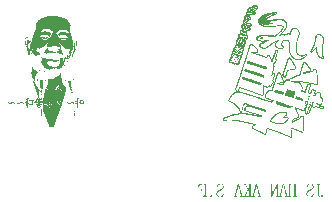
<source format=gbo>
G04*
G04 #@! TF.GenerationSoftware,Altium Limited,Altium NEXUS,4.0.8 (67)*
G04*
G04 Layer_Color=32896*
%FSLAX44Y44*%
%MOMM*%
G71*
G04*
G04 #@! TF.SameCoordinates,A6274CC6-94C6-42B1-B2ED-8DB77C6F39E9*
G04*
G04*
G04 #@! TF.FilePolarity,Positive*
G04*
G01*
G75*
G36*
X587706Y1244655D02*
X588148D01*
Y1244434D01*
X588369D01*
Y1244213D01*
X588590D01*
Y1243992D01*
X588811D01*
Y1243550D01*
X589032D01*
Y1243108D01*
X589253D01*
Y1242224D01*
X589032D01*
Y1241339D01*
X588811D01*
Y1241118D01*
X588590D01*
Y1240676D01*
X588369D01*
Y1240455D01*
X587927D01*
Y1240234D01*
X587485D01*
Y1240013D01*
X585716D01*
Y1240234D01*
X585495D01*
Y1240455D01*
X585274D01*
Y1240676D01*
X585053D01*
Y1240013D01*
X585274D01*
Y1239792D01*
X586158D01*
Y1239571D01*
X586600D01*
Y1239350D01*
X586822D01*
Y1239129D01*
X587043D01*
Y1238908D01*
X587264D01*
Y1238466D01*
X587485D01*
Y1236919D01*
X587264D01*
Y1236477D01*
X587043D01*
Y1236034D01*
X586158D01*
Y1235814D01*
X585937D01*
Y1236034D01*
X585495D01*
Y1236256D01*
X583727D01*
Y1236034D01*
X582843D01*
Y1235592D01*
X583064D01*
Y1234929D01*
X583285D01*
Y1234708D01*
X583064D01*
Y1234487D01*
X583285D01*
Y1233824D01*
X583506D01*
Y1232719D01*
X583285D01*
Y1232277D01*
X583064D01*
Y1232056D01*
X582843D01*
Y1231835D01*
X582401D01*
Y1231614D01*
X581959D01*
Y1231393D01*
X581738D01*
Y1231172D01*
X581516D01*
Y1230951D01*
X580853D01*
Y1230730D01*
X580411D01*
Y1230508D01*
X580190D01*
Y1230066D01*
X580411D01*
Y1229845D01*
X581296D01*
Y1229624D01*
X582622D01*
Y1229403D01*
X583285D01*
Y1229182D01*
X583506D01*
Y1228961D01*
X583727D01*
Y1228740D01*
X583948D01*
Y1227856D01*
X584169D01*
Y1227193D01*
X583948D01*
Y1226530D01*
X583727D01*
Y1226088D01*
X583285D01*
Y1225867D01*
X583064D01*
Y1225424D01*
X583285D01*
Y1223435D01*
X583064D01*
Y1223214D01*
X582843D01*
Y1222993D01*
X582401D01*
Y1222772D01*
X581516D01*
Y1222993D01*
X581074D01*
Y1222772D01*
X580632D01*
Y1222551D01*
X580411D01*
Y1222330D01*
X579969D01*
Y1222109D01*
X579527D01*
Y1221667D01*
X579748D01*
Y1221446D01*
X579969D01*
Y1221004D01*
X580190D01*
Y1219235D01*
X580411D01*
Y1219014D01*
X580632D01*
Y1218793D01*
X580853D01*
Y1218351D01*
X581074D01*
Y1217467D01*
X581296D01*
Y1217025D01*
X581074D01*
Y1216362D01*
X580853D01*
Y1215920D01*
X580632D01*
Y1215699D01*
X580190D01*
Y1215478D01*
X579306D01*
Y1215699D01*
X578864D01*
Y1215920D01*
X578643D01*
Y1215036D01*
X578864D01*
Y1214815D01*
X579085D01*
Y1214372D01*
X579306D01*
Y1212604D01*
X579085D01*
Y1212162D01*
X578864D01*
Y1211941D01*
X578643D01*
Y1211720D01*
X578422D01*
Y1211278D01*
X578201D01*
Y1209510D01*
X577980D01*
Y1209288D01*
X577759D01*
Y1209068D01*
X577538D01*
Y1208625D01*
X577759D01*
Y1207962D01*
X577980D01*
Y1206857D01*
X577759D01*
Y1205973D01*
X577538D01*
Y1205752D01*
X577317D01*
Y1205531D01*
X577096D01*
Y1205310D01*
X577317D01*
Y1204868D01*
X577096D01*
Y1203984D01*
X576875D01*
Y1203541D01*
X576654D01*
Y1203099D01*
X576432D01*
Y1202657D01*
X576212D01*
Y1201552D01*
X575990D01*
Y1201110D01*
X575769D01*
Y1200889D01*
X575548D01*
Y1200005D01*
X575327D01*
Y1199121D01*
X575106D01*
Y1198457D01*
X574885D01*
Y1198236D01*
X574664D01*
Y1198015D01*
X574443D01*
Y1196910D01*
X574222D01*
Y1195584D01*
X574001D01*
Y1194921D01*
X573780D01*
Y1194700D01*
X573559D01*
Y1194479D01*
X573338D01*
Y1194258D01*
X572454D01*
Y1194037D01*
X570906D01*
Y1194258D01*
X570464D01*
Y1194479D01*
X569580D01*
Y1194258D01*
X569359D01*
Y1194479D01*
X568696D01*
Y1194700D01*
X568254D01*
Y1194921D01*
X567812D01*
Y1195142D01*
X567591D01*
Y1195363D01*
X565602D01*
Y1195584D01*
X565159D01*
Y1195805D01*
X564938D01*
Y1196026D01*
X564717D01*
Y1196689D01*
X564496D01*
Y1196910D01*
X564717D01*
Y1197573D01*
X564938D01*
Y1197794D01*
X565159D01*
Y1199121D01*
X565381D01*
Y1199563D01*
X565602D01*
Y1199784D01*
X565822D01*
Y1200226D01*
X566044D01*
Y1200668D01*
X566265D01*
Y1201331D01*
X566486D01*
Y1201994D01*
X566707D01*
Y1202878D01*
X566928D01*
Y1203541D01*
X567149D01*
Y1205089D01*
X567370D01*
Y1205531D01*
X567591D01*
Y1205752D01*
X567812D01*
Y1205973D01*
X568254D01*
Y1206194D01*
X568696D01*
Y1206415D01*
X568475D01*
Y1206857D01*
X568254D01*
Y1208183D01*
X568475D01*
Y1208625D01*
X568696D01*
Y1209068D01*
X568917D01*
Y1209288D01*
X569138D01*
Y1209510D01*
X569580D01*
Y1210173D01*
X569801D01*
Y1210615D01*
X570022D01*
Y1210836D01*
X570243D01*
Y1211057D01*
X570686D01*
Y1211278D01*
X570906D01*
Y1212383D01*
X570686D01*
Y1212604D01*
X570906D01*
Y1213930D01*
X571128D01*
Y1214815D01*
X571349D01*
Y1215257D01*
X571570D01*
Y1215920D01*
X571791D01*
Y1216362D01*
X572012D01*
Y1216804D01*
X572233D01*
Y1217025D01*
X572454D01*
Y1217246D01*
X572675D01*
Y1217909D01*
X572896D01*
Y1218130D01*
X572675D01*
Y1218351D01*
X572454D01*
Y1219678D01*
X572675D01*
Y1220120D01*
X573117D01*
Y1220341D01*
X573338D01*
Y1220562D01*
X574001D01*
Y1221004D01*
X573780D01*
Y1222109D01*
X574001D01*
Y1222772D01*
X574222D01*
Y1222993D01*
X574443D01*
Y1223435D01*
X574885D01*
Y1223656D01*
X575106D01*
Y1223877D01*
X575769D01*
Y1224098D01*
X576432D01*
Y1224319D01*
X576212D01*
Y1224761D01*
X575990D01*
Y1224983D01*
X575769D01*
Y1225424D01*
X575548D01*
Y1225646D01*
X575327D01*
Y1226088D01*
X575106D01*
Y1227414D01*
X575327D01*
Y1227856D01*
X575548D01*
Y1228077D01*
X575990D01*
Y1228298D01*
X577096D01*
Y1228740D01*
X576875D01*
Y1229182D01*
X576654D01*
Y1230508D01*
X576875D01*
Y1231172D01*
X577096D01*
Y1231614D01*
X577317D01*
Y1231835D01*
X577538D01*
Y1232056D01*
X577759D01*
Y1233382D01*
X577538D01*
Y1233603D01*
X577759D01*
Y1234487D01*
X577980D01*
Y1235150D01*
X578201D01*
Y1235371D01*
X578422D01*
Y1236034D01*
X578643D01*
Y1236256D01*
X578864D01*
Y1236477D01*
X579085D01*
Y1238024D01*
X579306D01*
Y1238466D01*
X579527D01*
Y1238687D01*
X579969D01*
Y1238908D01*
X580411D01*
Y1240013D01*
X580190D01*
Y1241118D01*
X580411D01*
Y1241561D01*
X580632D01*
Y1241782D01*
X580853D01*
Y1242003D01*
X581074D01*
Y1242224D01*
X581516D01*
Y1242445D01*
X581738D01*
Y1242666D01*
X582180D01*
Y1242887D01*
X582843D01*
Y1243108D01*
X584390D01*
Y1243329D01*
X584611D01*
Y1243771D01*
X584832D01*
Y1243992D01*
X585053D01*
Y1244213D01*
X585495D01*
Y1244434D01*
X585716D01*
Y1244655D01*
X585937D01*
Y1244876D01*
X587706D01*
Y1244655D01*
D02*
G37*
G36*
X605610Y1238245D02*
X605831D01*
Y1236919D01*
X605610D01*
Y1236698D01*
X604947D01*
Y1236477D01*
X604063D01*
Y1236256D01*
X603400D01*
Y1236034D01*
X602737D01*
Y1235814D01*
X602073D01*
Y1235592D01*
X601631D01*
Y1235371D01*
X601189D01*
Y1235150D01*
X600747D01*
Y1234929D01*
X600305D01*
Y1234708D01*
X599863D01*
Y1234487D01*
X599642D01*
Y1234266D01*
X599200D01*
Y1234045D01*
X598758D01*
Y1233824D01*
X598537D01*
Y1233603D01*
X598316D01*
Y1233382D01*
X597873D01*
Y1233161D01*
X597653D01*
Y1232940D01*
X597431D01*
Y1232277D01*
X597873D01*
Y1232056D01*
X599863D01*
Y1232277D01*
X602515D01*
Y1232498D01*
X604726D01*
Y1232719D01*
X610252D01*
Y1232498D01*
X611136D01*
Y1232277D01*
X611578D01*
Y1232056D01*
X612020D01*
Y1231835D01*
X612241D01*
Y1231614D01*
X612683D01*
Y1231393D01*
X612904D01*
Y1231172D01*
X613125D01*
Y1230730D01*
X613346D01*
Y1230508D01*
X613568D01*
Y1230287D01*
X613788D01*
Y1229403D01*
X614010D01*
Y1226309D01*
X613788D01*
Y1225646D01*
X613568D01*
Y1224983D01*
X613346D01*
Y1224540D01*
X613125D01*
Y1224098D01*
X612904D01*
Y1223877D01*
X612683D01*
Y1223656D01*
X612462D01*
Y1223214D01*
X612241D01*
Y1222772D01*
X611799D01*
Y1222330D01*
X611578D01*
Y1222109D01*
X611357D01*
Y1221888D01*
X611136D01*
Y1221667D01*
X610915D01*
Y1221446D01*
X610694D01*
Y1221225D01*
X610473D01*
Y1221004D01*
X610252D01*
Y1220783D01*
X610031D01*
Y1220562D01*
X610252D01*
Y1220341D01*
X611136D01*
Y1220120D01*
X611578D01*
Y1219899D01*
X612241D01*
Y1220120D01*
X612683D01*
Y1220341D01*
X613346D01*
Y1220562D01*
X614231D01*
Y1220783D01*
X616441D01*
Y1221004D01*
X616662D01*
Y1222109D01*
X616883D01*
Y1222551D01*
X617104D01*
Y1223214D01*
X617325D01*
Y1223656D01*
X617546D01*
Y1224098D01*
X617767D01*
Y1224540D01*
X617988D01*
Y1224761D01*
X618209D01*
Y1224983D01*
X618430D01*
Y1225203D01*
X618651D01*
Y1225424D01*
X619094D01*
Y1225646D01*
X621746D01*
Y1225424D01*
X622188D01*
Y1225203D01*
X622630D01*
Y1224983D01*
X622851D01*
Y1224761D01*
X623072D01*
Y1224540D01*
X623293D01*
Y1224319D01*
X623514D01*
Y1223877D01*
X623735D01*
Y1223656D01*
X623956D01*
Y1223214D01*
X624178D01*
Y1222772D01*
X624398D01*
Y1221888D01*
X624620D01*
Y1219235D01*
X624398D01*
Y1218572D01*
X624178D01*
Y1217688D01*
X623956D01*
Y1217025D01*
X623735D01*
Y1216362D01*
X623514D01*
Y1215478D01*
X623293D01*
Y1214815D01*
X623072D01*
Y1213930D01*
X622851D01*
Y1212604D01*
X622630D01*
Y1211720D01*
X622409D01*
Y1210173D01*
X622188D01*
Y1206857D01*
X622409D01*
Y1205531D01*
X622630D01*
Y1204868D01*
X622851D01*
Y1204205D01*
X623072D01*
Y1203984D01*
X623293D01*
Y1203541D01*
X623514D01*
Y1203320D01*
X623735D01*
Y1203099D01*
X623956D01*
Y1202878D01*
X624398D01*
Y1202657D01*
X624841D01*
Y1202436D01*
X625283D01*
Y1202215D01*
X626167D01*
Y1201994D01*
X627051D01*
Y1202215D01*
X627714D01*
Y1202436D01*
X628377D01*
Y1202657D01*
X629040D01*
Y1202878D01*
X630588D01*
Y1202657D01*
X630809D01*
Y1201773D01*
X630588D01*
Y1201552D01*
X630367D01*
Y1201110D01*
X630146D01*
Y1200889D01*
X629925D01*
Y1200668D01*
X629703D01*
Y1200447D01*
X629482D01*
Y1200226D01*
X629040D01*
Y1200005D01*
X628819D01*
Y1199784D01*
X628598D01*
Y1199563D01*
X628156D01*
Y1199342D01*
X627714D01*
Y1199121D01*
X627493D01*
Y1198900D01*
X626830D01*
Y1198679D01*
X626388D01*
Y1198457D01*
X625504D01*
Y1198236D01*
X621525D01*
Y1198457D01*
X620862D01*
Y1198679D01*
X620420D01*
Y1198900D01*
X619978D01*
Y1199121D01*
X619536D01*
Y1199342D01*
X619315D01*
Y1199563D01*
X619094D01*
Y1199784D01*
X618872D01*
Y1200005D01*
X618651D01*
Y1200226D01*
X618430D01*
Y1200447D01*
X618209D01*
Y1200668D01*
X617988D01*
Y1200889D01*
X617767D01*
Y1201110D01*
X617546D01*
Y1201331D01*
X617325D01*
Y1201773D01*
X617104D01*
Y1201994D01*
X616883D01*
Y1202215D01*
X616662D01*
Y1202657D01*
X616441D01*
Y1203099D01*
X616220D01*
Y1203763D01*
X615999D01*
Y1204205D01*
X615778D01*
Y1205310D01*
X615557D01*
Y1206636D01*
X615336D01*
Y1213267D01*
X615115D01*
Y1213930D01*
X614894D01*
Y1214151D01*
X614231D01*
Y1214372D01*
X613346D01*
Y1214594D01*
X613125D01*
Y1214372D01*
X612904D01*
Y1214594D01*
X612683D01*
Y1214372D01*
X612241D01*
Y1214594D01*
X612020D01*
Y1214372D01*
X611799D01*
Y1214594D01*
X610915D01*
Y1214151D01*
X610694D01*
Y1213709D01*
X610473D01*
Y1213267D01*
X610252D01*
Y1212604D01*
X610031D01*
Y1211941D01*
X609810D01*
Y1210836D01*
X610031D01*
Y1210615D01*
X610252D01*
Y1210394D01*
X610694D01*
Y1210173D01*
X610915D01*
Y1209952D01*
X611357D01*
Y1209731D01*
X611578D01*
Y1208625D01*
X611357D01*
Y1208404D01*
X611136D01*
Y1208183D01*
X610694D01*
Y1207962D01*
X610252D01*
Y1207741D01*
X609810D01*
Y1207520D01*
X606494D01*
Y1207741D01*
X606052D01*
Y1207962D01*
X605610D01*
Y1208183D01*
X605168D01*
Y1208404D01*
X604947D01*
Y1208625D01*
X604726D01*
Y1208847D01*
X604505D01*
Y1209068D01*
X604284D01*
Y1209288D01*
X604063D01*
Y1209510D01*
X603842D01*
Y1209952D01*
X603621D01*
Y1212162D01*
X603842D01*
Y1212383D01*
X604063D01*
Y1212604D01*
X604284D01*
Y1212825D01*
X604505D01*
Y1213046D01*
X604063D01*
Y1212825D01*
X603400D01*
Y1212604D01*
X602957D01*
Y1212383D01*
X602515D01*
Y1212162D01*
X602073D01*
Y1211941D01*
X601852D01*
Y1211720D01*
X601631D01*
Y1211499D01*
X601189D01*
Y1211278D01*
X600968D01*
Y1211057D01*
X600526D01*
Y1210836D01*
X600305D01*
Y1210615D01*
X600084D01*
Y1210394D01*
X599642D01*
Y1210173D01*
X599421D01*
Y1209952D01*
X599200D01*
Y1209731D01*
X598979D01*
Y1209510D01*
X598537D01*
Y1209288D01*
X598316D01*
Y1209068D01*
X598095D01*
Y1208847D01*
X597653D01*
Y1208625D01*
X597431D01*
Y1208404D01*
X597210D01*
Y1208183D01*
X596768D01*
Y1207962D01*
X596105D01*
Y1207741D01*
X593232D01*
Y1207962D01*
X592569D01*
Y1208183D01*
X592127D01*
Y1208404D01*
X591684D01*
Y1208625D01*
X591463D01*
Y1208847D01*
X591242D01*
Y1209068D01*
X591021D01*
Y1209288D01*
X590800D01*
Y1209510D01*
X590579D01*
Y1211278D01*
X590800D01*
Y1211499D01*
X591021D01*
Y1211941D01*
X591242D01*
Y1212162D01*
X591684D01*
Y1212383D01*
X591905D01*
Y1212604D01*
X592347D01*
Y1212825D01*
X592790D01*
Y1213046D01*
X593232D01*
Y1213267D01*
X593011D01*
Y1213488D01*
X592569D01*
Y1213709D01*
X591905D01*
Y1213930D01*
X589916D01*
Y1214151D01*
X588811D01*
Y1214372D01*
X588590D01*
Y1214594D01*
X588369D01*
Y1214815D01*
X588148D01*
Y1215257D01*
X587927D01*
Y1217025D01*
X588148D01*
Y1217467D01*
X588369D01*
Y1217688D01*
X588590D01*
Y1217909D01*
X588811D01*
Y1218130D01*
X589032D01*
Y1218351D01*
X589253D01*
Y1218572D01*
X589474D01*
Y1218793D01*
X589916D01*
Y1219014D01*
X590358D01*
Y1219235D01*
X591242D01*
Y1219456D01*
X596547D01*
Y1219235D01*
X598979D01*
Y1219014D01*
X602957D01*
Y1218793D01*
X603842D01*
Y1219014D01*
X604284D01*
Y1219235D01*
X604505D01*
Y1219456D01*
X604726D01*
Y1219678D01*
X604947D01*
Y1219899D01*
X605389D01*
Y1220120D01*
X605610D01*
Y1220341D01*
X605831D01*
Y1220562D01*
X606052D01*
Y1220783D01*
X606273D01*
Y1221004D01*
X606715D01*
Y1221225D01*
X606936D01*
Y1221446D01*
X607157D01*
Y1221667D01*
X607378D01*
Y1221888D01*
X607599D01*
Y1222109D01*
X607820D01*
Y1222330D01*
X608041D01*
Y1222551D01*
X608262D01*
Y1222772D01*
X608484D01*
Y1223214D01*
X608705D01*
Y1223435D01*
X608926D01*
Y1223656D01*
X609147D01*
Y1224098D01*
X609368D01*
Y1224319D01*
X609589D01*
Y1224761D01*
X609810D01*
Y1225203D01*
X610031D01*
Y1225646D01*
X610252D01*
Y1226088D01*
X610031D01*
Y1226309D01*
X609810D01*
Y1226530D01*
X608926D01*
Y1226751D01*
X606494D01*
Y1226530D01*
X604947D01*
Y1226309D01*
X602073D01*
Y1226088D01*
X598758D01*
Y1225867D01*
X595663D01*
Y1226088D01*
X594337D01*
Y1226309D01*
X593453D01*
Y1226530D01*
X592790D01*
Y1226751D01*
X592347D01*
Y1226972D01*
X592127D01*
Y1227193D01*
X591684D01*
Y1227414D01*
X591463D01*
Y1227635D01*
X591242D01*
Y1227856D01*
X590800D01*
Y1228077D01*
X590579D01*
Y1228298D01*
X590358D01*
Y1228740D01*
X590137D01*
Y1228961D01*
X589916D01*
Y1229182D01*
X589695D01*
Y1229624D01*
X589474D01*
Y1230287D01*
X589253D01*
Y1231614D01*
X589474D01*
Y1232498D01*
X589695D01*
Y1232940D01*
X589916D01*
Y1233382D01*
X590137D01*
Y1233603D01*
X590358D01*
Y1233824D01*
X590579D01*
Y1234045D01*
X590800D01*
Y1234266D01*
X591021D01*
Y1234487D01*
X591242D01*
Y1234708D01*
X591463D01*
Y1234929D01*
X591684D01*
Y1235150D01*
X592127D01*
Y1235371D01*
X592347D01*
Y1235592D01*
X592790D01*
Y1235814D01*
X593011D01*
Y1236034D01*
X593674D01*
Y1236256D01*
X593895D01*
Y1236477D01*
X594558D01*
Y1236698D01*
X595000D01*
Y1236919D01*
X595663D01*
Y1237140D01*
X596326D01*
Y1237361D01*
X597210D01*
Y1237582D01*
X597873D01*
Y1237803D01*
X598537D01*
Y1238024D01*
X599863D01*
Y1238245D01*
X601189D01*
Y1238466D01*
X605610D01*
Y1238245D01*
D02*
G37*
G36*
X415196Y1235741D02*
X415401D01*
Y1235701D01*
X415523D01*
Y1235660D01*
X415564D01*
Y1235619D01*
X415687D01*
Y1235578D01*
X415727D01*
Y1235537D01*
X415809D01*
Y1235496D01*
X415891D01*
Y1235455D01*
X415973D01*
Y1235415D01*
X416054D01*
Y1235374D01*
X416177D01*
Y1235333D01*
X416300D01*
Y1235292D01*
X416708D01*
Y1235333D01*
X417158D01*
Y1235292D01*
X417239D01*
Y1235251D01*
X417321D01*
Y1235210D01*
X417444D01*
Y1235169D01*
X417566D01*
Y1235129D01*
X417852D01*
Y1235088D01*
X419282D01*
Y1235047D01*
X419487D01*
Y1235006D01*
X419772D01*
Y1234965D01*
X420794D01*
Y1234924D01*
X420917D01*
Y1234883D01*
X421080D01*
Y1234843D01*
X421203D01*
Y1234802D01*
X421325D01*
Y1234761D01*
X421530D01*
Y1234720D01*
X421775D01*
Y1234679D01*
X421938D01*
Y1234638D01*
X422061D01*
Y1234597D01*
X422224D01*
Y1234557D01*
X422306D01*
Y1234516D01*
X422428D01*
Y1234475D01*
X422510D01*
Y1234434D01*
X422633D01*
Y1234393D01*
X422714D01*
Y1234352D01*
X422796D01*
Y1234311D01*
X422878D01*
Y1234270D01*
X423000D01*
Y1234230D01*
X423041D01*
Y1234189D01*
X423123D01*
Y1234148D01*
X423205D01*
Y1234107D01*
X423287D01*
Y1234066D01*
X423409D01*
Y1234025D01*
X423491D01*
Y1233985D01*
X423654D01*
Y1233944D01*
X423858D01*
Y1233903D01*
X423981D01*
Y1233862D01*
X424104D01*
Y1233821D01*
X424185D01*
Y1233780D01*
X424267D01*
Y1233739D01*
X424349D01*
Y1233699D01*
X424431D01*
Y1233658D01*
X424553D01*
Y1233617D01*
X424676D01*
Y1233576D01*
X425003D01*
Y1233535D01*
X425370D01*
Y1233494D01*
X425534D01*
Y1233453D01*
X425656D01*
Y1233412D01*
X425738D01*
Y1233372D01*
X425820D01*
Y1233331D01*
X425861D01*
Y1233290D01*
X425901D01*
Y1233249D01*
X425983D01*
Y1233208D01*
X426024D01*
Y1233167D01*
X426106D01*
Y1233126D01*
X426188D01*
Y1233086D01*
X426269D01*
Y1233045D01*
X426310D01*
Y1233004D01*
X426433D01*
Y1232963D01*
X426514D01*
Y1232922D01*
X426596D01*
Y1232881D01*
X426637D01*
Y1232840D01*
X426719D01*
Y1232800D01*
X426800D01*
Y1232759D01*
X426882D01*
Y1232718D01*
X427005D01*
Y1232677D01*
X427046D01*
Y1232636D01*
X427127D01*
Y1232595D01*
X427168D01*
Y1232554D01*
X427250D01*
Y1232514D01*
X427291D01*
Y1232473D01*
X427332D01*
Y1232432D01*
X427372D01*
Y1232391D01*
X427413D01*
Y1232350D01*
X427454D01*
Y1232309D01*
X427495D01*
Y1232268D01*
X427536D01*
Y1232227D01*
Y1232187D01*
X427577D01*
Y1232146D01*
X427618D01*
Y1232105D01*
X427658D01*
Y1232064D01*
X427740D01*
Y1232023D01*
X427781D01*
Y1231982D01*
X427863D01*
Y1231942D01*
X427904D01*
Y1231901D01*
X427985D01*
Y1231860D01*
X428067D01*
Y1231819D01*
X428108D01*
Y1231778D01*
X428190D01*
Y1231737D01*
X428230D01*
Y1231696D01*
X428271D01*
Y1231656D01*
X428312D01*
Y1231615D01*
X428353D01*
Y1231574D01*
X428394D01*
Y1231533D01*
X428435D01*
Y1231492D01*
X428476D01*
Y1231451D01*
Y1231410D01*
X428517D01*
Y1231369D01*
Y1231329D01*
X428557D01*
Y1231288D01*
Y1231247D01*
X428598D01*
Y1231206D01*
X428639D01*
Y1231165D01*
X428680D01*
Y1231124D01*
Y1231084D01*
X428721D01*
Y1231043D01*
X428762D01*
Y1231002D01*
X428802D01*
Y1230961D01*
X428843D01*
Y1230920D01*
X428884D01*
Y1230879D01*
Y1230838D01*
X428925D01*
Y1230798D01*
X428966D01*
Y1230757D01*
Y1230716D01*
X429007D01*
Y1230675D01*
Y1230634D01*
X429048D01*
Y1230593D01*
Y1230552D01*
X429089D01*
Y1230511D01*
Y1230471D01*
Y1230430D01*
X429129D01*
Y1230389D01*
Y1230348D01*
X429170D01*
Y1230307D01*
Y1230266D01*
Y1230225D01*
X429211D01*
Y1230185D01*
Y1230144D01*
Y1230103D01*
Y1230062D01*
X429252D01*
Y1230021D01*
Y1229980D01*
X429293D01*
Y1229939D01*
Y1229899D01*
X429334D01*
Y1229858D01*
X429375D01*
Y1229817D01*
Y1229776D01*
X429415D01*
Y1229735D01*
X429456D01*
Y1229694D01*
X429497D01*
Y1229653D01*
X429579D01*
Y1229613D01*
X429660D01*
Y1229572D01*
X429783D01*
Y1229531D01*
X429865D01*
Y1229490D01*
X429947D01*
Y1229449D01*
X430028D01*
Y1229408D01*
X430069D01*
Y1229367D01*
X430110D01*
Y1229326D01*
X430151D01*
Y1229286D01*
Y1229245D01*
Y1229204D01*
Y1229163D01*
X430192D01*
Y1229122D01*
X430151D01*
Y1229081D01*
Y1229041D01*
Y1229000D01*
X430110D01*
Y1228959D01*
Y1228918D01*
X430069D01*
Y1228877D01*
Y1228836D01*
X430028D01*
Y1228795D01*
Y1228755D01*
Y1228714D01*
Y1228673D01*
Y1228632D01*
Y1228591D01*
Y1228550D01*
X430069D01*
Y1228509D01*
X430110D01*
Y1228468D01*
Y1228428D01*
X430192D01*
Y1228387D01*
Y1228346D01*
X430233D01*
Y1228305D01*
X430273D01*
Y1228264D01*
Y1228223D01*
X430314D01*
Y1228183D01*
X430355D01*
Y1228142D01*
Y1228101D01*
X430396D01*
Y1228060D01*
Y1228019D01*
X430437D01*
Y1227978D01*
Y1227937D01*
X430478D01*
Y1227896D01*
Y1227856D01*
X430519D01*
Y1227815D01*
Y1227774D01*
Y1227733D01*
X430559D01*
Y1227692D01*
Y1227651D01*
X430600D01*
Y1227610D01*
Y1227570D01*
X430641D01*
Y1227529D01*
Y1227488D01*
X430682D01*
Y1227447D01*
X430723D01*
Y1227406D01*
Y1227365D01*
X430764D01*
Y1227324D01*
X430805D01*
Y1227283D01*
Y1227243D01*
Y1227202D01*
X430845D01*
Y1227161D01*
Y1227120D01*
Y1227079D01*
Y1227038D01*
Y1226998D01*
X430805D01*
Y1226957D01*
Y1226916D01*
X430764D01*
Y1226875D01*
X430723D01*
Y1226834D01*
Y1226793D01*
X430682D01*
Y1226752D01*
X430641D01*
Y1226712D01*
X430600D01*
Y1226671D01*
X430559D01*
Y1226630D01*
X430519D01*
Y1226589D01*
X430478D01*
Y1226548D01*
X430437D01*
Y1226507D01*
Y1226466D01*
X430396D01*
Y1226425D01*
X430355D01*
Y1226385D01*
Y1226344D01*
Y1226303D01*
Y1226262D01*
Y1226221D01*
Y1226180D01*
Y1226140D01*
Y1226099D01*
Y1226058D01*
Y1226017D01*
Y1225976D01*
Y1225935D01*
Y1225894D01*
Y1225854D01*
Y1225813D01*
Y1225772D01*
Y1225731D01*
X430314D01*
Y1225690D01*
Y1225649D01*
Y1225608D01*
Y1225567D01*
X430273D01*
Y1225527D01*
Y1225486D01*
X430233D01*
Y1225445D01*
Y1225404D01*
X430192D01*
Y1225363D01*
Y1225322D01*
X430151D01*
Y1225281D01*
X430110D01*
Y1225241D01*
X430069D01*
Y1225200D01*
X430028D01*
Y1225159D01*
Y1225118D01*
Y1225077D01*
X429987D01*
Y1225036D01*
Y1224995D01*
Y1224955D01*
Y1224914D01*
Y1224873D01*
X430028D01*
Y1224832D01*
Y1224791D01*
Y1224750D01*
Y1224709D01*
Y1224669D01*
Y1224628D01*
Y1224587D01*
Y1224546D01*
Y1224505D01*
X429987D01*
Y1224464D01*
Y1224423D01*
X429947D01*
Y1224382D01*
Y1224342D01*
Y1224301D01*
Y1224260D01*
Y1224219D01*
Y1224178D01*
Y1224137D01*
Y1224097D01*
Y1224056D01*
Y1224015D01*
X429906D01*
Y1223974D01*
Y1223933D01*
Y1223892D01*
Y1223851D01*
Y1223811D01*
Y1223770D01*
Y1223729D01*
X429947D01*
Y1223688D01*
Y1223647D01*
Y1223606D01*
Y1223565D01*
Y1223524D01*
Y1223484D01*
Y1223443D01*
Y1223402D01*
Y1223361D01*
X429987D01*
Y1223320D01*
X430028D01*
Y1223279D01*
Y1223238D01*
X430069D01*
Y1223198D01*
Y1223157D01*
X430110D01*
Y1223116D01*
Y1223075D01*
X430151D01*
Y1223034D01*
Y1222993D01*
X430192D01*
Y1222952D01*
Y1222912D01*
X430233D01*
Y1222871D01*
Y1222830D01*
Y1222789D01*
X430273D01*
Y1222748D01*
Y1222707D01*
Y1222666D01*
Y1222626D01*
X430314D01*
Y1222585D01*
Y1222544D01*
Y1222503D01*
Y1222462D01*
X430355D01*
Y1222421D01*
Y1222380D01*
Y1222339D01*
Y1222299D01*
Y1222258D01*
Y1222217D01*
Y1222176D01*
Y1222135D01*
Y1222094D01*
Y1222054D01*
Y1222013D01*
X430396D01*
Y1221972D01*
Y1221931D01*
Y1221890D01*
Y1221849D01*
X430437D01*
Y1221808D01*
Y1221768D01*
X430478D01*
Y1221727D01*
Y1221686D01*
X430519D01*
Y1221645D01*
Y1221604D01*
X430559D01*
Y1221563D01*
Y1221522D01*
X430600D01*
Y1221481D01*
Y1221441D01*
Y1221400D01*
Y1221359D01*
X430641D01*
Y1221318D01*
Y1221277D01*
Y1221236D01*
Y1221196D01*
Y1221155D01*
X430682D01*
Y1221114D01*
Y1221073D01*
Y1221032D01*
X430723D01*
Y1220991D01*
Y1220950D01*
X430764D01*
Y1220910D01*
Y1220869D01*
X430805D01*
Y1220828D01*
Y1220787D01*
Y1220746D01*
Y1220705D01*
X430845D01*
Y1220664D01*
Y1220623D01*
Y1220583D01*
Y1220542D01*
X430886D01*
Y1220501D01*
Y1220460D01*
Y1220419D01*
Y1220378D01*
Y1220337D01*
X430927D01*
Y1220297D01*
Y1220256D01*
Y1220215D01*
Y1220174D01*
X430968D01*
Y1220133D01*
Y1220092D01*
Y1220051D01*
X431009D01*
Y1220011D01*
Y1219970D01*
Y1219929D01*
Y1219888D01*
X431050D01*
Y1219847D01*
Y1219806D01*
X431091D01*
Y1219765D01*
Y1219725D01*
Y1219684D01*
X431132D01*
Y1219643D01*
Y1219602D01*
X431172D01*
Y1219561D01*
Y1219520D01*
X431213D01*
Y1219479D01*
Y1219438D01*
Y1219398D01*
X431254D01*
Y1219357D01*
Y1219316D01*
X431295D01*
Y1219275D01*
Y1219234D01*
X431336D01*
Y1219193D01*
Y1219153D01*
Y1219112D01*
X431377D01*
Y1219071D01*
Y1219030D01*
Y1218989D01*
Y1218948D01*
X431418D01*
Y1218907D01*
Y1218867D01*
Y1218826D01*
X431458D01*
Y1218785D01*
Y1218744D01*
Y1218703D01*
X431499D01*
Y1218662D01*
Y1218621D01*
Y1218580D01*
X431540D01*
Y1218540D01*
Y1218499D01*
X431581D01*
Y1218458D01*
Y1218417D01*
Y1218376D01*
Y1218335D01*
X431622D01*
Y1218295D01*
Y1218254D01*
Y1218213D01*
X431663D01*
Y1218172D01*
Y1218131D01*
Y1218090D01*
Y1218049D01*
X431703D01*
Y1218008D01*
Y1217968D01*
Y1217927D01*
Y1217886D01*
X431744D01*
Y1217845D01*
Y1217804D01*
Y1217763D01*
Y1217722D01*
X431785D01*
Y1217682D01*
Y1217641D01*
Y1217600D01*
Y1217559D01*
X431826D01*
Y1217518D01*
Y1217477D01*
Y1217436D01*
Y1217396D01*
Y1217355D01*
X431867D01*
Y1217314D01*
Y1217273D01*
Y1217232D01*
Y1217191D01*
X431908D01*
Y1217150D01*
Y1217110D01*
Y1217069D01*
X431949D01*
Y1217028D01*
Y1216987D01*
X431990D01*
Y1216946D01*
Y1216905D01*
Y1216864D01*
Y1216824D01*
X432030D01*
Y1216783D01*
Y1216742D01*
Y1216701D01*
Y1216660D01*
X432071D01*
Y1216619D01*
Y1216578D01*
Y1216537D01*
Y1216497D01*
Y1216456D01*
Y1216415D01*
Y1216374D01*
X432112D01*
Y1216333D01*
Y1216292D01*
Y1216252D01*
Y1216211D01*
Y1216170D01*
X432153D01*
Y1216129D01*
Y1216088D01*
Y1216047D01*
Y1216006D01*
Y1215965D01*
Y1215925D01*
Y1215884D01*
Y1215843D01*
X432194D01*
Y1215802D01*
Y1215761D01*
Y1215720D01*
Y1215679D01*
Y1215639D01*
X432235D01*
Y1215598D01*
Y1215557D01*
X432276D01*
Y1215516D01*
Y1215475D01*
X432316D01*
Y1215434D01*
Y1215393D01*
X432357D01*
Y1215353D01*
Y1215312D01*
Y1215271D01*
X432398D01*
Y1215230D01*
Y1215189D01*
Y1215148D01*
Y1215107D01*
Y1215067D01*
Y1215026D01*
Y1214985D01*
Y1214944D01*
Y1214903D01*
Y1214862D01*
Y1214821D01*
X432439D01*
Y1214781D01*
Y1214740D01*
Y1214699D01*
Y1214658D01*
Y1214617D01*
Y1214576D01*
Y1214535D01*
Y1214494D01*
Y1214454D01*
Y1214413D01*
Y1214372D01*
Y1214331D01*
Y1214290D01*
Y1214249D01*
Y1214209D01*
Y1214168D01*
Y1214127D01*
Y1214086D01*
Y1214045D01*
Y1214004D01*
Y1213963D01*
Y1213923D01*
Y1213882D01*
Y1213841D01*
Y1213800D01*
Y1213759D01*
Y1213718D01*
Y1213677D01*
Y1213636D01*
Y1213596D01*
Y1213555D01*
Y1213514D01*
Y1213473D01*
Y1213432D01*
Y1213391D01*
Y1213351D01*
Y1213310D01*
X432480D01*
Y1213269D01*
Y1213228D01*
Y1213187D01*
Y1213146D01*
Y1213105D01*
Y1213064D01*
Y1213024D01*
X432521D01*
Y1212983D01*
Y1212942D01*
Y1212901D01*
Y1212860D01*
X432561D01*
Y1212819D01*
Y1212778D01*
Y1212738D01*
X432602D01*
Y1212697D01*
Y1212656D01*
Y1212615D01*
Y1212574D01*
X432643D01*
Y1212533D01*
Y1212492D01*
Y1212452D01*
X432684D01*
Y1212411D01*
Y1212370D01*
Y1212329D01*
Y1212288D01*
X432725D01*
Y1212247D01*
Y1212206D01*
Y1212166D01*
Y1212125D01*
Y1212084D01*
Y1212043D01*
Y1212002D01*
Y1211961D01*
Y1211920D01*
Y1211880D01*
Y1211839D01*
X432684D01*
Y1211798D01*
Y1211757D01*
Y1211716D01*
X432643D01*
Y1211675D01*
Y1211634D01*
Y1211593D01*
X432602D01*
Y1211553D01*
Y1211512D01*
Y1211471D01*
Y1211430D01*
X432561D01*
Y1211389D01*
Y1211348D01*
Y1211308D01*
Y1211267D01*
Y1211226D01*
X432521D01*
Y1211185D01*
Y1211144D01*
X432561D01*
Y1211103D01*
Y1211062D01*
Y1211021D01*
Y1210981D01*
Y1210940D01*
X432602D01*
Y1210899D01*
Y1210858D01*
X432643D01*
Y1210817D01*
Y1210776D01*
X432684D01*
Y1210735D01*
Y1210695D01*
X432725D01*
Y1210654D01*
Y1210613D01*
X432766D01*
Y1210572D01*
Y1210531D01*
X432807D01*
Y1210490D01*
Y1210449D01*
X432848D01*
Y1210409D01*
Y1210368D01*
X432888D01*
Y1210327D01*
X432929D01*
Y1210286D01*
X432970D01*
Y1210245D01*
X433011D01*
Y1210204D01*
X433174D01*
Y1210245D01*
X433215D01*
Y1210286D01*
Y1210327D01*
X433256D01*
Y1210368D01*
Y1210409D01*
X433297D01*
Y1210449D01*
Y1210490D01*
Y1210531D01*
Y1210572D01*
Y1210613D01*
Y1210654D01*
Y1210695D01*
Y1210735D01*
Y1210776D01*
Y1210817D01*
Y1210858D01*
X433256D01*
Y1210899D01*
Y1210940D01*
Y1210981D01*
Y1211021D01*
Y1211062D01*
Y1211103D01*
Y1211144D01*
Y1211185D01*
Y1211226D01*
Y1211267D01*
X433297D01*
Y1211308D01*
Y1211348D01*
X433338D01*
Y1211389D01*
Y1211430D01*
Y1211471D01*
X433379D01*
Y1211512D01*
Y1211553D01*
X433420D01*
Y1211593D01*
Y1211634D01*
Y1211675D01*
X433460D01*
Y1211716D01*
Y1211757D01*
Y1211798D01*
Y1211839D01*
X433420D01*
Y1211880D01*
Y1211920D01*
Y1211961D01*
Y1212002D01*
Y1212043D01*
Y1212084D01*
Y1212125D01*
Y1212166D01*
Y1212206D01*
X433460D01*
Y1212247D01*
X433501D01*
Y1212288D01*
Y1212329D01*
X433542D01*
Y1212370D01*
X433583D01*
Y1212411D01*
X433624D01*
Y1212452D01*
Y1212492D01*
X433665D01*
Y1212533D01*
X433706D01*
Y1212574D01*
X433746D01*
Y1212615D01*
X433787D01*
Y1212656D01*
X433828D01*
Y1212697D01*
X433910D01*
Y1212738D01*
X433992D01*
Y1212778D01*
X434114D01*
Y1212819D01*
X434237D01*
Y1212778D01*
X434359D01*
Y1212738D01*
Y1212697D01*
X434400D01*
Y1212656D01*
Y1212615D01*
Y1212574D01*
Y1212533D01*
Y1212492D01*
Y1212452D01*
Y1212411D01*
X434441D01*
Y1212370D01*
Y1212329D01*
Y1212288D01*
X434400D01*
Y1212247D01*
X434441D01*
Y1212206D01*
Y1212166D01*
Y1212125D01*
Y1212084D01*
Y1212043D01*
Y1212002D01*
X434482D01*
Y1211961D01*
Y1211920D01*
X434523D01*
Y1211880D01*
Y1211839D01*
Y1211798D01*
X434564D01*
Y1211757D01*
Y1211716D01*
Y1211675D01*
Y1211634D01*
X434604D01*
Y1211593D01*
Y1211553D01*
Y1211512D01*
Y1211471D01*
Y1211430D01*
Y1211389D01*
Y1211348D01*
Y1211308D01*
Y1211267D01*
Y1211226D01*
Y1211185D01*
Y1211144D01*
Y1211103D01*
Y1211062D01*
Y1211021D01*
Y1210981D01*
Y1210940D01*
Y1210899D01*
Y1210858D01*
Y1210817D01*
Y1210776D01*
Y1210735D01*
Y1210695D01*
Y1210654D01*
Y1210613D01*
Y1210572D01*
Y1210531D01*
Y1210490D01*
Y1210449D01*
Y1210409D01*
Y1210368D01*
Y1210327D01*
Y1210286D01*
Y1210245D01*
Y1210204D01*
Y1210163D01*
Y1210123D01*
Y1210082D01*
Y1210041D01*
Y1210000D01*
Y1209959D01*
Y1209918D01*
Y1209877D01*
Y1209837D01*
Y1209796D01*
Y1209755D01*
Y1209714D01*
Y1209673D01*
Y1209632D01*
Y1209591D01*
Y1209550D01*
Y1209510D01*
Y1209469D01*
Y1209428D01*
Y1209387D01*
Y1209346D01*
Y1209305D01*
Y1209265D01*
Y1209224D01*
Y1209183D01*
Y1209142D01*
Y1209101D01*
Y1209060D01*
Y1209019D01*
Y1208979D01*
Y1208938D01*
Y1208897D01*
Y1208856D01*
Y1208815D01*
Y1208774D01*
Y1208733D01*
Y1208692D01*
Y1208652D01*
Y1208611D01*
Y1208570D01*
Y1208529D01*
Y1208488D01*
Y1208447D01*
Y1208407D01*
Y1208366D01*
Y1208325D01*
Y1208284D01*
Y1208243D01*
X434564D01*
Y1208202D01*
Y1208161D01*
Y1208120D01*
Y1208080D01*
Y1208039D01*
Y1207998D01*
Y1207957D01*
Y1207916D01*
Y1207875D01*
Y1207834D01*
Y1207794D01*
Y1207753D01*
Y1207712D01*
Y1207671D01*
X434604D01*
Y1207630D01*
Y1207589D01*
Y1207548D01*
X434645D01*
Y1207508D01*
X434686D01*
Y1207548D01*
X434768D01*
Y1207589D01*
X434809D01*
Y1207630D01*
X434850D01*
Y1207671D01*
X434931D01*
Y1207712D01*
X434972D01*
Y1207753D01*
X435095D01*
Y1207794D01*
X435136D01*
Y1207753D01*
X435177D01*
Y1207712D01*
Y1207671D01*
Y1207630D01*
Y1207589D01*
Y1207548D01*
Y1207508D01*
Y1207467D01*
Y1207426D01*
Y1207385D01*
Y1207344D01*
Y1207303D01*
Y1207262D01*
Y1207222D01*
Y1207181D01*
Y1207140D01*
Y1207099D01*
Y1207058D01*
Y1207017D01*
X435136D01*
Y1206976D01*
Y1206936D01*
Y1206895D01*
X435095D01*
Y1206854D01*
X435054D01*
Y1206813D01*
X435013D01*
Y1206772D01*
X434931D01*
Y1206731D01*
X434850D01*
Y1206690D01*
X434809D01*
Y1206649D01*
X434768D01*
Y1206609D01*
X434727D01*
Y1206568D01*
Y1206527D01*
Y1206486D01*
X434686D01*
Y1206445D01*
Y1206404D01*
Y1206364D01*
X434645D01*
Y1206323D01*
Y1206282D01*
Y1206241D01*
X434604D01*
Y1206200D01*
Y1206159D01*
X434564D01*
Y1206118D01*
Y1206077D01*
X434523D01*
Y1206037D01*
X434482D01*
Y1205996D01*
Y1205955D01*
X434441D01*
Y1205914D01*
Y1205873D01*
X434400D01*
Y1205832D01*
Y1205791D01*
Y1205751D01*
Y1205710D01*
Y1205669D01*
X434359D01*
Y1205628D01*
Y1205587D01*
Y1205546D01*
Y1205505D01*
Y1205465D01*
X434319D01*
Y1205424D01*
Y1205383D01*
Y1205342D01*
X434278D01*
Y1205301D01*
Y1205260D01*
X434237D01*
Y1205219D01*
X434196D01*
Y1205179D01*
Y1205138D01*
X434155D01*
Y1205097D01*
X434114D01*
Y1205056D01*
Y1205015D01*
X434073D01*
Y1204974D01*
X434033D01*
Y1204933D01*
X433992D01*
Y1204893D01*
Y1204852D01*
X433951D01*
Y1204811D01*
X433910D01*
Y1204770D01*
Y1204729D01*
X433869D01*
Y1204688D01*
Y1204647D01*
X433828D01*
Y1204606D01*
Y1204566D01*
X433787D01*
Y1204525D01*
Y1204484D01*
X433746D01*
Y1204443D01*
Y1204402D01*
Y1204361D01*
X433706D01*
Y1204321D01*
Y1204280D01*
Y1204239D01*
X433665D01*
Y1204198D01*
Y1204157D01*
X433624D01*
Y1204116D01*
Y1204075D01*
X433583D01*
Y1204035D01*
Y1203994D01*
X433542D01*
Y1203953D01*
Y1203912D01*
X433501D01*
Y1203871D01*
X433460D01*
Y1203830D01*
X433420D01*
Y1203789D01*
Y1203748D01*
X433379D01*
Y1203708D01*
X433338D01*
Y1203667D01*
Y1203626D01*
X433297D01*
Y1203585D01*
Y1203544D01*
Y1203503D01*
Y1203463D01*
X433256D01*
Y1203422D01*
Y1203381D01*
Y1203340D01*
Y1203299D01*
Y1203258D01*
X433215D01*
Y1203217D01*
Y1203176D01*
Y1203136D01*
Y1203095D01*
X433174D01*
Y1203054D01*
Y1203013D01*
X433134D01*
Y1202972D01*
X433093D01*
Y1202931D01*
X433052D01*
Y1202890D01*
X433011D01*
Y1202850D01*
Y1202809D01*
X432970D01*
Y1202768D01*
Y1202727D01*
X432929D01*
Y1202686D01*
Y1202645D01*
X432888D01*
Y1202604D01*
Y1202564D01*
Y1202523D01*
X432848D01*
Y1202482D01*
Y1202441D01*
X432807D01*
Y1202400D01*
Y1202359D01*
X432766D01*
Y1202318D01*
X432725D01*
Y1202278D01*
X432684D01*
Y1202237D01*
X432643D01*
Y1202196D01*
X432602D01*
Y1202155D01*
X432561D01*
Y1202114D01*
Y1202073D01*
X432521D01*
Y1202032D01*
Y1201992D01*
X432480D01*
Y1201951D01*
Y1201910D01*
Y1201869D01*
Y1201828D01*
X432439D01*
Y1201787D01*
Y1201746D01*
Y1201705D01*
Y1201665D01*
Y1201624D01*
Y1201583D01*
Y1201542D01*
Y1201501D01*
Y1201460D01*
Y1201420D01*
Y1201379D01*
Y1201338D01*
Y1201297D01*
Y1201256D01*
Y1201215D01*
Y1201174D01*
X432480D01*
Y1201133D01*
Y1201093D01*
Y1201052D01*
Y1201011D01*
Y1200970D01*
X432439D01*
Y1200929D01*
Y1200888D01*
Y1200847D01*
Y1200807D01*
X432398D01*
Y1200766D01*
Y1200725D01*
X432357D01*
Y1200684D01*
X432316D01*
Y1200643D01*
X432276D01*
Y1200602D01*
X432194D01*
Y1200562D01*
X432030D01*
Y1200521D01*
X431826D01*
Y1200562D01*
X431785D01*
Y1200521D01*
X431744D01*
Y1200562D01*
X431663D01*
Y1200602D01*
X431622D01*
Y1200643D01*
Y1200684D01*
Y1200725D01*
X431581D01*
Y1200766D01*
Y1200807D01*
X431622D01*
Y1200847D01*
Y1200888D01*
Y1200929D01*
Y1200970D01*
X431663D01*
Y1201011D01*
Y1201052D01*
Y1201093D01*
Y1201133D01*
Y1201174D01*
X431703D01*
Y1201215D01*
Y1201256D01*
Y1201297D01*
Y1201338D01*
Y1201379D01*
Y1201420D01*
X431744D01*
Y1201460D01*
Y1201501D01*
Y1201542D01*
Y1201583D01*
Y1201624D01*
Y1201665D01*
Y1201705D01*
Y1201746D01*
Y1201787D01*
Y1201828D01*
Y1201869D01*
Y1201910D01*
X431785D01*
Y1201951D01*
Y1201992D01*
Y1202032D01*
Y1202073D01*
Y1202114D01*
X431826D01*
Y1202155D01*
Y1202196D01*
Y1202237D01*
X431867D01*
Y1202278D01*
Y1202318D01*
X431908D01*
Y1202359D01*
Y1202400D01*
Y1202441D01*
X431949D01*
Y1202482D01*
Y1202523D01*
X431990D01*
Y1202564D01*
Y1202604D01*
X432030D01*
Y1202645D01*
Y1202686D01*
X432071D01*
Y1202727D01*
X432112D01*
Y1202768D01*
Y1202809D01*
X432153D01*
Y1202850D01*
X432194D01*
Y1202890D01*
Y1202931D01*
X432235D01*
Y1202972D01*
Y1203013D01*
X432276D01*
Y1203054D01*
Y1203095D01*
X432316D01*
Y1203136D01*
Y1203176D01*
Y1203217D01*
X432357D01*
Y1203258D01*
Y1203299D01*
X432398D01*
Y1203340D01*
Y1203381D01*
X432439D01*
Y1203422D01*
Y1203463D01*
X432480D01*
Y1203503D01*
X432521D01*
Y1203544D01*
X432561D01*
Y1203585D01*
X432602D01*
Y1203626D01*
Y1203667D01*
X432643D01*
Y1203708D01*
Y1203748D01*
Y1203789D01*
X432684D01*
Y1203830D01*
Y1203871D01*
Y1203912D01*
Y1203953D01*
Y1203994D01*
X432643D01*
Y1204035D01*
Y1204075D01*
Y1204116D01*
X432602D01*
Y1204157D01*
Y1204198D01*
X432561D01*
Y1204239D01*
Y1204280D01*
X432521D01*
Y1204321D01*
X432480D01*
Y1204361D01*
Y1204402D01*
Y1204443D01*
X432439D01*
Y1204484D01*
Y1204525D01*
Y1204566D01*
Y1204606D01*
Y1204647D01*
X432480D01*
Y1204688D01*
Y1204729D01*
X432521D01*
Y1204770D01*
X432561D01*
Y1204811D01*
X432602D01*
Y1204852D01*
X432643D01*
Y1204893D01*
X432807D01*
Y1204933D01*
X432848D01*
Y1204974D01*
X432888D01*
Y1205015D01*
X432929D01*
Y1205056D01*
Y1205097D01*
X432970D01*
Y1205138D01*
Y1205179D01*
Y1205219D01*
Y1205260D01*
Y1205301D01*
X433011D01*
Y1205342D01*
Y1205383D01*
Y1205424D01*
X433052D01*
Y1205465D01*
Y1205505D01*
X433093D01*
Y1205546D01*
X433134D01*
Y1205587D01*
X433215D01*
Y1205628D01*
X433297D01*
Y1205669D01*
X433379D01*
Y1205710D01*
X433420D01*
Y1205751D01*
X433460D01*
Y1205791D01*
Y1205832D01*
X433501D01*
Y1205873D01*
Y1205914D01*
Y1205955D01*
Y1205996D01*
Y1206037D01*
Y1206077D01*
Y1206118D01*
Y1206159D01*
Y1206200D01*
X433460D01*
Y1206241D01*
Y1206282D01*
Y1206323D01*
Y1206364D01*
X433501D01*
Y1206404D01*
Y1206445D01*
Y1206486D01*
X433542D01*
Y1206527D01*
Y1206568D01*
X433583D01*
Y1206609D01*
Y1206649D01*
Y1206690D01*
Y1206731D01*
X433624D01*
Y1206772D01*
Y1206813D01*
Y1206854D01*
Y1206895D01*
X433665D01*
Y1206936D01*
Y1206976D01*
Y1207017D01*
Y1207058D01*
Y1207099D01*
X433706D01*
Y1207140D01*
Y1207181D01*
Y1207222D01*
Y1207262D01*
Y1207303D01*
X433746D01*
Y1207344D01*
Y1207385D01*
Y1207426D01*
X433787D01*
Y1207467D01*
Y1207508D01*
Y1207548D01*
Y1207589D01*
X433828D01*
Y1207630D01*
Y1207671D01*
Y1207712D01*
X433869D01*
Y1207753D01*
Y1207794D01*
Y1207834D01*
Y1207875D01*
Y1207916D01*
Y1207957D01*
Y1207998D01*
Y1208039D01*
Y1208080D01*
Y1208120D01*
Y1208161D01*
Y1208202D01*
Y1208243D01*
Y1208284D01*
Y1208325D01*
Y1208366D01*
Y1208407D01*
Y1208447D01*
X433828D01*
Y1208488D01*
Y1208529D01*
Y1208570D01*
X433787D01*
Y1208611D01*
X433746D01*
Y1208652D01*
X433706D01*
Y1208692D01*
Y1208733D01*
X433665D01*
Y1208774D01*
X433624D01*
Y1208815D01*
X433583D01*
Y1208856D01*
X433542D01*
Y1208897D01*
Y1208938D01*
X433501D01*
Y1208979D01*
X433460D01*
Y1209019D01*
Y1209060D01*
Y1209101D01*
X433379D01*
Y1209142D01*
X433297D01*
Y1209101D01*
X433256D01*
Y1209060D01*
Y1209019D01*
X433215D01*
Y1208979D01*
Y1208938D01*
X433174D01*
Y1208897D01*
Y1208856D01*
Y1208815D01*
Y1208774D01*
X433134D01*
Y1208733D01*
Y1208692D01*
Y1208652D01*
Y1208611D01*
Y1208570D01*
X433093D01*
Y1208529D01*
Y1208488D01*
Y1208447D01*
Y1208407D01*
Y1208366D01*
Y1208325D01*
X433052D01*
Y1208284D01*
Y1208243D01*
Y1208202D01*
Y1208161D01*
Y1208120D01*
Y1208080D01*
Y1208039D01*
Y1207998D01*
X433011D01*
Y1207957D01*
Y1207916D01*
Y1207875D01*
X432970D01*
Y1207834D01*
X432929D01*
Y1207794D01*
X432888D01*
Y1207753D01*
X432766D01*
Y1207712D01*
X432725D01*
Y1207671D01*
X432643D01*
Y1207630D01*
Y1207589D01*
X432602D01*
Y1207548D01*
Y1207508D01*
X432561D01*
Y1207467D01*
Y1207426D01*
Y1207385D01*
Y1207344D01*
X432521D01*
Y1207303D01*
X432561D01*
Y1207262D01*
Y1207222D01*
Y1207181D01*
X432521D01*
Y1207140D01*
Y1207099D01*
Y1207058D01*
Y1207017D01*
X432561D01*
Y1206976D01*
Y1206936D01*
Y1206895D01*
Y1206854D01*
Y1206813D01*
Y1206772D01*
Y1206731D01*
X432643D01*
Y1206690D01*
X432684D01*
Y1206649D01*
Y1206609D01*
X432725D01*
Y1206568D01*
Y1206527D01*
X432766D01*
Y1206486D01*
Y1206445D01*
Y1206404D01*
Y1206364D01*
Y1206323D01*
Y1206282D01*
X432725D01*
Y1206241D01*
Y1206200D01*
X432643D01*
Y1206159D01*
X432480D01*
Y1206200D01*
X432439D01*
Y1206241D01*
Y1206282D01*
X432398D01*
Y1206323D01*
Y1206364D01*
Y1206404D01*
X432357D01*
Y1206445D01*
Y1206486D01*
X432316D01*
Y1206527D01*
Y1206568D01*
Y1206609D01*
Y1206649D01*
Y1206690D01*
X432276D01*
Y1206649D01*
X432194D01*
Y1206609D01*
X432153D01*
Y1206568D01*
X432071D01*
Y1206527D01*
X432030D01*
Y1206486D01*
X431949D01*
Y1206445D01*
X431908D01*
Y1206404D01*
X431867D01*
Y1206364D01*
X431826D01*
Y1206323D01*
X431908D01*
Y1206282D01*
X431949D01*
Y1206241D01*
Y1206200D01*
X431990D01*
Y1206159D01*
X432030D01*
Y1206118D01*
X432071D01*
Y1206077D01*
X432112D01*
Y1206037D01*
Y1205996D01*
Y1205955D01*
Y1205914D01*
X432071D01*
Y1205873D01*
X432030D01*
Y1205832D01*
X431990D01*
Y1205791D01*
X431949D01*
Y1205751D01*
X431867D01*
Y1205710D01*
X431785D01*
Y1205669D01*
X431703D01*
Y1205628D01*
X431622D01*
Y1205587D01*
X431581D01*
Y1205546D01*
X431499D01*
Y1205505D01*
X431458D01*
Y1205465D01*
X431418D01*
Y1205424D01*
X431377D01*
Y1205383D01*
X431336D01*
Y1205342D01*
X431295D01*
Y1205301D01*
Y1205260D01*
X431254D01*
Y1205219D01*
Y1205179D01*
Y1205138D01*
Y1205097D01*
Y1205056D01*
Y1205015D01*
Y1204974D01*
X431295D01*
Y1204933D01*
Y1204893D01*
X431336D01*
Y1204852D01*
Y1204811D01*
X431377D01*
Y1204770D01*
X431418D01*
Y1204729D01*
X431458D01*
Y1204688D01*
X431499D01*
Y1204647D01*
Y1204606D01*
Y1204566D01*
X431540D01*
Y1204525D01*
Y1204484D01*
Y1204443D01*
Y1204402D01*
Y1204361D01*
Y1204321D01*
Y1204280D01*
Y1204239D01*
X431499D01*
Y1204198D01*
Y1204157D01*
X431458D01*
Y1204116D01*
Y1204075D01*
Y1204035D01*
X431418D01*
Y1203994D01*
Y1203953D01*
X431377D01*
Y1203912D01*
Y1203871D01*
Y1203830D01*
X431336D01*
Y1203789D01*
Y1203748D01*
Y1203708D01*
X431295D01*
Y1203667D01*
Y1203626D01*
Y1203585D01*
Y1203544D01*
Y1203503D01*
Y1203463D01*
Y1203422D01*
Y1203381D01*
Y1203340D01*
Y1203299D01*
X431254D01*
Y1203258D01*
Y1203217D01*
X431213D01*
Y1203176D01*
X431172D01*
Y1203136D01*
X430927D01*
Y1203095D01*
X430845D01*
Y1203136D01*
X430764D01*
Y1203176D01*
Y1203217D01*
Y1203258D01*
X430723D01*
Y1203299D01*
X430641D01*
Y1203340D01*
X430478D01*
Y1203299D01*
X430437D01*
Y1203258D01*
Y1203217D01*
X430478D01*
Y1203176D01*
X430519D01*
Y1203136D01*
X430600D01*
Y1203095D01*
X430641D01*
Y1203054D01*
X430723D01*
Y1203013D01*
X430764D01*
Y1202972D01*
Y1202931D01*
Y1202890D01*
Y1202850D01*
Y1202809D01*
X430805D01*
Y1202768D01*
Y1202727D01*
Y1202686D01*
Y1202645D01*
Y1202604D01*
X430845D01*
Y1202564D01*
Y1202523D01*
X430886D01*
Y1202482D01*
Y1202441D01*
X430927D01*
Y1202400D01*
Y1202359D01*
X430968D01*
Y1202318D01*
X431009D01*
Y1202278D01*
X431050D01*
Y1202237D01*
Y1202196D01*
X431091D01*
Y1202155D01*
Y1202114D01*
Y1202073D01*
X431132D01*
Y1202032D01*
Y1201992D01*
Y1201951D01*
X431172D01*
Y1201910D01*
Y1201869D01*
Y1201828D01*
Y1201787D01*
Y1201746D01*
Y1201705D01*
Y1201665D01*
Y1201624D01*
Y1201583D01*
Y1201542D01*
Y1201501D01*
X431132D01*
Y1201460D01*
Y1201420D01*
X431172D01*
Y1201379D01*
Y1201338D01*
Y1201297D01*
X431132D01*
Y1201256D01*
Y1201215D01*
Y1201174D01*
X431172D01*
Y1201133D01*
Y1201093D01*
X431132D01*
Y1201052D01*
Y1201011D01*
Y1200970D01*
X431172D01*
Y1200929D01*
X431132D01*
Y1200888D01*
Y1200847D01*
Y1200807D01*
X431009D01*
Y1200847D01*
Y1200888D01*
X430968D01*
Y1200929D01*
Y1200970D01*
X430927D01*
Y1201011D01*
X430886D01*
Y1201052D01*
Y1201093D01*
Y1201133D01*
X430845D01*
Y1201174D01*
X430805D01*
Y1201215D01*
Y1201256D01*
Y1201297D01*
Y1201338D01*
X430764D01*
Y1201379D01*
Y1201420D01*
Y1201460D01*
X430723D01*
Y1201501D01*
Y1201542D01*
X430682D01*
Y1201583D01*
Y1201624D01*
X430641D01*
Y1201665D01*
Y1201705D01*
X430600D01*
Y1201746D01*
X430559D01*
Y1201787D01*
Y1201828D01*
X430519D01*
Y1201869D01*
X430437D01*
Y1201910D01*
X430355D01*
Y1201951D01*
X430273D01*
Y1201910D01*
X430192D01*
Y1201869D01*
X430151D01*
Y1201828D01*
X430110D01*
Y1201787D01*
Y1201746D01*
X430069D01*
Y1201705D01*
Y1201665D01*
Y1201624D01*
Y1201583D01*
X430028D01*
Y1201542D01*
Y1201501D01*
Y1201460D01*
Y1201420D01*
Y1201379D01*
X430069D01*
Y1201338D01*
Y1201297D01*
Y1201256D01*
Y1201215D01*
Y1201174D01*
Y1201133D01*
X430110D01*
Y1201093D01*
Y1201052D01*
Y1201011D01*
Y1200970D01*
Y1200929D01*
X430151D01*
Y1200888D01*
Y1200847D01*
Y1200807D01*
Y1200766D01*
Y1200725D01*
Y1200684D01*
X430192D01*
Y1200643D01*
Y1200602D01*
Y1200562D01*
Y1200521D01*
Y1200480D01*
Y1200439D01*
X430151D01*
Y1200398D01*
Y1200357D01*
Y1200316D01*
X430110D01*
Y1200275D01*
X430028D01*
Y1200235D01*
X429987D01*
Y1200194D01*
X429906D01*
Y1200153D01*
X429865D01*
Y1200112D01*
Y1200071D01*
X429824D01*
Y1200030D01*
Y1199989D01*
X429783D01*
Y1199949D01*
Y1199908D01*
X429701D01*
Y1199867D01*
X429660D01*
Y1199826D01*
X429579D01*
Y1199785D01*
X429375D01*
Y1199744D01*
X429334D01*
Y1199703D01*
X429293D01*
Y1199662D01*
Y1199622D01*
Y1199581D01*
Y1199540D01*
Y1199499D01*
Y1199458D01*
Y1199417D01*
Y1199377D01*
Y1199336D01*
X429252D01*
Y1199295D01*
Y1199254D01*
Y1199213D01*
X429211D01*
Y1199172D01*
Y1199131D01*
X429170D01*
Y1199090D01*
Y1199050D01*
X429129D01*
Y1199009D01*
Y1198968D01*
Y1198927D01*
Y1198886D01*
Y1198845D01*
X429089D01*
Y1198804D01*
Y1198764D01*
Y1198723D01*
X429048D01*
Y1198682D01*
Y1198641D01*
X429007D01*
Y1198600D01*
X428884D01*
Y1198559D01*
Y1198519D01*
X428843D01*
Y1198478D01*
X428802D01*
Y1198437D01*
X428721D01*
Y1198396D01*
X428557D01*
Y1198437D01*
X428394D01*
Y1198478D01*
Y1198519D01*
X428353D01*
Y1198559D01*
Y1198600D01*
X428312D01*
Y1198641D01*
Y1198682D01*
X428230D01*
Y1198723D01*
X428190D01*
Y1198764D01*
Y1198804D01*
Y1198845D01*
Y1198886D01*
Y1198927D01*
X428149D01*
Y1198968D01*
Y1199009D01*
Y1199050D01*
X428108D01*
Y1199090D01*
Y1199131D01*
Y1199172D01*
Y1199213D01*
Y1199254D01*
X428067D01*
Y1199295D01*
Y1199336D01*
Y1199377D01*
Y1199417D01*
Y1199458D01*
X428026D01*
Y1199499D01*
Y1199540D01*
Y1199581D01*
Y1199622D01*
X427985D01*
Y1199662D01*
Y1199703D01*
Y1199744D01*
Y1199785D01*
Y1199826D01*
Y1199867D01*
X427944D01*
Y1199908D01*
Y1199949D01*
Y1199989D01*
Y1200030D01*
Y1200071D01*
Y1200112D01*
X427904D01*
Y1200153D01*
Y1200194D01*
Y1200235D01*
Y1200275D01*
X427863D01*
Y1200316D01*
Y1200357D01*
Y1200398D01*
Y1200439D01*
X427822D01*
Y1200480D01*
Y1200521D01*
Y1200562D01*
X427781D01*
Y1200602D01*
Y1200643D01*
Y1200684D01*
Y1200725D01*
Y1200766D01*
Y1200807D01*
Y1200847D01*
Y1200888D01*
X427822D01*
Y1200929D01*
Y1200970D01*
Y1201011D01*
X427863D01*
Y1201052D01*
Y1201093D01*
X427904D01*
Y1201133D01*
Y1201174D01*
Y1201215D01*
Y1201256D01*
Y1201297D01*
Y1201338D01*
Y1201379D01*
X427863D01*
Y1201420D01*
Y1201460D01*
Y1201501D01*
Y1201542D01*
Y1201583D01*
X427822D01*
Y1201624D01*
Y1201665D01*
Y1201705D01*
X427781D01*
Y1201746D01*
X427740D01*
Y1201787D01*
X427699D01*
Y1201828D01*
X427658D01*
Y1201869D01*
X427577D01*
Y1201910D01*
X427454D01*
Y1201951D01*
X427332D01*
Y1201992D01*
X427209D01*
Y1201951D01*
X427127D01*
Y1201910D01*
X427046D01*
Y1201869D01*
X426923D01*
Y1201910D01*
X426841D01*
Y1201951D01*
Y1201992D01*
Y1202032D01*
X426800D01*
Y1202073D01*
X426841D01*
Y1202114D01*
Y1202155D01*
Y1202196D01*
Y1202237D01*
X426882D01*
Y1202278D01*
Y1202318D01*
X426923D01*
Y1202359D01*
X426964D01*
Y1202400D01*
X427005D01*
Y1202441D01*
X427127D01*
Y1202482D01*
X427209D01*
Y1202523D01*
X427291D01*
Y1202564D01*
X427332D01*
Y1202604D01*
X427372D01*
Y1202645D01*
X427413D01*
Y1202686D01*
X427454D01*
Y1202727D01*
X427536D01*
Y1202768D01*
X427740D01*
Y1202727D01*
X427822D01*
Y1202686D01*
Y1202645D01*
X427863D01*
Y1202604D01*
X427904D01*
Y1202564D01*
X427944D01*
Y1202523D01*
Y1202482D01*
X427985D01*
Y1202441D01*
Y1202400D01*
Y1202359D01*
X428026D01*
Y1202318D01*
Y1202278D01*
X428067D01*
Y1202237D01*
Y1202196D01*
Y1202155D01*
X428108D01*
Y1202114D01*
Y1202073D01*
X428149D01*
Y1202032D01*
X428190D01*
Y1201992D01*
X428230D01*
Y1201951D01*
X428312D01*
Y1201910D01*
X428394D01*
Y1201869D01*
X428476D01*
Y1201828D01*
X428557D01*
Y1201787D01*
X428721D01*
Y1201746D01*
X428966D01*
Y1201787D01*
X429007D01*
Y1201828D01*
X429089D01*
Y1201869D01*
X429170D01*
Y1201910D01*
X429293D01*
Y1201951D01*
X429456D01*
Y1201992D01*
X429538D01*
Y1202032D01*
X429620D01*
Y1202073D01*
X429660D01*
Y1202114D01*
Y1202155D01*
X429701D01*
Y1202196D01*
Y1202237D01*
Y1202278D01*
X429783D01*
Y1202318D01*
X429824D01*
Y1202359D01*
X429865D01*
Y1202400D01*
X429906D01*
Y1202441D01*
X429947D01*
Y1202482D01*
X429987D01*
Y1202523D01*
X430028D01*
Y1202564D01*
Y1202604D01*
X430069D01*
Y1202645D01*
Y1202686D01*
Y1202727D01*
Y1202768D01*
X430028D01*
Y1202809D01*
Y1202850D01*
X429987D01*
Y1202890D01*
X429701D01*
Y1202850D01*
X429660D01*
Y1202809D01*
X429620D01*
Y1202768D01*
Y1202727D01*
X429579D01*
Y1202686D01*
Y1202645D01*
X429415D01*
Y1202686D01*
X429334D01*
Y1202727D01*
X429293D01*
Y1202768D01*
X429252D01*
Y1202809D01*
Y1202850D01*
X429211D01*
Y1202890D01*
X429170D01*
Y1202931D01*
Y1202972D01*
X429129D01*
Y1203013D01*
Y1203054D01*
Y1203095D01*
X429170D01*
Y1203136D01*
X429211D01*
Y1203176D01*
X429252D01*
Y1203217D01*
X429456D01*
Y1203258D01*
X429497D01*
Y1203299D01*
X429538D01*
Y1203340D01*
X429579D01*
Y1203381D01*
Y1203422D01*
Y1203463D01*
X429620D01*
Y1203503D01*
Y1203544D01*
Y1203585D01*
X429660D01*
Y1203626D01*
Y1203667D01*
Y1203708D01*
Y1203748D01*
Y1203789D01*
Y1203830D01*
Y1203871D01*
Y1203912D01*
Y1203953D01*
Y1203994D01*
X429620D01*
Y1204035D01*
Y1204075D01*
X429579D01*
Y1204116D01*
Y1204157D01*
X429538D01*
Y1204198D01*
Y1204239D01*
X429497D01*
Y1204280D01*
X429456D01*
Y1204321D01*
Y1204361D01*
Y1204402D01*
Y1204443D01*
Y1204484D01*
Y1204525D01*
X429497D01*
Y1204566D01*
Y1204606D01*
X429538D01*
Y1204647D01*
Y1204688D01*
X429579D01*
Y1204729D01*
Y1204770D01*
X429620D01*
Y1204811D01*
Y1204852D01*
X429660D01*
Y1204893D01*
Y1204933D01*
X429701D01*
Y1204974D01*
Y1205015D01*
Y1205056D01*
X429742D01*
Y1205097D01*
Y1205138D01*
Y1205179D01*
Y1205219D01*
X429783D01*
Y1205260D01*
Y1205301D01*
X429824D01*
Y1205342D01*
Y1205383D01*
X429865D01*
Y1205424D01*
X429906D01*
Y1205465D01*
X429947D01*
Y1205505D01*
X429987D01*
Y1205546D01*
X430069D01*
Y1205587D01*
X430151D01*
Y1205628D01*
X430192D01*
Y1205669D01*
X430233D01*
Y1205710D01*
X430273D01*
Y1205751D01*
Y1205791D01*
X430314D01*
Y1205832D01*
Y1205873D01*
Y1205914D01*
Y1205955D01*
X430355D01*
Y1205996D01*
Y1206037D01*
Y1206077D01*
Y1206118D01*
X430314D01*
Y1206159D01*
Y1206200D01*
Y1206241D01*
X430273D01*
Y1206282D01*
Y1206323D01*
X430314D01*
Y1206364D01*
Y1206404D01*
Y1206445D01*
Y1206486D01*
Y1206527D01*
Y1206568D01*
Y1206609D01*
Y1206649D01*
Y1206690D01*
Y1206731D01*
Y1206772D01*
Y1206813D01*
Y1206854D01*
Y1206895D01*
Y1206936D01*
X430273D01*
Y1206976D01*
Y1207017D01*
X430233D01*
Y1207058D01*
Y1207099D01*
X430110D01*
Y1207140D01*
X430069D01*
Y1207181D01*
X429783D01*
Y1207222D01*
X429701D01*
Y1207262D01*
X429579D01*
Y1207303D01*
X429538D01*
Y1207262D01*
X429375D01*
Y1207222D01*
X429252D01*
Y1207262D01*
X429129D01*
Y1207303D01*
X428762D01*
Y1207344D01*
X428639D01*
Y1207385D01*
X428517D01*
Y1207426D01*
X428271D01*
Y1207467D01*
X427781D01*
Y1207508D01*
X427618D01*
Y1207548D01*
X427495D01*
Y1207589D01*
X427372D01*
Y1207630D01*
X426759D01*
Y1207671D01*
X426596D01*
Y1207712D01*
X426514D01*
Y1207753D01*
X426433D01*
Y1207794D01*
X426351D01*
Y1207834D01*
X426269D01*
Y1207875D01*
X426228D01*
Y1207916D01*
X426188D01*
Y1207957D01*
X426147D01*
Y1207998D01*
X426106D01*
Y1208039D01*
Y1208080D01*
X426065D01*
Y1208120D01*
X426024D01*
Y1208161D01*
X425983D01*
Y1208202D01*
Y1208243D01*
X425942D01*
Y1208284D01*
Y1208325D01*
X425901D01*
Y1208366D01*
X425820D01*
Y1208407D01*
X425656D01*
Y1208447D01*
X425493D01*
Y1208488D01*
X425329D01*
Y1208529D01*
X425207D01*
Y1208570D01*
X425166D01*
Y1208611D01*
X425084D01*
Y1208652D01*
X425043D01*
Y1208692D01*
X425003D01*
Y1208733D01*
X424962D01*
Y1208774D01*
X424921D01*
Y1208815D01*
X424880D01*
Y1208856D01*
X424839D01*
Y1208897D01*
X424798D01*
Y1208938D01*
X424757D01*
Y1208979D01*
X424716D01*
Y1209019D01*
Y1209060D01*
X424676D01*
Y1209101D01*
X424635D01*
Y1209142D01*
Y1209183D01*
X424594D01*
Y1209224D01*
Y1209265D01*
X424553D01*
Y1209305D01*
X424512D01*
Y1209346D01*
X424471D01*
Y1209387D01*
Y1209428D01*
X424431D01*
Y1209469D01*
X424390D01*
Y1209510D01*
X424349D01*
Y1209550D01*
Y1209591D01*
X424308D01*
Y1209632D01*
Y1209673D01*
X424267D01*
Y1209714D01*
X424226D01*
Y1209755D01*
X424185D01*
Y1209796D01*
Y1209837D01*
X424145D01*
Y1209877D01*
X424104D01*
Y1209918D01*
X424022D01*
Y1209959D01*
X423981D01*
Y1210000D01*
X423899D01*
Y1210041D01*
X423818D01*
Y1210082D01*
X423777D01*
Y1210123D01*
X423736D01*
Y1210163D01*
X423695D01*
Y1210204D01*
X423654D01*
Y1210245D01*
X423613D01*
Y1210286D01*
Y1210327D01*
X423573D01*
Y1210368D01*
X423532D01*
Y1210409D01*
Y1210449D01*
X423491D01*
Y1210490D01*
X423450D01*
Y1210531D01*
X423409D01*
Y1210572D01*
X423368D01*
Y1210613D01*
X423287D01*
Y1210654D01*
X423123D01*
Y1210695D01*
X423000D01*
Y1210735D01*
X422960D01*
Y1210776D01*
Y1210817D01*
X422919D01*
Y1210858D01*
Y1210899D01*
X422878D01*
Y1210940D01*
X422837D01*
Y1210981D01*
X422796D01*
Y1211021D01*
X422510D01*
Y1211062D01*
X422469D01*
Y1211103D01*
X422428D01*
Y1211144D01*
Y1211185D01*
X422388D01*
Y1211226D01*
Y1211267D01*
X422347D01*
Y1211308D01*
Y1211348D01*
Y1211389D01*
Y1211430D01*
X422306D01*
Y1211471D01*
Y1211512D01*
Y1211553D01*
X422265D01*
Y1211593D01*
Y1211634D01*
X422224D01*
Y1211675D01*
Y1211716D01*
X422183D01*
Y1211757D01*
X421938D01*
Y1211716D01*
Y1211675D01*
X421897D01*
Y1211634D01*
Y1211593D01*
Y1211553D01*
Y1211512D01*
Y1211471D01*
Y1211430D01*
Y1211389D01*
Y1211348D01*
Y1211308D01*
Y1211267D01*
Y1211226D01*
X421938D01*
Y1211185D01*
Y1211144D01*
Y1211103D01*
Y1211062D01*
X421979D01*
Y1211021D01*
Y1210981D01*
X422020D01*
Y1210940D01*
Y1210899D01*
X422061D01*
Y1210858D01*
X422102D01*
Y1210817D01*
Y1210776D01*
X422142D01*
Y1210735D01*
X422183D01*
Y1210695D01*
Y1210654D01*
X422224D01*
Y1210613D01*
Y1210572D01*
Y1210531D01*
X422265D01*
Y1210490D01*
Y1210449D01*
Y1210409D01*
Y1210368D01*
Y1210327D01*
X422306D01*
Y1210286D01*
Y1210245D01*
Y1210204D01*
Y1210163D01*
Y1210123D01*
Y1210082D01*
Y1210041D01*
X422347D01*
Y1210000D01*
Y1209959D01*
Y1209918D01*
Y1209877D01*
Y1209837D01*
Y1209796D01*
Y1209755D01*
Y1209714D01*
X422388D01*
Y1209673D01*
Y1209632D01*
Y1209591D01*
Y1209550D01*
Y1209510D01*
Y1209469D01*
Y1209428D01*
Y1209387D01*
Y1209346D01*
Y1209305D01*
Y1209265D01*
Y1209224D01*
Y1209183D01*
Y1209142D01*
Y1209101D01*
Y1209060D01*
Y1209019D01*
X422347D01*
Y1208979D01*
Y1208938D01*
Y1208897D01*
Y1208856D01*
Y1208815D01*
X422306D01*
Y1208774D01*
Y1208733D01*
Y1208692D01*
X422265D01*
Y1208652D01*
Y1208611D01*
Y1208570D01*
X422224D01*
Y1208529D01*
Y1208488D01*
Y1208447D01*
Y1208407D01*
Y1208366D01*
Y1208325D01*
Y1208284D01*
Y1208243D01*
Y1208202D01*
X422265D01*
Y1208161D01*
Y1208120D01*
X422306D01*
Y1208080D01*
Y1208039D01*
X422347D01*
Y1207998D01*
Y1207957D01*
X422388D01*
Y1207916D01*
X422428D01*
Y1207875D01*
Y1207834D01*
X422469D01*
Y1207794D01*
Y1207753D01*
X422510D01*
Y1207712D01*
X422551D01*
Y1207671D01*
X422592D01*
Y1207630D01*
Y1207589D01*
X422633D01*
Y1207548D01*
X422674D01*
Y1207508D01*
Y1207467D01*
X422714D01*
Y1207426D01*
Y1207385D01*
X422755D01*
Y1207344D01*
Y1207303D01*
Y1207262D01*
X422796D01*
Y1207222D01*
Y1207181D01*
X422837D01*
Y1207140D01*
Y1207099D01*
Y1207058D01*
Y1207017D01*
X422878D01*
Y1206976D01*
Y1206936D01*
Y1206895D01*
Y1206854D01*
X422919D01*
Y1206813D01*
Y1206772D01*
Y1206731D01*
Y1206690D01*
X422960D01*
Y1206649D01*
Y1206609D01*
X423000D01*
Y1206568D01*
Y1206527D01*
Y1206486D01*
X423041D01*
Y1206445D01*
Y1206404D01*
Y1206364D01*
X423082D01*
Y1206323D01*
Y1206282D01*
Y1206241D01*
Y1206200D01*
Y1206159D01*
Y1206118D01*
Y1206077D01*
X423041D01*
Y1206037D01*
Y1205996D01*
Y1205955D01*
Y1205914D01*
Y1205873D01*
X423082D01*
Y1205832D01*
X423123D01*
Y1205791D01*
X423164D01*
Y1205751D01*
X423205D01*
Y1205710D01*
X423246D01*
Y1205669D01*
X423287D01*
Y1205628D01*
X423327D01*
Y1205587D01*
X423368D01*
Y1205546D01*
X423409D01*
Y1205505D01*
Y1205465D01*
X423450D01*
Y1205424D01*
Y1205383D01*
X423491D01*
Y1205342D01*
Y1205301D01*
X423532D01*
Y1205260D01*
Y1205219D01*
Y1205179D01*
X423573D01*
Y1205138D01*
Y1205097D01*
X423613D01*
Y1205056D01*
Y1205015D01*
Y1204974D01*
X423654D01*
Y1204933D01*
Y1204893D01*
Y1204852D01*
X423695D01*
Y1204811D01*
Y1204770D01*
Y1204729D01*
X423736D01*
Y1204688D01*
Y1204647D01*
Y1204606D01*
X423777D01*
Y1204566D01*
Y1204525D01*
Y1204484D01*
X423818D01*
Y1204443D01*
Y1204402D01*
Y1204361D01*
X423858D01*
Y1204321D01*
Y1204280D01*
Y1204239D01*
Y1204198D01*
X423899D01*
Y1204157D01*
Y1204116D01*
Y1204075D01*
X423940D01*
Y1204035D01*
Y1203994D01*
X423981D01*
Y1203953D01*
Y1203912D01*
Y1203871D01*
X424022D01*
Y1203830D01*
Y1203789D01*
X424063D01*
Y1203748D01*
Y1203708D01*
Y1203667D01*
X424104D01*
Y1203626D01*
Y1203585D01*
X424145D01*
Y1203544D01*
Y1203503D01*
X424185D01*
Y1203463D01*
Y1203422D01*
Y1203381D01*
X424226D01*
Y1203340D01*
Y1203299D01*
Y1203258D01*
Y1203217D01*
Y1203176D01*
Y1203136D01*
Y1203095D01*
X424185D01*
Y1203054D01*
Y1203013D01*
Y1202972D01*
X424145D01*
Y1202931D01*
X424104D01*
Y1202890D01*
X424063D01*
Y1202850D01*
X424022D01*
Y1202809D01*
X423981D01*
Y1202768D01*
X423940D01*
Y1202727D01*
Y1202686D01*
Y1202645D01*
X423899D01*
Y1202604D01*
Y1202564D01*
X423858D01*
Y1202523D01*
X423818D01*
Y1202482D01*
X423613D01*
Y1202523D01*
X423532D01*
Y1202564D01*
X423491D01*
Y1202604D01*
X423450D01*
Y1202645D01*
X423409D01*
Y1202686D01*
Y1202727D01*
Y1202768D01*
Y1202809D01*
X423491D01*
Y1202850D01*
X423573D01*
Y1202890D01*
X423736D01*
Y1202931D01*
X423777D01*
Y1202972D01*
Y1203013D01*
X423818D01*
Y1203054D01*
Y1203095D01*
Y1203136D01*
Y1203176D01*
X423858D01*
Y1203217D01*
Y1203258D01*
X423818D01*
Y1203299D01*
Y1203340D01*
Y1203381D01*
Y1203422D01*
Y1203463D01*
Y1203503D01*
X423777D01*
Y1203544D01*
Y1203585D01*
X423736D01*
Y1203626D01*
X423532D01*
Y1203585D01*
X423491D01*
Y1203544D01*
X423450D01*
Y1203503D01*
X423368D01*
Y1203463D01*
X423327D01*
Y1203422D01*
X422919D01*
Y1203463D01*
X422714D01*
Y1203422D01*
X422674D01*
Y1203381D01*
X422633D01*
Y1203340D01*
X422551D01*
Y1203299D01*
X422428D01*
Y1203258D01*
X422347D01*
Y1203299D01*
X422224D01*
Y1203340D01*
X422061D01*
Y1203381D01*
X421979D01*
Y1203422D01*
X421856D01*
Y1203463D01*
X421693D01*
Y1203503D01*
X421570D01*
Y1203544D01*
X421448D01*
Y1203585D01*
X421284D01*
Y1203626D01*
X421162D01*
Y1203667D01*
X421039D01*
Y1203708D01*
X420957D01*
Y1203748D01*
X420835D01*
Y1203789D01*
X420712D01*
Y1203830D01*
X420631D01*
Y1203871D01*
X420508D01*
Y1203912D01*
X420345D01*
Y1203953D01*
X420140D01*
Y1203994D01*
X419977D01*
Y1204035D01*
X419895D01*
Y1204075D01*
X419813D01*
Y1204116D01*
X419732D01*
Y1204157D01*
X419650D01*
Y1204198D01*
X419609D01*
Y1204239D01*
X419568D01*
Y1204280D01*
X419487D01*
Y1204321D01*
X419446D01*
Y1204361D01*
X419405D01*
Y1204402D01*
X419323D01*
Y1204443D01*
X419241D01*
Y1204484D01*
X419160D01*
Y1204525D01*
X419078D01*
Y1204566D01*
X418629D01*
Y1204525D01*
X418465D01*
Y1204484D01*
X418302D01*
Y1204443D01*
X418138D01*
Y1204402D01*
X417934D01*
Y1204361D01*
X417893D01*
Y1204402D01*
X417362D01*
Y1204361D01*
X417321D01*
Y1204321D01*
X417239D01*
Y1204280D01*
X417198D01*
Y1204239D01*
X417076D01*
Y1204198D01*
X416749D01*
Y1204239D01*
X416626D01*
Y1204280D01*
X416504D01*
Y1204321D01*
X416381D01*
Y1204361D01*
X416218D01*
Y1204402D01*
X416095D01*
Y1204443D01*
X415891D01*
Y1204484D01*
X414910D01*
Y1204443D01*
X414297D01*
Y1204402D01*
X414134D01*
Y1204361D01*
X414011D01*
Y1204321D01*
X413848D01*
Y1204280D01*
X413317D01*
Y1204239D01*
X413194D01*
Y1204198D01*
X413031D01*
Y1204157D01*
X412908D01*
Y1204116D01*
X412786D01*
Y1204075D01*
X412663D01*
Y1204035D01*
X412540D01*
Y1203994D01*
X412336D01*
Y1203953D01*
X412091D01*
Y1203912D01*
X411846D01*
Y1203871D01*
X411682D01*
Y1203830D01*
X411560D01*
Y1203789D01*
X411437D01*
Y1203748D01*
X411274D01*
Y1203708D01*
X411110D01*
Y1203667D01*
X410824D01*
Y1203626D01*
X410661D01*
Y1203585D01*
X410538D01*
Y1203544D01*
X410416D01*
Y1203503D01*
X410293D01*
Y1203463D01*
X410211D01*
Y1203422D01*
X409966D01*
Y1203463D01*
X409925D01*
Y1203503D01*
X409884D01*
Y1203544D01*
X409844D01*
Y1203585D01*
X409803D01*
Y1203626D01*
Y1203667D01*
X409762D01*
Y1203708D01*
Y1203748D01*
X409721D01*
Y1203789D01*
Y1203830D01*
X409680D01*
Y1203871D01*
Y1203912D01*
Y1203953D01*
Y1203994D01*
Y1204035D01*
X409639D01*
Y1204075D01*
Y1204116D01*
X409599D01*
Y1204157D01*
X409517D01*
Y1204198D01*
X409394D01*
Y1204239D01*
X409231D01*
Y1204198D01*
X409026D01*
Y1204157D01*
X408781D01*
Y1204116D01*
X408700D01*
Y1204157D01*
X408618D01*
Y1204198D01*
X408577D01*
Y1204239D01*
X408536D01*
Y1204280D01*
X408495D01*
Y1204321D01*
Y1204361D01*
Y1204402D01*
X408455D01*
Y1204443D01*
Y1204484D01*
X408414D01*
Y1204525D01*
Y1204566D01*
Y1204606D01*
Y1204647D01*
Y1204688D01*
X408455D01*
Y1204729D01*
Y1204770D01*
Y1204811D01*
Y1204852D01*
X408495D01*
Y1204893D01*
Y1204933D01*
X408536D01*
Y1204974D01*
Y1205015D01*
X408577D01*
Y1205056D01*
Y1205097D01*
X408618D01*
Y1205138D01*
Y1205179D01*
X408659D01*
Y1205219D01*
X408700D01*
Y1205260D01*
Y1205301D01*
X408741D01*
Y1205342D01*
X408781D01*
Y1205383D01*
X408822D01*
Y1205424D01*
Y1205465D01*
X408863D01*
Y1205505D01*
X408904D01*
Y1205546D01*
Y1205587D01*
X408945D01*
Y1205628D01*
Y1205669D01*
X408986D01*
Y1205710D01*
Y1205751D01*
Y1205791D01*
X409026D01*
Y1205832D01*
Y1205873D01*
X409067D01*
Y1205914D01*
Y1205955D01*
Y1205996D01*
X409108D01*
Y1206037D01*
Y1206077D01*
X409149D01*
Y1206118D01*
Y1206159D01*
X409190D01*
Y1206200D01*
Y1206241D01*
Y1206282D01*
X409231D01*
Y1206323D01*
Y1206364D01*
X409272D01*
Y1206404D01*
Y1206445D01*
X409313D01*
Y1206486D01*
X409353D01*
Y1206527D01*
Y1206568D01*
X409394D01*
Y1206609D01*
X409435D01*
Y1206649D01*
X409476D01*
Y1206690D01*
Y1206731D01*
X409517D01*
Y1206772D01*
X409558D01*
Y1206813D01*
X409599D01*
Y1206854D01*
X409639D01*
Y1206895D01*
Y1206936D01*
X409680D01*
Y1206976D01*
Y1207017D01*
X409721D01*
Y1207058D01*
Y1207099D01*
X409762D01*
Y1207140D01*
Y1207181D01*
X409803D01*
Y1207222D01*
Y1207262D01*
X409844D01*
Y1207303D01*
Y1207344D01*
X409884D01*
Y1207385D01*
Y1207426D01*
X409925D01*
Y1207467D01*
Y1207508D01*
X409966D01*
Y1207548D01*
X410007D01*
Y1207589D01*
X410048D01*
Y1207630D01*
X410089D01*
Y1207671D01*
X410130D01*
Y1207712D01*
X410171D01*
Y1207753D01*
X410211D01*
Y1207794D01*
X410252D01*
Y1207834D01*
X410293D01*
Y1207875D01*
X410375D01*
Y1207916D01*
X410702D01*
Y1207957D01*
X410743D01*
Y1207998D01*
X410824D01*
Y1208039D01*
X410865D01*
Y1208080D01*
X410906D01*
Y1208120D01*
Y1208161D01*
X410947D01*
Y1208202D01*
X411192D01*
Y1208161D01*
X411274D01*
Y1208120D01*
X411315D01*
Y1208080D01*
Y1208039D01*
X411356D01*
Y1207998D01*
Y1207957D01*
X411396D01*
Y1207916D01*
Y1207875D01*
Y1207834D01*
X411437D01*
Y1207794D01*
Y1207753D01*
Y1207712D01*
Y1207671D01*
X411478D01*
Y1207630D01*
Y1207589D01*
Y1207548D01*
Y1207508D01*
X411519D01*
Y1207467D01*
Y1207426D01*
X411560D01*
Y1207385D01*
Y1207344D01*
X411601D01*
Y1207303D01*
X411642D01*
Y1207262D01*
X411682D01*
Y1207222D01*
X411723D01*
Y1207181D01*
X411764D01*
Y1207140D01*
X411805D01*
Y1207099D01*
X411846D01*
Y1207058D01*
X411887D01*
Y1207017D01*
X412009D01*
Y1206976D01*
X412132D01*
Y1206936D01*
X412254D01*
Y1206895D01*
X412377D01*
Y1206854D01*
X412418D01*
Y1206813D01*
X412459D01*
Y1206772D01*
X412500D01*
Y1206731D01*
X412540D01*
Y1206690D01*
Y1206649D01*
Y1206609D01*
Y1206568D01*
X412581D01*
Y1206527D01*
Y1206486D01*
Y1206445D01*
X412622D01*
Y1206404D01*
Y1206364D01*
Y1206323D01*
X412663D01*
Y1206282D01*
Y1206241D01*
X412704D01*
Y1206200D01*
X412786D01*
Y1206159D01*
X412867D01*
Y1206118D01*
X412949D01*
Y1206077D01*
X413112D01*
Y1206037D01*
X413276D01*
Y1205996D01*
X413399D01*
Y1205955D01*
X413521D01*
Y1205914D01*
X413562D01*
Y1205873D01*
X413603D01*
Y1205832D01*
X413685D01*
Y1205791D01*
X413848D01*
Y1205751D01*
X413970D01*
Y1205791D01*
X414379D01*
Y1205751D01*
X414461D01*
Y1205710D01*
X414543D01*
Y1205669D01*
X414624D01*
Y1205628D01*
X414706D01*
Y1205587D01*
X414828D01*
Y1205546D01*
X414910D01*
Y1205505D01*
X415033D01*
Y1205465D01*
X415196D01*
Y1205424D01*
X415319D01*
Y1205383D01*
X415564D01*
Y1205342D01*
X415727D01*
Y1205301D01*
X415850D01*
Y1205260D01*
X415973D01*
Y1205219D01*
X416054D01*
Y1205179D01*
X416177D01*
Y1205138D01*
X416300D01*
Y1205097D01*
X416340D01*
Y1205056D01*
X416422D01*
Y1205015D01*
X416463D01*
Y1204974D01*
X416545D01*
Y1204933D01*
X416667D01*
Y1204893D01*
X416790D01*
Y1204852D01*
X417035D01*
Y1204811D01*
X417280D01*
Y1204770D01*
X417484D01*
Y1204811D01*
X417648D01*
Y1204852D01*
X417730D01*
Y1204893D01*
X417852D01*
Y1204933D01*
X418016D01*
Y1204974D01*
X418138D01*
Y1205015D01*
X418302D01*
Y1205056D01*
X418424D01*
Y1205097D01*
X418629D01*
Y1205138D01*
X418710D01*
Y1205179D01*
X418792D01*
Y1205219D01*
X418874D01*
Y1205260D01*
X418955D01*
Y1205301D01*
X418996D01*
Y1205342D01*
X419078D01*
Y1205383D01*
X419119D01*
Y1205424D01*
X419160D01*
Y1205465D01*
X419241D01*
Y1205505D01*
X419282D01*
Y1205546D01*
X419323D01*
Y1205587D01*
X419405D01*
Y1205628D01*
X419487D01*
Y1205669D01*
X419609D01*
Y1205710D01*
X419813D01*
Y1205751D01*
X420263D01*
Y1205791D01*
X420385D01*
Y1205832D01*
X420467D01*
Y1205873D01*
X420549D01*
Y1205914D01*
X420631D01*
Y1205955D01*
X420712D01*
Y1205996D01*
X420794D01*
Y1206037D01*
X420835D01*
Y1206077D01*
X420876D01*
Y1206118D01*
X420917D01*
Y1206159D01*
X420957D01*
Y1206200D01*
Y1206241D01*
Y1206282D01*
Y1206323D01*
X420917D01*
Y1206364D01*
X420876D01*
Y1206404D01*
X420753D01*
Y1206445D01*
X420385D01*
Y1206486D01*
X420345D01*
Y1206527D01*
Y1206568D01*
Y1206609D01*
X420304D01*
Y1206649D01*
Y1206690D01*
Y1206731D01*
X420263D01*
Y1206772D01*
Y1206813D01*
X420304D01*
Y1206854D01*
Y1206895D01*
Y1206936D01*
Y1206976D01*
Y1207017D01*
X420345D01*
Y1207058D01*
Y1207099D01*
X420385D01*
Y1207140D01*
X420426D01*
Y1207181D01*
X420508D01*
Y1207222D01*
X420753D01*
Y1207181D01*
X420876D01*
Y1207140D01*
X420998D01*
Y1207099D01*
X421080D01*
Y1207140D01*
X421203D01*
Y1207181D01*
X421366D01*
Y1207222D01*
X421489D01*
Y1207262D01*
X421570D01*
Y1207303D01*
X421611D01*
Y1207344D01*
Y1207385D01*
X421652D01*
Y1207426D01*
Y1207467D01*
Y1207508D01*
Y1207548D01*
Y1207589D01*
Y1207630D01*
Y1207671D01*
Y1207712D01*
Y1207753D01*
Y1207794D01*
X421693D01*
Y1207834D01*
Y1207875D01*
X421734D01*
Y1207916D01*
X421775D01*
Y1207957D01*
Y1207998D01*
X421815D01*
Y1208039D01*
X421856D01*
Y1208080D01*
Y1208120D01*
X421897D01*
Y1208161D01*
Y1208202D01*
X421938D01*
Y1208243D01*
X421979D01*
Y1208284D01*
Y1208325D01*
X422020D01*
Y1208366D01*
Y1208407D01*
X421979D01*
Y1208447D01*
Y1208488D01*
X421938D01*
Y1208529D01*
Y1208570D01*
Y1208611D01*
X421897D01*
Y1208652D01*
Y1208692D01*
X421856D01*
Y1208733D01*
X421815D01*
Y1208774D01*
Y1208815D01*
X421775D01*
Y1208856D01*
X421734D01*
Y1208897D01*
X421652D01*
Y1208938D01*
X421530D01*
Y1208979D01*
X421244D01*
Y1208938D01*
X420957D01*
Y1208979D01*
X420835D01*
Y1209019D01*
X420753D01*
Y1209060D01*
X420590D01*
Y1209101D01*
X420181D01*
Y1209142D01*
X420018D01*
Y1209183D01*
X419895D01*
Y1209224D01*
X419772D01*
Y1209265D01*
X419691D01*
Y1209305D01*
X419609D01*
Y1209346D01*
X419527D01*
Y1209387D01*
X419446D01*
Y1209428D01*
X419323D01*
Y1209469D01*
X419241D01*
Y1209510D01*
X419160D01*
Y1209550D01*
X418996D01*
Y1209591D01*
X418874D01*
Y1209632D01*
X418792D01*
Y1209673D01*
X418710D01*
Y1209714D01*
X418629D01*
Y1209755D01*
X418547D01*
Y1209796D01*
X418465D01*
Y1209837D01*
X418424D01*
Y1209877D01*
X418342D01*
Y1209918D01*
X418261D01*
Y1209959D01*
X418138D01*
Y1210000D01*
X417362D01*
Y1209959D01*
X415973D01*
Y1209918D01*
X415605D01*
Y1209877D01*
X415401D01*
Y1209837D01*
X415278D01*
Y1209796D01*
X415196D01*
Y1209755D01*
X415074D01*
Y1209714D01*
X414992D01*
Y1209673D01*
X414910D01*
Y1209632D01*
X414828D01*
Y1209591D01*
X414706D01*
Y1209550D01*
X414502D01*
Y1209510D01*
X414338D01*
Y1209469D01*
X414257D01*
Y1209428D01*
X414175D01*
Y1209387D01*
X414052D01*
Y1209346D01*
X413889D01*
Y1209387D01*
X413807D01*
Y1209428D01*
X413725D01*
Y1209469D01*
X413644D01*
Y1209510D01*
X413562D01*
Y1209550D01*
X413358D01*
Y1209510D01*
X413235D01*
Y1209469D01*
X413153D01*
Y1209428D01*
X413072D01*
Y1209387D01*
X412990D01*
Y1209346D01*
X412908D01*
Y1209305D01*
X412745D01*
Y1209265D01*
X412295D01*
Y1209305D01*
X412050D01*
Y1209265D01*
X411927D01*
Y1209224D01*
X411846D01*
Y1209183D01*
X411723D01*
Y1209142D01*
X411519D01*
Y1209183D01*
X411315D01*
Y1209224D01*
X411233D01*
Y1209265D01*
X411151D01*
Y1209305D01*
X411110D01*
Y1209346D01*
X411069D01*
Y1209387D01*
X411029D01*
Y1209428D01*
X410988D01*
Y1209469D01*
X410947D01*
Y1209510D01*
Y1209550D01*
X410906D01*
Y1209591D01*
Y1209632D01*
X410865D01*
Y1209673D01*
Y1209714D01*
Y1209755D01*
X410824D01*
Y1209796D01*
Y1209837D01*
Y1209877D01*
X410784D01*
Y1209918D01*
Y1209959D01*
Y1210000D01*
Y1210041D01*
Y1210082D01*
Y1210123D01*
X410824D01*
Y1210163D01*
Y1210204D01*
Y1210245D01*
Y1210286D01*
Y1210327D01*
Y1210368D01*
X410865D01*
Y1210409D01*
Y1210449D01*
Y1210490D01*
Y1210531D01*
Y1210572D01*
X410906D01*
Y1210613D01*
Y1210654D01*
Y1210695D01*
Y1210735D01*
Y1210776D01*
X410947D01*
Y1210817D01*
Y1210858D01*
Y1210899D01*
X410988D01*
Y1210940D01*
Y1210981D01*
X411029D01*
Y1211021D01*
Y1211062D01*
X411069D01*
Y1211103D01*
Y1211144D01*
X411110D01*
Y1211185D01*
Y1211226D01*
X411151D01*
Y1211267D01*
X411192D01*
Y1211308D01*
Y1211348D01*
X411233D01*
Y1211389D01*
Y1211430D01*
Y1211471D01*
X411274D01*
Y1211512D01*
Y1211553D01*
Y1211593D01*
X411315D01*
Y1211634D01*
Y1211675D01*
Y1211716D01*
X411356D01*
Y1211757D01*
Y1211798D01*
X411396D01*
Y1211839D01*
X411437D01*
Y1211880D01*
X411478D01*
Y1211920D01*
X411519D01*
Y1211961D01*
X411601D01*
Y1212002D01*
X411642D01*
Y1212043D01*
X411682D01*
Y1212084D01*
X411723D01*
Y1212125D01*
Y1212166D01*
Y1212206D01*
Y1212247D01*
Y1212288D01*
Y1212329D01*
X411478D01*
Y1212288D01*
X411396D01*
Y1212247D01*
X411315D01*
Y1212206D01*
X411274D01*
Y1212166D01*
X411233D01*
Y1212125D01*
X411192D01*
Y1212084D01*
X411151D01*
Y1212043D01*
X411110D01*
Y1212002D01*
X411029D01*
Y1211961D01*
X410988D01*
Y1211920D01*
X410906D01*
Y1211880D01*
X410865D01*
Y1211839D01*
X410784D01*
Y1211798D01*
X410743D01*
Y1211757D01*
X410661D01*
Y1211716D01*
X410579D01*
Y1211675D01*
X410538D01*
Y1211634D01*
X410457D01*
Y1211593D01*
X410416D01*
Y1211553D01*
X410375D01*
Y1211512D01*
X410334D01*
Y1211471D01*
X410293D01*
Y1211430D01*
Y1211389D01*
X410252D01*
Y1211348D01*
X410211D01*
Y1211308D01*
X410171D01*
Y1211267D01*
X410130D01*
Y1211226D01*
X410089D01*
Y1211185D01*
X410048D01*
Y1211144D01*
X410007D01*
Y1211103D01*
X409925D01*
Y1211062D01*
X409884D01*
Y1211021D01*
X409803D01*
Y1210981D01*
X409762D01*
Y1210940D01*
X409721D01*
Y1210899D01*
X409639D01*
Y1210858D01*
X409599D01*
Y1210817D01*
X409517D01*
Y1210776D01*
X409435D01*
Y1210735D01*
X409394D01*
Y1210695D01*
X409353D01*
Y1210654D01*
X409313D01*
Y1210613D01*
X409272D01*
Y1210572D01*
X409231D01*
Y1210531D01*
Y1210490D01*
X409190D01*
Y1210449D01*
X409149D01*
Y1210409D01*
X409108D01*
Y1210368D01*
X409067D01*
Y1210327D01*
X409026D01*
Y1210286D01*
X408986D01*
Y1210245D01*
Y1210204D01*
X408945D01*
Y1210163D01*
Y1210123D01*
X408904D01*
Y1210082D01*
X408863D01*
Y1210041D01*
X408822D01*
Y1210000D01*
X408781D01*
Y1209959D01*
X408700D01*
Y1209918D01*
X408659D01*
Y1209877D01*
X408618D01*
Y1209837D01*
X408577D01*
Y1209796D01*
X408536D01*
Y1209755D01*
X408495D01*
Y1209714D01*
X408414D01*
Y1209673D01*
X408373D01*
Y1209632D01*
X408332D01*
Y1209591D01*
X408291D01*
Y1209550D01*
X408250D01*
Y1209510D01*
X408209D01*
Y1209469D01*
X408168D01*
Y1209428D01*
X408128D01*
Y1209387D01*
X408046D01*
Y1209346D01*
X407842D01*
Y1209305D01*
X407760D01*
Y1209265D01*
X407678D01*
Y1209224D01*
X407596D01*
Y1209183D01*
X407515D01*
Y1209142D01*
X407474D01*
Y1209101D01*
X407392D01*
Y1209060D01*
X407351D01*
Y1209019D01*
X407270D01*
Y1208979D01*
X407188D01*
Y1208938D01*
X407106D01*
Y1208897D01*
X407065D01*
Y1208856D01*
X406983D01*
Y1208815D01*
X406902D01*
Y1208774D01*
X406820D01*
Y1208733D01*
X406738D01*
Y1208692D01*
X406657D01*
Y1208652D01*
X406575D01*
Y1208611D01*
X406493D01*
Y1208570D01*
X406371D01*
Y1208529D01*
X406289D01*
Y1208488D01*
X406166D01*
Y1208447D01*
X406085D01*
Y1208407D01*
X405962D01*
Y1208366D01*
X405880D01*
Y1208325D01*
X405839D01*
Y1208284D01*
X405758D01*
Y1208243D01*
Y1208202D01*
X405717D01*
Y1208161D01*
X405676D01*
Y1208120D01*
X405553D01*
Y1208080D01*
X405390D01*
Y1208039D01*
X405186D01*
Y1207998D01*
X404818D01*
Y1207957D01*
X404655D01*
Y1207916D01*
X404614D01*
Y1207875D01*
Y1207834D01*
X404573D01*
Y1207794D01*
X404491D01*
Y1207753D01*
X404450D01*
Y1207712D01*
X404409D01*
Y1207671D01*
Y1207630D01*
X404205D01*
Y1207671D01*
X404123D01*
Y1207712D01*
X404042D01*
Y1207753D01*
X403960D01*
Y1207794D01*
X403878D01*
Y1207834D01*
X403837D01*
Y1207794D01*
X403715D01*
Y1207834D01*
X403674D01*
Y1207875D01*
Y1207916D01*
X403592D01*
Y1207957D01*
X403551D01*
Y1207998D01*
X403306D01*
Y1208039D01*
Y1208080D01*
X403143D01*
Y1208039D01*
X402612D01*
Y1207998D01*
Y1207957D01*
Y1207916D01*
X402530D01*
Y1207875D01*
Y1207834D01*
X402489D01*
Y1207794D01*
X402448D01*
Y1207753D01*
Y1207712D01*
X402407D01*
Y1207671D01*
Y1207630D01*
X402366D01*
Y1207589D01*
Y1207548D01*
Y1207508D01*
X402285D01*
Y1207467D01*
Y1207426D01*
Y1207385D01*
X402244D01*
Y1207344D01*
X402203D01*
Y1207303D01*
X402162D01*
Y1207262D01*
X402121D01*
Y1207222D01*
X402080D01*
Y1207181D01*
Y1207140D01*
X402039D01*
Y1207099D01*
X401999D01*
Y1207058D01*
X401958D01*
Y1207017D01*
X401917D01*
Y1206976D01*
Y1206936D01*
X401876D01*
Y1206895D01*
X401835D01*
Y1206854D01*
Y1206813D01*
X401794D01*
Y1206772D01*
Y1206731D01*
Y1206690D01*
Y1206649D01*
Y1206609D01*
Y1206568D01*
Y1206527D01*
Y1206486D01*
Y1206445D01*
Y1206404D01*
Y1206364D01*
Y1206323D01*
Y1206282D01*
Y1206241D01*
Y1206200D01*
Y1206159D01*
X401754D01*
Y1206118D01*
Y1206077D01*
Y1206037D01*
X401713D01*
Y1205996D01*
Y1205955D01*
Y1205914D01*
Y1205873D01*
X401754D01*
Y1205832D01*
X401794D01*
Y1205791D01*
Y1205751D01*
X401835D01*
Y1205710D01*
X401917D01*
Y1205669D01*
X401958D01*
Y1205628D01*
X401999D01*
Y1205587D01*
X402080D01*
Y1205546D01*
X402121D01*
Y1205505D01*
X402162D01*
Y1205465D01*
X402203D01*
Y1205424D01*
X402285D01*
Y1205383D01*
X402326D01*
Y1205342D01*
X402366D01*
Y1205301D01*
X402407D01*
Y1205260D01*
X402448D01*
Y1205219D01*
X402530D01*
Y1205179D01*
X402571D01*
Y1205138D01*
X402652D01*
Y1205097D01*
X402734D01*
Y1205056D01*
X403020D01*
Y1205015D01*
X403061D01*
Y1204974D01*
X403143D01*
Y1204933D01*
X403265D01*
Y1204893D01*
X403388D01*
Y1204852D01*
X403429D01*
Y1204811D01*
X403511D01*
Y1204770D01*
X403551D01*
Y1204729D01*
X403592D01*
Y1204688D01*
X403633D01*
Y1204647D01*
X403674D01*
Y1204606D01*
X403715D01*
Y1204566D01*
X403756D01*
Y1204525D01*
X403797D01*
Y1204484D01*
X403837D01*
Y1204443D01*
X403878D01*
Y1204402D01*
X403919D01*
Y1204361D01*
Y1204321D01*
X403960D01*
Y1204280D01*
X404042D01*
Y1204239D01*
X404123D01*
Y1204198D01*
X404164D01*
Y1204157D01*
X404246D01*
Y1204116D01*
X404328D01*
Y1204075D01*
X404369D01*
Y1204035D01*
X404450D01*
Y1203994D01*
X404491D01*
Y1203953D01*
X404532D01*
Y1203912D01*
Y1203871D01*
X404573D01*
Y1203830D01*
Y1203789D01*
X404614D01*
Y1203748D01*
X404655D01*
Y1203708D01*
Y1203667D01*
Y1203626D01*
Y1203585D01*
X404695D01*
Y1203544D01*
X404736D01*
Y1203503D01*
X404818D01*
Y1203463D01*
X404859D01*
Y1203422D01*
X404940D01*
Y1203381D01*
X404981D01*
Y1203340D01*
X405022D01*
Y1203299D01*
Y1203258D01*
Y1203217D01*
X405063D01*
Y1203176D01*
Y1203136D01*
Y1203095D01*
Y1203054D01*
Y1203013D01*
Y1202972D01*
Y1202931D01*
Y1202890D01*
Y1202850D01*
X405022D01*
Y1202809D01*
X404981D01*
Y1202768D01*
X404736D01*
Y1202809D01*
X404655D01*
Y1202768D01*
X404573D01*
Y1202727D01*
X404491D01*
Y1202768D01*
X404450D01*
Y1202727D01*
X404409D01*
Y1202686D01*
Y1202645D01*
Y1202604D01*
Y1202564D01*
X404287D01*
Y1202523D01*
X404205D01*
Y1202482D01*
Y1202441D01*
X404123D01*
Y1202400D01*
X404082D01*
Y1202359D01*
X404042D01*
Y1202318D01*
X403960D01*
Y1202278D01*
X403878D01*
Y1202237D01*
X403797D01*
Y1202196D01*
X403715D01*
Y1202155D01*
X403306D01*
Y1202196D01*
X403184D01*
Y1202237D01*
X403020D01*
Y1202196D01*
X402979D01*
Y1202237D01*
X402612D01*
Y1202196D01*
X402530D01*
Y1202155D01*
X402448D01*
Y1202114D01*
X402366D01*
Y1202073D01*
X402326D01*
Y1202032D01*
X402203D01*
Y1201992D01*
X402121D01*
Y1201951D01*
X402039D01*
Y1201910D01*
X401958D01*
Y1201869D01*
X401794D01*
Y1201828D01*
X401713D01*
Y1201787D01*
X401672D01*
Y1201746D01*
X401590D01*
Y1201705D01*
X401549D01*
Y1201665D01*
X401468D01*
Y1201624D01*
X401386D01*
Y1201583D01*
X401222D01*
Y1201624D01*
X401181D01*
Y1201665D01*
X401141D01*
Y1201705D01*
X401059D01*
Y1201746D01*
X401018D01*
Y1201787D01*
X400936D01*
Y1201828D01*
X400855D01*
Y1201869D01*
X400773D01*
Y1201910D01*
X400650D01*
Y1201951D01*
X400569D01*
Y1201992D01*
X400487D01*
Y1202032D01*
X400446D01*
Y1202073D01*
X400405D01*
Y1202114D01*
X400364D01*
Y1202155D01*
X400283D01*
Y1202196D01*
X400242D01*
Y1202237D01*
X400201D01*
Y1202278D01*
Y1202318D01*
X400160D01*
Y1202359D01*
Y1202400D01*
X400119D01*
Y1202441D01*
Y1202482D01*
X400078D01*
Y1202523D01*
X400037D01*
Y1202564D01*
Y1202604D01*
X399997D01*
Y1202645D01*
Y1202686D01*
Y1202727D01*
Y1202768D01*
Y1202809D01*
Y1202850D01*
Y1202890D01*
Y1202931D01*
Y1202972D01*
Y1203013D01*
Y1203054D01*
X399956D01*
Y1203095D01*
Y1203136D01*
Y1203176D01*
X399915D01*
Y1203217D01*
X399874D01*
Y1203258D01*
X399833D01*
Y1203299D01*
X399792D01*
Y1203340D01*
X399751D01*
Y1203381D01*
X399711D01*
Y1203422D01*
X399629D01*
Y1203463D01*
X399588D01*
Y1203503D01*
X399506D01*
Y1203544D01*
X399465D01*
Y1203585D01*
X399343D01*
Y1203626D01*
X399302D01*
Y1203667D01*
X399220D01*
Y1203708D01*
X399138D01*
Y1203748D01*
X399098D01*
Y1203789D01*
X399057D01*
Y1203830D01*
X399016D01*
Y1203871D01*
Y1203912D01*
X398975D01*
Y1203953D01*
Y1203994D01*
Y1204035D01*
X398934D01*
Y1204075D01*
X398893D01*
Y1204116D01*
Y1204157D01*
Y1204198D01*
Y1204239D01*
Y1204280D01*
Y1204321D01*
Y1204361D01*
Y1204402D01*
Y1204443D01*
Y1204484D01*
Y1204525D01*
Y1204566D01*
X398853D01*
Y1204606D01*
X398812D01*
Y1204647D01*
Y1204688D01*
X398689D01*
Y1204647D01*
X398607D01*
Y1204606D01*
X398567D01*
Y1204566D01*
X398526D01*
Y1204525D01*
Y1204484D01*
X398485D01*
Y1204443D01*
X398444D01*
Y1204402D01*
X398403D01*
Y1204361D01*
X398362D01*
Y1204321D01*
X398240D01*
Y1204280D01*
X398158D01*
Y1204321D01*
X397994D01*
Y1204361D01*
X397954D01*
Y1204402D01*
Y1204443D01*
X397913D01*
Y1204484D01*
Y1204525D01*
Y1204566D01*
X397872D01*
Y1204606D01*
Y1204647D01*
Y1204688D01*
X397913D01*
Y1204729D01*
Y1204770D01*
X397954D01*
Y1204811D01*
Y1204852D01*
Y1204893D01*
X397994D01*
Y1204933D01*
X398035D01*
Y1204974D01*
Y1205015D01*
X398076D01*
Y1205056D01*
X398117D01*
Y1205097D01*
Y1205138D01*
X398158D01*
Y1205179D01*
X398199D01*
Y1205219D01*
Y1205260D01*
X398240D01*
Y1205301D01*
Y1205342D01*
X398280D01*
Y1205383D01*
Y1205424D01*
Y1205465D01*
X398240D01*
Y1205505D01*
Y1205546D01*
Y1205587D01*
X398199D01*
Y1205628D01*
X398158D01*
Y1205669D01*
Y1205710D01*
X398117D01*
Y1205751D01*
Y1205791D01*
X398076D01*
Y1205832D01*
Y1205873D01*
Y1205914D01*
Y1205955D01*
Y1205996D01*
Y1206037D01*
X398035D01*
Y1206077D01*
X398076D01*
Y1206118D01*
X398158D01*
Y1206159D01*
X398321D01*
Y1206200D01*
X398444D01*
Y1206241D01*
Y1206282D01*
X398485D01*
Y1206323D01*
Y1206364D01*
Y1206404D01*
X398444D01*
Y1206445D01*
X398403D01*
Y1206486D01*
X398280D01*
Y1206445D01*
X398199D01*
Y1206404D01*
X398158D01*
Y1206364D01*
X398117D01*
Y1206323D01*
X398076D01*
Y1206282D01*
Y1206241D01*
X398035D01*
Y1206200D01*
Y1206159D01*
X397790D01*
Y1206118D01*
X397708D01*
Y1206077D01*
X397668D01*
Y1206037D01*
X397627D01*
Y1205996D01*
Y1205955D01*
Y1205914D01*
Y1205873D01*
X397586D01*
Y1205832D01*
Y1205791D01*
Y1205751D01*
X397545D01*
Y1205710D01*
Y1205669D01*
Y1205628D01*
X397504D01*
Y1205587D01*
Y1205546D01*
Y1205505D01*
X397463D01*
Y1205465D01*
Y1205424D01*
X397422D01*
Y1205383D01*
Y1205342D01*
Y1205301D01*
Y1205260D01*
Y1205219D01*
X397463D01*
Y1205179D01*
Y1205138D01*
Y1205097D01*
Y1205056D01*
X397504D01*
Y1205015D01*
Y1204974D01*
X397545D01*
Y1204933D01*
Y1204893D01*
Y1204852D01*
Y1204811D01*
Y1204770D01*
Y1204729D01*
Y1204688D01*
Y1204647D01*
X397463D01*
Y1204606D01*
X397341D01*
Y1204566D01*
X397300D01*
Y1204606D01*
X397177D01*
Y1204647D01*
X397136D01*
Y1204688D01*
X397095D01*
Y1204729D01*
X397055D01*
Y1204770D01*
Y1204811D01*
Y1204852D01*
Y1204893D01*
Y1204933D01*
Y1204974D01*
Y1205015D01*
X397095D01*
Y1205056D01*
Y1205097D01*
X397136D01*
Y1205138D01*
Y1205179D01*
Y1205219D01*
Y1205260D01*
X397177D01*
Y1205301D01*
Y1205342D01*
Y1205383D01*
Y1205424D01*
X397136D01*
Y1205465D01*
Y1205505D01*
X397095D01*
Y1205546D01*
X397055D01*
Y1205587D01*
Y1205628D01*
X397014D01*
Y1205669D01*
X396973D01*
Y1205710D01*
Y1205751D01*
Y1205791D01*
X396932D01*
Y1205832D01*
Y1205873D01*
Y1205914D01*
Y1205955D01*
Y1205996D01*
X396973D01*
Y1206037D01*
X397055D01*
Y1206077D01*
X397177D01*
Y1206118D01*
X397259D01*
Y1206159D01*
X397341D01*
Y1206200D01*
X397382D01*
Y1206241D01*
X397422D01*
Y1206282D01*
Y1206323D01*
Y1206364D01*
X397382D01*
Y1206404D01*
Y1206445D01*
X397341D01*
Y1206486D01*
X397300D01*
Y1206527D01*
X397259D01*
Y1206568D01*
X397177D01*
Y1206609D01*
X397014D01*
Y1206568D01*
X396973D01*
Y1206527D01*
X396932D01*
Y1206486D01*
Y1206445D01*
Y1206404D01*
X396891D01*
Y1206364D01*
Y1206323D01*
Y1206282D01*
Y1206241D01*
Y1206200D01*
Y1206159D01*
X396850D01*
Y1206118D01*
Y1206077D01*
X396810D01*
Y1206037D01*
X396564D01*
Y1205996D01*
X396524D01*
Y1205955D01*
X396483D01*
Y1205914D01*
Y1205873D01*
X396442D01*
Y1205832D01*
Y1205791D01*
Y1205751D01*
Y1205710D01*
Y1205669D01*
Y1205628D01*
Y1205587D01*
Y1205546D01*
Y1205505D01*
X396483D01*
Y1205465D01*
Y1205424D01*
Y1205383D01*
Y1205342D01*
X396524D01*
Y1205301D01*
Y1205260D01*
Y1205219D01*
X396564D01*
Y1205179D01*
Y1205138D01*
Y1205097D01*
X396605D01*
Y1205056D01*
Y1205015D01*
Y1204974D01*
X396646D01*
Y1204933D01*
Y1204893D01*
Y1204852D01*
Y1204811D01*
Y1204770D01*
Y1204729D01*
X396605D01*
Y1204688D01*
Y1204647D01*
Y1204606D01*
X396564D01*
Y1204566D01*
Y1204525D01*
Y1204484D01*
X396524D01*
Y1204443D01*
Y1204402D01*
Y1204361D01*
Y1204321D01*
X396483D01*
Y1204280D01*
Y1204239D01*
Y1204198D01*
Y1204157D01*
Y1204116D01*
Y1204075D01*
Y1204035D01*
Y1203994D01*
Y1203953D01*
Y1203912D01*
Y1203871D01*
Y1203830D01*
Y1203789D01*
Y1203748D01*
Y1203708D01*
Y1203667D01*
X396442D01*
Y1203626D01*
Y1203585D01*
Y1203544D01*
X396401D01*
Y1203503D01*
Y1203463D01*
X396360D01*
Y1203422D01*
Y1203381D01*
X396319D01*
Y1203340D01*
Y1203299D01*
X396278D01*
Y1203258D01*
Y1203217D01*
Y1203176D01*
Y1203136D01*
Y1203095D01*
Y1203054D01*
X396319D01*
Y1203013D01*
Y1202972D01*
X396360D01*
Y1202931D01*
X396401D01*
Y1202890D01*
X396442D01*
Y1202850D01*
X396564D01*
Y1202809D01*
X396769D01*
Y1202768D01*
Y1202727D01*
Y1202686D01*
X396728D01*
Y1202645D01*
X396687D01*
Y1202604D01*
X396524D01*
Y1202564D01*
X396401D01*
Y1202604D01*
X396360D01*
Y1202564D01*
X396278D01*
Y1202604D01*
X396074D01*
Y1202645D01*
X395134D01*
Y1202686D01*
X395052D01*
Y1202727D01*
X395012D01*
Y1202768D01*
X394971D01*
Y1202809D01*
X394930D01*
Y1202850D01*
Y1202890D01*
Y1202931D01*
X394889D01*
Y1202972D01*
Y1203013D01*
Y1203054D01*
Y1203095D01*
Y1203136D01*
X394848D01*
Y1203176D01*
Y1203217D01*
Y1203258D01*
Y1203299D01*
Y1203340D01*
X394807D01*
Y1203381D01*
Y1203422D01*
Y1203463D01*
X394767D01*
Y1203503D01*
Y1203544D01*
Y1203585D01*
X394726D01*
Y1203626D01*
Y1203667D01*
Y1203708D01*
Y1203748D01*
Y1203789D01*
X394685D01*
Y1203830D01*
Y1203871D01*
Y1203912D01*
Y1203953D01*
Y1203994D01*
Y1204035D01*
Y1204075D01*
Y1204116D01*
Y1204157D01*
X394644D01*
Y1204198D01*
Y1204239D01*
Y1204280D01*
Y1204321D01*
Y1204361D01*
Y1204402D01*
Y1204443D01*
Y1204484D01*
X394603D01*
Y1204525D01*
Y1204566D01*
Y1204606D01*
X394562D01*
Y1204647D01*
Y1204688D01*
Y1204729D01*
X394521D01*
Y1204770D01*
Y1204811D01*
Y1204852D01*
Y1204893D01*
X394481D01*
Y1204933D01*
Y1204974D01*
Y1205015D01*
X394440D01*
Y1205056D01*
Y1205097D01*
Y1205138D01*
Y1205179D01*
X394399D01*
Y1205219D01*
Y1205260D01*
Y1205301D01*
Y1205342D01*
X394358D01*
Y1205383D01*
Y1205424D01*
Y1205465D01*
Y1205505D01*
Y1205546D01*
Y1205587D01*
Y1205628D01*
Y1205669D01*
Y1205710D01*
Y1205751D01*
Y1205791D01*
Y1205832D01*
Y1205873D01*
Y1205914D01*
X394317D01*
Y1205955D01*
X394276D01*
Y1205996D01*
X394235D01*
Y1206037D01*
X394194D01*
Y1206077D01*
X394154D01*
Y1206118D01*
X394113D01*
Y1206159D01*
X394072D01*
Y1206200D01*
Y1206241D01*
Y1206282D01*
X394031D01*
Y1206323D01*
Y1206364D01*
Y1206404D01*
Y1206445D01*
X394072D01*
Y1206486D01*
Y1206527D01*
Y1206568D01*
X394113D01*
Y1206609D01*
Y1206649D01*
Y1206690D01*
Y1206731D01*
Y1206772D01*
Y1206813D01*
Y1206854D01*
Y1206895D01*
Y1206936D01*
Y1206976D01*
Y1207017D01*
Y1207058D01*
Y1207099D01*
X394072D01*
Y1207140D01*
Y1207181D01*
Y1207222D01*
Y1207262D01*
X394031D01*
Y1207303D01*
Y1207344D01*
X393990D01*
Y1207385D01*
X393949D01*
Y1207426D01*
Y1207467D01*
X393909D01*
Y1207508D01*
X393868D01*
Y1207548D01*
X393827D01*
Y1207589D01*
Y1207630D01*
X393786D01*
Y1207671D01*
Y1207712D01*
Y1207753D01*
X393745D01*
Y1207794D01*
Y1207834D01*
Y1207875D01*
Y1207916D01*
Y1207957D01*
X393704D01*
Y1207998D01*
Y1208039D01*
Y1208080D01*
Y1208120D01*
Y1208161D01*
X393663D01*
Y1208202D01*
Y1208243D01*
Y1208284D01*
Y1208325D01*
X393623D01*
Y1208366D01*
Y1208407D01*
Y1208447D01*
X393582D01*
Y1208488D01*
Y1208529D01*
X393541D01*
Y1208570D01*
Y1208611D01*
X393500D01*
Y1208652D01*
X393459D01*
Y1208692D01*
Y1208733D01*
X393418D01*
Y1208774D01*
Y1208815D01*
Y1208856D01*
X393377D01*
Y1208897D01*
Y1208938D01*
Y1208979D01*
X393336D01*
Y1209019D01*
Y1209060D01*
Y1209101D01*
Y1209142D01*
X393296D01*
Y1209183D01*
Y1209224D01*
Y1209265D01*
X393255D01*
Y1209305D01*
Y1209346D01*
X393214D01*
Y1209387D01*
X393173D01*
Y1209428D01*
Y1209469D01*
X393132D01*
Y1209510D01*
X393091D01*
Y1209550D01*
Y1209591D01*
X393050D01*
Y1209632D01*
X393010D01*
Y1209673D01*
Y1209714D01*
X392969D01*
Y1209755D01*
Y1209796D01*
Y1209837D01*
X392928D01*
Y1209877D01*
Y1209918D01*
Y1209959D01*
X392887D01*
Y1210000D01*
Y1210041D01*
Y1210082D01*
Y1210123D01*
Y1210163D01*
X392846D01*
Y1210204D01*
Y1210245D01*
Y1210286D01*
Y1210327D01*
Y1210368D01*
Y1210409D01*
X392805D01*
Y1210449D01*
Y1210490D01*
Y1210531D01*
Y1210572D01*
X392764D01*
Y1210613D01*
Y1210654D01*
Y1210695D01*
X392724D01*
Y1210735D01*
X392683D01*
Y1210776D01*
Y1210817D01*
X392642D01*
Y1210858D01*
X392601D01*
Y1210899D01*
Y1210940D01*
Y1210981D01*
X392560D01*
Y1211021D01*
Y1211062D01*
Y1211103D01*
X392519D01*
Y1211144D01*
Y1211185D01*
Y1211226D01*
Y1211267D01*
Y1211308D01*
X392478D01*
Y1211348D01*
Y1211389D01*
Y1211430D01*
Y1211471D01*
Y1211512D01*
X392438D01*
Y1211553D01*
Y1211593D01*
Y1211634D01*
Y1211675D01*
X392397D01*
Y1211716D01*
Y1211757D01*
X392356D01*
Y1211798D01*
Y1211839D01*
X392315D01*
Y1211880D01*
Y1211920D01*
X392274D01*
Y1211961D01*
Y1212002D01*
X392233D01*
Y1212043D01*
Y1212084D01*
X392192D01*
Y1212125D01*
Y1212166D01*
Y1212206D01*
Y1212247D01*
X392151D01*
Y1212288D01*
Y1212329D01*
Y1212370D01*
Y1212411D01*
Y1212452D01*
X392111D01*
Y1212492D01*
Y1212533D01*
Y1212574D01*
Y1212615D01*
Y1212656D01*
Y1212697D01*
Y1212738D01*
Y1212778D01*
Y1212819D01*
Y1212860D01*
Y1212901D01*
Y1212942D01*
Y1212983D01*
Y1213024D01*
Y1213064D01*
Y1213105D01*
Y1213146D01*
Y1213187D01*
Y1213228D01*
Y1213269D01*
Y1213310D01*
Y1213351D01*
X392070D01*
Y1213391D01*
Y1213432D01*
Y1213473D01*
Y1213514D01*
Y1213555D01*
Y1213596D01*
Y1213636D01*
Y1213677D01*
Y1213718D01*
Y1213759D01*
Y1213800D01*
Y1213841D01*
Y1213882D01*
Y1213923D01*
Y1213963D01*
Y1214004D01*
Y1214045D01*
Y1214086D01*
Y1214127D01*
Y1214168D01*
Y1214209D01*
Y1214249D01*
Y1214290D01*
Y1214331D01*
Y1214372D01*
Y1214413D01*
X392111D01*
Y1214454D01*
Y1214494D01*
Y1214535D01*
Y1214576D01*
Y1214617D01*
Y1214658D01*
Y1214699D01*
X392151D01*
Y1214740D01*
Y1214781D01*
Y1214821D01*
Y1214862D01*
Y1214903D01*
Y1214944D01*
Y1214985D01*
X392192D01*
Y1215026D01*
Y1215067D01*
Y1215107D01*
Y1215148D01*
Y1215189D01*
X392233D01*
Y1215230D01*
Y1215271D01*
Y1215312D01*
X392192D01*
Y1215353D01*
Y1215393D01*
Y1215434D01*
Y1215475D01*
Y1215516D01*
Y1215557D01*
Y1215598D01*
Y1215639D01*
Y1215679D01*
Y1215720D01*
Y1215761D01*
Y1215802D01*
Y1215843D01*
Y1215884D01*
Y1215925D01*
Y1215965D01*
X392233D01*
Y1216006D01*
Y1216047D01*
Y1216088D01*
Y1216129D01*
X392274D01*
Y1216170D01*
Y1216211D01*
X392315D01*
Y1216252D01*
Y1216292D01*
X392356D01*
Y1216333D01*
Y1216374D01*
X392397D01*
Y1216415D01*
Y1216456D01*
Y1216497D01*
X392438D01*
Y1216537D01*
Y1216578D01*
Y1216619D01*
X392478D01*
Y1216660D01*
Y1216701D01*
Y1216742D01*
X392519D01*
Y1216783D01*
Y1216824D01*
X392560D01*
Y1216864D01*
Y1216905D01*
X392601D01*
Y1216946D01*
X392642D01*
Y1216987D01*
X392683D01*
Y1217028D01*
X392724D01*
Y1217069D01*
X392764D01*
Y1217110D01*
X392805D01*
Y1217150D01*
X392846D01*
Y1217191D01*
X392887D01*
Y1217232D01*
X392928D01*
Y1217273D01*
X392969D01*
Y1217314D01*
X393010D01*
Y1217355D01*
X393050D01*
Y1217396D01*
X393091D01*
Y1217436D01*
X393132D01*
Y1217477D01*
X393173D01*
Y1217518D01*
X393214D01*
Y1217559D01*
X393255D01*
Y1217600D01*
X393296D01*
Y1217641D01*
X393336D01*
Y1217682D01*
X393377D01*
Y1217722D01*
X393459D01*
Y1217763D01*
X393541D01*
Y1217804D01*
X393868D01*
Y1217763D01*
X393909D01*
Y1217722D01*
X393949D01*
Y1217682D01*
X393990D01*
Y1217641D01*
X394031D01*
Y1217600D01*
X394072D01*
Y1217559D01*
X394113D01*
Y1217518D01*
X394154D01*
Y1217477D01*
X394235D01*
Y1217436D01*
X394276D01*
Y1217396D01*
X394358D01*
Y1217355D01*
X394399D01*
Y1217314D01*
X394440D01*
Y1217273D01*
Y1217232D01*
X394481D01*
Y1217191D01*
X394521D01*
Y1217150D01*
Y1217110D01*
X394562D01*
Y1217069D01*
Y1217028D01*
Y1216987D01*
Y1216946D01*
X394603D01*
Y1216905D01*
Y1216864D01*
Y1216824D01*
Y1216783D01*
Y1216742D01*
X394644D01*
Y1216701D01*
X394603D01*
Y1216660D01*
Y1216619D01*
X394562D01*
Y1216578D01*
X394276D01*
Y1216619D01*
X394194D01*
Y1216660D01*
X394154D01*
Y1216701D01*
X394113D01*
Y1216742D01*
X394072D01*
Y1216783D01*
X394031D01*
Y1216824D01*
Y1216864D01*
X393990D01*
Y1216905D01*
X393949D01*
Y1216946D01*
X393909D01*
Y1216987D01*
X393827D01*
Y1217028D01*
X393582D01*
Y1216987D01*
X393500D01*
Y1216946D01*
X393459D01*
Y1216905D01*
X393418D01*
Y1216864D01*
X393377D01*
Y1216824D01*
X393336D01*
Y1216783D01*
Y1216742D01*
X393296D01*
Y1216701D01*
X393255D01*
Y1216660D01*
Y1216619D01*
X393214D01*
Y1216578D01*
X393173D01*
Y1216537D01*
X393132D01*
Y1216497D01*
X393091D01*
Y1216456D01*
X393050D01*
Y1216415D01*
X393010D01*
Y1216374D01*
Y1216333D01*
X392969D01*
Y1216292D01*
X392928D01*
Y1216252D01*
Y1216211D01*
X392887D01*
Y1216170D01*
X392846D01*
Y1216129D01*
Y1216088D01*
X392805D01*
Y1216047D01*
X392764D01*
Y1216006D01*
X392724D01*
Y1215965D01*
X392683D01*
Y1215925D01*
X392642D01*
Y1215884D01*
X392601D01*
Y1215843D01*
Y1215802D01*
X392560D01*
Y1215761D01*
Y1215720D01*
X392519D01*
Y1215679D01*
Y1215639D01*
Y1215598D01*
Y1215557D01*
X392560D01*
Y1215516D01*
Y1215475D01*
X392601D01*
Y1215434D01*
Y1215393D01*
Y1215353D01*
X392642D01*
Y1215312D01*
Y1215271D01*
Y1215230D01*
Y1215189D01*
Y1215148D01*
X392601D01*
Y1215107D01*
Y1215067D01*
X392560D01*
Y1215026D01*
Y1214985D01*
Y1214944D01*
Y1214903D01*
X392519D01*
Y1214862D01*
Y1214821D01*
Y1214781D01*
Y1214740D01*
Y1214699D01*
Y1214658D01*
Y1214617D01*
Y1214576D01*
Y1214535D01*
Y1214494D01*
Y1214454D01*
Y1214413D01*
X392560D01*
Y1214372D01*
Y1214331D01*
Y1214290D01*
Y1214249D01*
Y1214209D01*
Y1214168D01*
Y1214127D01*
Y1214086D01*
Y1214045D01*
Y1214004D01*
Y1213963D01*
Y1213923D01*
Y1213882D01*
X392601D01*
Y1213841D01*
Y1213800D01*
Y1213759D01*
Y1213718D01*
Y1213677D01*
Y1213636D01*
Y1213596D01*
Y1213555D01*
Y1213514D01*
Y1213473D01*
Y1213432D01*
X392642D01*
Y1213391D01*
Y1213351D01*
Y1213310D01*
Y1213269D01*
Y1213228D01*
Y1213187D01*
X392683D01*
Y1213146D01*
Y1213105D01*
Y1213064D01*
Y1213024D01*
X392724D01*
Y1212983D01*
Y1212942D01*
Y1212901D01*
Y1212860D01*
X392764D01*
Y1212819D01*
Y1212778D01*
Y1212738D01*
Y1212697D01*
Y1212656D01*
Y1212615D01*
Y1212574D01*
Y1212533D01*
Y1212492D01*
Y1212452D01*
X392805D01*
Y1212411D01*
Y1212370D01*
Y1212329D01*
Y1212288D01*
Y1212247D01*
Y1212206D01*
Y1212166D01*
Y1212125D01*
Y1212084D01*
Y1212043D01*
Y1212002D01*
Y1211961D01*
Y1211920D01*
Y1211880D01*
X392846D01*
Y1211839D01*
Y1211798D01*
Y1211757D01*
Y1211716D01*
Y1211675D01*
Y1211634D01*
Y1211593D01*
Y1211553D01*
X392887D01*
Y1211512D01*
Y1211471D01*
Y1211430D01*
Y1211389D01*
Y1211348D01*
X392928D01*
Y1211308D01*
Y1211267D01*
Y1211226D01*
X392969D01*
Y1211185D01*
Y1211144D01*
Y1211103D01*
X393010D01*
Y1211062D01*
X393050D01*
Y1211021D01*
X393091D01*
Y1210981D01*
X393132D01*
Y1210940D01*
X393255D01*
Y1210899D01*
X393336D01*
Y1210858D01*
X393377D01*
Y1210817D01*
Y1210776D01*
Y1210735D01*
Y1210695D01*
Y1210654D01*
Y1210613D01*
Y1210572D01*
Y1210531D01*
Y1210490D01*
Y1210449D01*
Y1210409D01*
Y1210368D01*
Y1210327D01*
X393418D01*
Y1210286D01*
Y1210245D01*
Y1210204D01*
Y1210163D01*
X393459D01*
Y1210123D01*
Y1210082D01*
X393582D01*
Y1210123D01*
Y1210163D01*
Y1210204D01*
X393623D01*
Y1210245D01*
Y1210286D01*
Y1210327D01*
Y1210368D01*
Y1210409D01*
Y1210449D01*
Y1210490D01*
Y1210531D01*
X393582D01*
Y1210572D01*
Y1210613D01*
Y1210654D01*
X393541D01*
Y1210695D01*
Y1210735D01*
X393500D01*
Y1210776D01*
X393459D01*
Y1210817D01*
X393418D01*
Y1210858D01*
X393377D01*
Y1210899D01*
Y1210940D01*
Y1210981D01*
Y1211021D01*
Y1211062D01*
Y1211103D01*
Y1211144D01*
Y1211185D01*
Y1211226D01*
X393418D01*
Y1211267D01*
Y1211308D01*
Y1211348D01*
Y1211389D01*
Y1211430D01*
Y1211471D01*
Y1211512D01*
Y1211553D01*
Y1211593D01*
Y1211634D01*
X393459D01*
Y1211675D01*
Y1211716D01*
Y1211757D01*
Y1211798D01*
Y1211839D01*
Y1211880D01*
Y1211920D01*
Y1211961D01*
X393418D01*
Y1212002D01*
X393459D01*
Y1212043D01*
Y1212084D01*
Y1212125D01*
Y1212166D01*
Y1212206D01*
Y1212247D01*
X393500D01*
Y1212288D01*
Y1212329D01*
X393541D01*
Y1212370D01*
Y1212411D01*
Y1212452D01*
Y1212492D01*
X393582D01*
Y1212533D01*
Y1212574D01*
Y1212615D01*
Y1212656D01*
Y1212697D01*
Y1212738D01*
Y1212778D01*
Y1212819D01*
Y1212860D01*
Y1212901D01*
X393623D01*
Y1212942D01*
Y1212983D01*
Y1213024D01*
Y1213064D01*
Y1213105D01*
Y1213146D01*
X393663D01*
Y1213187D01*
Y1213228D01*
Y1213269D01*
Y1213310D01*
X393704D01*
Y1213351D01*
Y1213391D01*
Y1213432D01*
X393745D01*
Y1213473D01*
Y1213514D01*
Y1213555D01*
X393786D01*
Y1213596D01*
Y1213636D01*
Y1213677D01*
Y1213718D01*
X393827D01*
Y1213759D01*
Y1213800D01*
Y1213841D01*
Y1213882D01*
X393868D01*
Y1213923D01*
Y1213963D01*
Y1214004D01*
Y1214045D01*
X393909D01*
Y1214086D01*
Y1214127D01*
Y1214168D01*
Y1214209D01*
Y1214249D01*
Y1214290D01*
Y1214331D01*
X393949D01*
Y1214372D01*
Y1214413D01*
Y1214454D01*
Y1214494D01*
Y1214535D01*
X393990D01*
Y1214576D01*
Y1214617D01*
Y1214658D01*
X394031D01*
Y1214699D01*
Y1214740D01*
X394072D01*
Y1214781D01*
Y1214821D01*
X394113D01*
Y1214862D01*
Y1214903D01*
X394154D01*
Y1214944D01*
X394194D01*
Y1214985D01*
X394235D01*
Y1215026D01*
X394276D01*
Y1215067D01*
X394358D01*
Y1215107D01*
X394399D01*
Y1215148D01*
X394481D01*
Y1215189D01*
X394521D01*
Y1215230D01*
X394562D01*
Y1215271D01*
X394644D01*
Y1215312D01*
X394767D01*
Y1215353D01*
X394807D01*
Y1215312D01*
X394930D01*
Y1215271D01*
X394971D01*
Y1215230D01*
X395012D01*
Y1215189D01*
Y1215148D01*
X395052D01*
Y1215107D01*
Y1215067D01*
Y1215026D01*
Y1214985D01*
X395093D01*
Y1214944D01*
Y1214903D01*
Y1214862D01*
Y1214821D01*
X395134D01*
Y1214781D01*
Y1214740D01*
Y1214699D01*
X395175D01*
Y1214658D01*
Y1214617D01*
X395216D01*
Y1214576D01*
Y1214535D01*
X395257D01*
Y1214494D01*
X395298D01*
Y1214454D01*
Y1214413D01*
X395339D01*
Y1214372D01*
X395379D01*
Y1214331D01*
X395420D01*
Y1214290D01*
X395461D01*
Y1214249D01*
Y1214209D01*
Y1214168D01*
X395502D01*
Y1214127D01*
Y1214086D01*
X395543D01*
Y1214045D01*
Y1214004D01*
X395625D01*
Y1213963D01*
X396074D01*
Y1214004D01*
Y1214045D01*
Y1214086D01*
Y1214127D01*
Y1214168D01*
Y1214209D01*
Y1214249D01*
Y1214290D01*
Y1214331D01*
Y1214372D01*
Y1214413D01*
Y1214454D01*
Y1214494D01*
Y1214535D01*
Y1214576D01*
Y1214617D01*
X396115D01*
Y1214658D01*
X396156D01*
Y1214699D01*
X396319D01*
Y1214658D01*
X396360D01*
Y1214617D01*
X396401D01*
Y1214576D01*
X396442D01*
Y1214535D01*
X396483D01*
Y1214494D01*
X396524D01*
Y1214454D01*
Y1214413D01*
X396564D01*
Y1214372D01*
Y1214331D01*
X396605D01*
Y1214290D01*
Y1214249D01*
X396646D01*
Y1214209D01*
Y1214168D01*
Y1214127D01*
X396687D01*
Y1214086D01*
Y1214045D01*
X396728D01*
Y1214004D01*
Y1213963D01*
X396769D01*
Y1213923D01*
X396810D01*
Y1213882D01*
X396850D01*
Y1213841D01*
Y1213800D01*
X396891D01*
Y1213759D01*
X396932D01*
Y1213718D01*
X396973D01*
Y1213677D01*
Y1213636D01*
X397014D01*
Y1213596D01*
Y1213555D01*
X397055D01*
Y1213514D01*
Y1213473D01*
X397095D01*
Y1213432D01*
Y1213391D01*
Y1213351D01*
X397136D01*
Y1213310D01*
Y1213269D01*
Y1213228D01*
X397177D01*
Y1213187D01*
Y1213146D01*
X397259D01*
Y1213105D01*
X397422D01*
Y1213146D01*
X397504D01*
Y1213187D01*
X397545D01*
Y1213228D01*
X397586D01*
Y1213269D01*
X397627D01*
Y1213310D01*
X397668D01*
Y1213351D01*
X397708D01*
Y1213391D01*
X397749D01*
Y1213432D01*
X397790D01*
Y1213473D01*
X397831D01*
Y1213514D01*
Y1213555D01*
X397872D01*
Y1213596D01*
Y1213636D01*
X397913D01*
Y1213677D01*
Y1213718D01*
Y1213759D01*
Y1213800D01*
Y1213841D01*
Y1213882D01*
Y1213923D01*
Y1213963D01*
Y1214004D01*
Y1214045D01*
Y1214086D01*
Y1214127D01*
Y1214168D01*
Y1214209D01*
X397872D01*
Y1214249D01*
Y1214290D01*
Y1214331D01*
Y1214372D01*
Y1214413D01*
Y1214454D01*
Y1214494D01*
Y1214535D01*
X397913D01*
Y1214576D01*
Y1214617D01*
Y1214658D01*
X397954D01*
Y1214699D01*
Y1214740D01*
X397994D01*
Y1214781D01*
Y1214821D01*
Y1214862D01*
Y1214903D01*
Y1214944D01*
Y1214985D01*
Y1215026D01*
Y1215067D01*
Y1215107D01*
Y1215148D01*
Y1215189D01*
Y1215230D01*
Y1215271D01*
Y1215312D01*
Y1215353D01*
Y1215393D01*
Y1215434D01*
X398035D01*
Y1215475D01*
Y1215516D01*
X398076D01*
Y1215557D01*
Y1215598D01*
X398117D01*
Y1215639D01*
Y1215679D01*
X398158D01*
Y1215720D01*
Y1215761D01*
X398199D01*
Y1215802D01*
Y1215843D01*
X398240D01*
Y1215884D01*
Y1215925D01*
Y1215965D01*
X398280D01*
Y1216006D01*
Y1216047D01*
Y1216088D01*
X398321D01*
Y1216129D01*
Y1216170D01*
Y1216211D01*
X398362D01*
Y1216252D01*
Y1216292D01*
Y1216333D01*
Y1216374D01*
X398403D01*
Y1216415D01*
Y1216456D01*
Y1216497D01*
Y1216537D01*
X398444D01*
Y1216578D01*
Y1216619D01*
Y1216660D01*
Y1216701D01*
Y1216742D01*
X398485D01*
Y1216783D01*
Y1216824D01*
Y1216864D01*
Y1216905D01*
Y1216946D01*
Y1216987D01*
X398526D01*
Y1217028D01*
Y1217069D01*
Y1217110D01*
Y1217150D01*
Y1217191D01*
Y1217232D01*
Y1217273D01*
X398567D01*
Y1217314D01*
Y1217355D01*
Y1217396D01*
Y1217436D01*
Y1217477D01*
Y1217518D01*
X398607D01*
Y1217559D01*
Y1217600D01*
Y1217641D01*
X398648D01*
Y1217682D01*
Y1217722D01*
Y1217763D01*
X398689D01*
Y1217804D01*
Y1217845D01*
Y1217886D01*
X398730D01*
Y1217927D01*
Y1217968D01*
X398771D01*
Y1218008D01*
Y1218049D01*
X398812D01*
Y1218090D01*
Y1218131D01*
Y1218172D01*
X398853D01*
Y1218213D01*
Y1218254D01*
Y1218295D01*
Y1218335D01*
X398893D01*
Y1218376D01*
Y1218417D01*
Y1218458D01*
X398934D01*
Y1218499D01*
Y1218540D01*
Y1218580D01*
X398975D01*
Y1218621D01*
Y1218662D01*
X399016D01*
Y1218703D01*
Y1218744D01*
X399057D01*
Y1218785D01*
Y1218826D01*
X399098D01*
Y1218867D01*
Y1218907D01*
Y1218948D01*
X399138D01*
Y1218989D01*
Y1219030D01*
Y1219071D01*
Y1219112D01*
X399179D01*
Y1219153D01*
Y1219193D01*
Y1219234D01*
X399220D01*
Y1219275D01*
Y1219316D01*
Y1219357D01*
X399261D01*
Y1219398D01*
Y1219438D01*
X399302D01*
Y1219479D01*
Y1219520D01*
X399343D01*
Y1219561D01*
Y1219602D01*
X399384D01*
Y1219643D01*
Y1219684D01*
X399425D01*
Y1219725D01*
X399465D01*
Y1219765D01*
Y1219806D01*
Y1219847D01*
X399506D01*
Y1219888D01*
Y1219929D01*
X399547D01*
Y1219970D01*
Y1220011D01*
Y1220051D01*
X399588D01*
Y1220092D01*
Y1220133D01*
Y1220174D01*
X399629D01*
Y1220215D01*
Y1220256D01*
X399670D01*
Y1220297D01*
Y1220337D01*
Y1220378D01*
X399711D01*
Y1220419D01*
Y1220460D01*
Y1220501D01*
Y1220542D01*
X399751D01*
Y1220583D01*
Y1220623D01*
X399792D01*
Y1220664D01*
Y1220705D01*
X399833D01*
Y1220746D01*
Y1220787D01*
Y1220828D01*
X399874D01*
Y1220869D01*
Y1220910D01*
X399915D01*
Y1220950D01*
Y1220991D01*
X399956D01*
Y1221032D01*
Y1221073D01*
X399997D01*
Y1221114D01*
Y1221155D01*
X400037D01*
Y1221196D01*
Y1221236D01*
Y1221277D01*
Y1221318D01*
X400078D01*
Y1221359D01*
Y1221400D01*
Y1221441D01*
Y1221481D01*
X400119D01*
Y1221522D01*
Y1221563D01*
X400160D01*
Y1221604D01*
X400201D01*
Y1221645D01*
Y1221686D01*
X400283D01*
Y1221727D01*
X400323D01*
Y1221768D01*
X400364D01*
Y1221808D01*
X400405D01*
Y1221849D01*
Y1221890D01*
X400446D01*
Y1221931D01*
X400487D01*
Y1221972D01*
Y1222013D01*
X400528D01*
Y1222054D01*
Y1222094D01*
Y1222135D01*
X400569D01*
Y1222176D01*
Y1222217D01*
Y1222258D01*
X400609D01*
Y1222299D01*
Y1222339D01*
Y1222380D01*
X400650D01*
Y1222421D01*
Y1222462D01*
Y1222503D01*
X400691D01*
Y1222544D01*
Y1222585D01*
X400732D01*
Y1222626D01*
Y1222666D01*
X400773D01*
Y1222707D01*
Y1222748D01*
X400814D01*
Y1222789D01*
Y1222830D01*
Y1222871D01*
X400855D01*
Y1222912D01*
Y1222952D01*
X400896D01*
Y1222993D01*
Y1223034D01*
X400936D01*
Y1223075D01*
Y1223116D01*
X400977D01*
Y1223157D01*
Y1223198D01*
X401018D01*
Y1223238D01*
Y1223279D01*
Y1223320D01*
X401059D01*
Y1223361D01*
Y1223402D01*
Y1223443D01*
X401100D01*
Y1223484D01*
Y1223524D01*
Y1223565D01*
Y1223606D01*
Y1223647D01*
X401141D01*
Y1223688D01*
Y1223729D01*
Y1223770D01*
X401181D01*
Y1223811D01*
Y1223851D01*
Y1223892D01*
X401222D01*
Y1223933D01*
Y1223974D01*
Y1224015D01*
X401263D01*
Y1224056D01*
Y1224097D01*
X401304D01*
Y1224137D01*
Y1224178D01*
X401345D01*
Y1224219D01*
X401386D01*
Y1224260D01*
Y1224301D01*
X401427D01*
Y1224342D01*
X401468D01*
Y1224382D01*
Y1224423D01*
X401508D01*
Y1224464D01*
Y1224505D01*
X401549D01*
Y1224546D01*
Y1224587D01*
Y1224628D01*
X401590D01*
Y1224669D01*
Y1224709D01*
Y1224750D01*
Y1224791D01*
Y1224832D01*
Y1224873D01*
Y1224914D01*
Y1224955D01*
X401549D01*
Y1224995D01*
Y1225036D01*
X401508D01*
Y1225077D01*
Y1225118D01*
Y1225159D01*
Y1225200D01*
Y1225241D01*
Y1225281D01*
Y1225322D01*
Y1225363D01*
Y1225404D01*
Y1225445D01*
Y1225486D01*
X401468D01*
Y1225527D01*
Y1225567D01*
X401427D01*
Y1225608D01*
Y1225649D01*
X401386D01*
Y1225690D01*
X401263D01*
Y1225731D01*
X401181D01*
Y1225772D01*
X401141D01*
Y1225813D01*
X401018D01*
Y1225854D01*
X400936D01*
Y1225894D01*
X400855D01*
Y1225935D01*
X400814D01*
Y1225976D01*
X400773D01*
Y1226017D01*
Y1226058D01*
X400732D01*
Y1226099D01*
Y1226140D01*
X400773D01*
Y1226180D01*
Y1226221D01*
X400814D01*
Y1226262D01*
Y1226303D01*
X400855D01*
Y1226344D01*
X400896D01*
Y1226385D01*
X400936D01*
Y1226425D01*
X400977D01*
Y1226466D01*
X401059D01*
Y1226507D01*
X401100D01*
Y1226548D01*
X401181D01*
Y1226589D01*
X401222D01*
Y1226630D01*
Y1226671D01*
X401263D01*
Y1226712D01*
Y1226752D01*
X401304D01*
Y1226793D01*
Y1226834D01*
Y1226875D01*
Y1226916D01*
Y1226957D01*
X401345D01*
Y1226998D01*
X401304D01*
Y1227038D01*
Y1227079D01*
Y1227120D01*
Y1227161D01*
Y1227202D01*
Y1227243D01*
Y1227283D01*
Y1227324D01*
Y1227365D01*
Y1227406D01*
X401345D01*
Y1227447D01*
Y1227488D01*
Y1227529D01*
X401386D01*
Y1227570D01*
X401427D01*
Y1227610D01*
X401468D01*
Y1227651D01*
X401508D01*
Y1227692D01*
X401549D01*
Y1227733D01*
X401590D01*
Y1227774D01*
Y1227815D01*
X401631D01*
Y1227856D01*
Y1227896D01*
X401672D01*
Y1227937D01*
Y1227978D01*
X401713D01*
Y1228019D01*
X401754D01*
Y1228060D01*
X401794D01*
Y1228101D01*
X401835D01*
Y1228142D01*
X401876D01*
Y1228183D01*
Y1228223D01*
X401917D01*
Y1228264D01*
Y1228305D01*
X401958D01*
Y1228346D01*
Y1228387D01*
X401999D01*
Y1228428D01*
Y1228468D01*
Y1228509D01*
Y1228550D01*
Y1228591D01*
Y1228632D01*
Y1228673D01*
Y1228714D01*
Y1228755D01*
X401958D01*
Y1228795D01*
Y1228836D01*
X401917D01*
Y1228877D01*
X401876D01*
Y1228918D01*
Y1228959D01*
X401835D01*
Y1229000D01*
X401794D01*
Y1229041D01*
X401754D01*
Y1229081D01*
Y1229122D01*
X401713D01*
Y1229163D01*
X401672D01*
Y1229204D01*
Y1229245D01*
Y1229286D01*
Y1229326D01*
Y1229367D01*
Y1229408D01*
Y1229449D01*
Y1229490D01*
X401713D01*
Y1229531D01*
Y1229572D01*
X401754D01*
Y1229613D01*
X401794D01*
Y1229653D01*
X401835D01*
Y1229694D01*
X401876D01*
Y1229735D01*
X401917D01*
Y1229776D01*
X401958D01*
Y1229817D01*
Y1229858D01*
X401999D01*
Y1229899D01*
X402039D01*
Y1229939D01*
X402080D01*
Y1229980D01*
X402121D01*
Y1230021D01*
Y1230062D01*
X402162D01*
Y1230103D01*
X402203D01*
Y1230144D01*
X402244D01*
Y1230185D01*
X402285D01*
Y1230225D01*
Y1230266D01*
X402326D01*
Y1230307D01*
X402366D01*
Y1230348D01*
X402407D01*
Y1230389D01*
X402448D01*
Y1230430D01*
X402489D01*
Y1230471D01*
X402530D01*
Y1230511D01*
X402612D01*
Y1230552D01*
X402652D01*
Y1230593D01*
X402693D01*
Y1230634D01*
X402734D01*
Y1230675D01*
X402816D01*
Y1230716D01*
X402857D01*
Y1230757D01*
X402898D01*
Y1230798D01*
X402979D01*
Y1230838D01*
X403020D01*
Y1230879D01*
X403061D01*
Y1230920D01*
Y1230961D01*
X403102D01*
Y1231002D01*
Y1231043D01*
Y1231084D01*
X403143D01*
Y1231124D01*
Y1231165D01*
Y1231206D01*
Y1231247D01*
X403184D01*
Y1231288D01*
Y1231329D01*
Y1231369D01*
X403224D01*
Y1231410D01*
Y1231451D01*
Y1231492D01*
X403265D01*
Y1231533D01*
X403306D01*
Y1231574D01*
X403347D01*
Y1231615D01*
X403388D01*
Y1231656D01*
X403429D01*
Y1231696D01*
X403470D01*
Y1231737D01*
X403511D01*
Y1231778D01*
X403551D01*
Y1231819D01*
X403592D01*
Y1231860D01*
X403674D01*
Y1231901D01*
X403715D01*
Y1231942D01*
X403797D01*
Y1231982D01*
X403837D01*
Y1232023D01*
X403878D01*
Y1232064D01*
X403960D01*
Y1232105D01*
X404001D01*
Y1232146D01*
X404042D01*
Y1232187D01*
X404082D01*
Y1232227D01*
X404123D01*
Y1232268D01*
X404205D01*
Y1232309D01*
X404287D01*
Y1232350D01*
X404369D01*
Y1232391D01*
X404409D01*
Y1232432D01*
X404491D01*
Y1232473D01*
X404573D01*
Y1232514D01*
X404614D01*
Y1232554D01*
X404655D01*
Y1232595D01*
X404695D01*
Y1232636D01*
X404736D01*
Y1232677D01*
X404777D01*
Y1232718D01*
X404859D01*
Y1232759D01*
X404940D01*
Y1232800D01*
X404981D01*
Y1232840D01*
X405063D01*
Y1232881D01*
X405104D01*
Y1232922D01*
X405145D01*
Y1232963D01*
X405227D01*
Y1233004D01*
X405267D01*
Y1233045D01*
X405308D01*
Y1233086D01*
X405349D01*
Y1233126D01*
X405390D01*
Y1233167D01*
X405472D01*
Y1233208D01*
X405513D01*
Y1233249D01*
X405553D01*
Y1233290D01*
X405594D01*
Y1233331D01*
X405676D01*
Y1233372D01*
X405717D01*
Y1233412D01*
X405799D01*
Y1233453D01*
X405880D01*
Y1233494D01*
X405962D01*
Y1233535D01*
X406085D01*
Y1233576D01*
X406207D01*
Y1233617D01*
X406289D01*
Y1233658D01*
X406371D01*
Y1233699D01*
X406452D01*
Y1233739D01*
X406534D01*
Y1233780D01*
X406616D01*
Y1233821D01*
X406698D01*
Y1233862D01*
X406779D01*
Y1233903D01*
X406861D01*
Y1233944D01*
X406983D01*
Y1233985D01*
X407065D01*
Y1234025D01*
X407637D01*
Y1234066D01*
X407719D01*
Y1234107D01*
X407842D01*
Y1234148D01*
X407923D01*
Y1234189D01*
X407964D01*
Y1234230D01*
X408168D01*
Y1234270D01*
X408455D01*
Y1234311D01*
X408618D01*
Y1234352D01*
X408700D01*
Y1234393D01*
X408781D01*
Y1234434D01*
X408904D01*
Y1234475D01*
X408986D01*
Y1234516D01*
X409026D01*
Y1234557D01*
X409108D01*
Y1234597D01*
X409190D01*
Y1234638D01*
X409272D01*
Y1234679D01*
X409353D01*
Y1234720D01*
X409517D01*
Y1234761D01*
X409884D01*
Y1234802D01*
X410089D01*
Y1234843D01*
X410211D01*
Y1234883D01*
X410334D01*
Y1234924D01*
X410457D01*
Y1234965D01*
X410620D01*
Y1235006D01*
X410743D01*
Y1235047D01*
X410824D01*
Y1235088D01*
X410906D01*
Y1235129D01*
X410988D01*
Y1235169D01*
X411069D01*
Y1235210D01*
X411560D01*
Y1235251D01*
X411805D01*
Y1235292D01*
X411968D01*
Y1235333D01*
X412132D01*
Y1235374D01*
X412336D01*
Y1235415D01*
X412540D01*
Y1235455D01*
X412786D01*
Y1235496D01*
X412949D01*
Y1235537D01*
X413153D01*
Y1235578D01*
X413276D01*
Y1235619D01*
X413439D01*
Y1235660D01*
X413603D01*
Y1235701D01*
X413725D01*
Y1235741D01*
X413930D01*
Y1235782D01*
X415196D01*
Y1235741D01*
D02*
G37*
G36*
X394930Y1216292D02*
X395012D01*
Y1216252D01*
Y1216211D01*
X395052D01*
Y1216170D01*
Y1216129D01*
Y1216088D01*
Y1216047D01*
Y1216006D01*
X394971D01*
Y1216047D01*
X394930D01*
Y1216088D01*
X394889D01*
Y1216129D01*
X394848D01*
Y1216170D01*
Y1216211D01*
Y1216252D01*
Y1216292D01*
Y1216333D01*
X394930D01*
Y1216292D01*
D02*
G37*
G36*
X435463Y1214290D02*
X435544D01*
Y1214249D01*
X435585D01*
Y1214209D01*
X435626D01*
Y1214168D01*
Y1214127D01*
X435667D01*
Y1214086D01*
Y1214045D01*
Y1214004D01*
X435708D01*
Y1213963D01*
Y1213923D01*
X435749D01*
Y1213882D01*
Y1213841D01*
X435789D01*
Y1213800D01*
Y1213759D01*
X435830D01*
Y1213718D01*
X435871D01*
Y1213677D01*
X435912D01*
Y1213636D01*
Y1213596D01*
X435953D01*
Y1213555D01*
Y1213514D01*
X435994D01*
Y1213473D01*
Y1213432D01*
Y1213391D01*
Y1213351D01*
X436035D01*
Y1213310D01*
Y1213269D01*
Y1213228D01*
Y1213187D01*
Y1213146D01*
Y1213105D01*
Y1213064D01*
Y1213024D01*
Y1212983D01*
Y1212942D01*
Y1212901D01*
Y1212860D01*
Y1212819D01*
Y1212778D01*
Y1212738D01*
Y1212697D01*
Y1212656D01*
Y1212615D01*
Y1212574D01*
Y1212533D01*
Y1212492D01*
Y1212452D01*
Y1212411D01*
Y1212370D01*
X435994D01*
Y1212329D01*
Y1212288D01*
Y1212247D01*
Y1212206D01*
Y1212166D01*
Y1212125D01*
Y1212084D01*
Y1212043D01*
Y1212002D01*
X436035D01*
Y1211961D01*
Y1211920D01*
Y1211880D01*
Y1211839D01*
Y1211798D01*
Y1211757D01*
Y1211716D01*
Y1211675D01*
Y1211634D01*
Y1211593D01*
Y1211553D01*
Y1211512D01*
Y1211471D01*
Y1211430D01*
Y1211389D01*
Y1211348D01*
X435994D01*
Y1211308D01*
Y1211267D01*
Y1211226D01*
Y1211185D01*
Y1211144D01*
Y1211103D01*
Y1211062D01*
Y1211021D01*
Y1210981D01*
Y1210940D01*
Y1210899D01*
Y1210858D01*
Y1210817D01*
Y1210776D01*
Y1210735D01*
Y1210695D01*
Y1210654D01*
Y1210613D01*
Y1210572D01*
Y1210531D01*
Y1210490D01*
Y1210449D01*
Y1210409D01*
Y1210368D01*
X435953D01*
Y1210327D01*
Y1210286D01*
Y1210245D01*
X435912D01*
Y1210204D01*
Y1210163D01*
X435871D01*
Y1210123D01*
X435830D01*
Y1210082D01*
X435789D01*
Y1210041D01*
X435749D01*
Y1210082D01*
X435708D01*
Y1210123D01*
X435667D01*
Y1210163D01*
Y1210204D01*
Y1210245D01*
X435626D01*
Y1210286D01*
Y1210327D01*
Y1210368D01*
Y1210409D01*
Y1210449D01*
Y1210490D01*
Y1210531D01*
Y1210572D01*
Y1210613D01*
Y1210654D01*
X435667D01*
Y1210695D01*
Y1210735D01*
Y1210776D01*
Y1210817D01*
Y1210858D01*
X435708D01*
Y1210899D01*
Y1210940D01*
Y1210981D01*
Y1211021D01*
Y1211062D01*
Y1211103D01*
Y1211144D01*
Y1211185D01*
Y1211226D01*
Y1211267D01*
X435667D01*
Y1211308D01*
Y1211348D01*
Y1211389D01*
Y1211430D01*
Y1211471D01*
Y1211512D01*
X435626D01*
Y1211553D01*
Y1211593D01*
Y1211634D01*
Y1211675D01*
Y1211716D01*
Y1211757D01*
Y1211798D01*
Y1211839D01*
X435667D01*
Y1211880D01*
Y1211920D01*
Y1211961D01*
X435708D01*
Y1212002D01*
Y1212043D01*
Y1212084D01*
Y1212125D01*
X435749D01*
Y1212166D01*
Y1212206D01*
Y1212247D01*
Y1212288D01*
Y1212329D01*
Y1212370D01*
Y1212411D01*
X435708D01*
Y1212452D01*
Y1212492D01*
Y1212533D01*
Y1212574D01*
Y1212615D01*
X435667D01*
Y1212656D01*
Y1212697D01*
Y1212738D01*
Y1212778D01*
Y1212819D01*
Y1212860D01*
X435626D01*
Y1212901D01*
Y1212942D01*
Y1212983D01*
Y1213024D01*
Y1213064D01*
Y1213105D01*
Y1213146D01*
X435585D01*
Y1213187D01*
Y1213228D01*
Y1213269D01*
Y1213310D01*
Y1213351D01*
Y1213391D01*
Y1213432D01*
X435544D01*
Y1213473D01*
Y1213514D01*
Y1213555D01*
Y1213596D01*
X435503D01*
Y1213636D01*
Y1213677D01*
X435463D01*
Y1213718D01*
X435422D01*
Y1213759D01*
X435381D01*
Y1213800D01*
X435340D01*
Y1213841D01*
X435299D01*
Y1213882D01*
X435217D01*
Y1213923D01*
X435177D01*
Y1213963D01*
X435136D01*
Y1214004D01*
Y1214045D01*
X435095D01*
Y1214086D01*
Y1214127D01*
Y1214168D01*
Y1214209D01*
Y1214249D01*
X435136D01*
Y1214290D01*
X435217D01*
Y1214331D01*
X435463D01*
Y1214290D01*
D02*
G37*
G36*
X435585Y1208979D02*
Y1208938D01*
X435626D01*
Y1208897D01*
Y1208856D01*
X435667D01*
Y1208815D01*
Y1208774D01*
Y1208733D01*
Y1208692D01*
Y1208652D01*
X435708D01*
Y1208611D01*
Y1208570D01*
Y1208529D01*
Y1208488D01*
Y1208447D01*
X435667D01*
Y1208407D01*
Y1208366D01*
Y1208325D01*
Y1208284D01*
Y1208243D01*
X435626D01*
Y1208202D01*
Y1208161D01*
X435585D01*
Y1208120D01*
Y1208080D01*
X435544D01*
Y1208039D01*
X435503D01*
Y1207998D01*
X435422D01*
Y1207957D01*
X435299D01*
Y1207998D01*
X435258D01*
Y1208039D01*
Y1208080D01*
Y1208120D01*
Y1208161D01*
Y1208202D01*
Y1208243D01*
Y1208284D01*
Y1208325D01*
Y1208366D01*
Y1208407D01*
Y1208447D01*
Y1208488D01*
X435299D01*
Y1208529D01*
Y1208570D01*
Y1208611D01*
Y1208652D01*
Y1208692D01*
X435340D01*
Y1208733D01*
Y1208774D01*
X435381D01*
Y1208815D01*
Y1208856D01*
X435422D01*
Y1208897D01*
Y1208938D01*
X435463D01*
Y1208979D01*
X435503D01*
Y1209019D01*
X435585D01*
Y1208979D01*
D02*
G37*
G36*
X429497Y1206731D02*
X429579D01*
Y1206690D01*
Y1206649D01*
Y1206609D01*
Y1206568D01*
X429538D01*
Y1206527D01*
X429375D01*
Y1206568D01*
X429334D01*
Y1206609D01*
Y1206649D01*
Y1206690D01*
Y1206731D01*
X429415D01*
Y1206772D01*
X429497D01*
Y1206731D01*
D02*
G37*
G36*
X398771Y1203830D02*
X398812D01*
Y1203789D01*
Y1203748D01*
X398771D01*
Y1203789D01*
X398730D01*
Y1203748D01*
X398689D01*
Y1203789D01*
Y1203830D01*
Y1203871D01*
X398771D01*
Y1203830D01*
D02*
G37*
G36*
X397790Y1203708D02*
X397831D01*
Y1203667D01*
X397872D01*
Y1203626D01*
Y1203585D01*
Y1203544D01*
X397913D01*
Y1203503D01*
Y1203463D01*
X397954D01*
Y1203422D01*
Y1203381D01*
Y1203340D01*
Y1203299D01*
Y1203258D01*
Y1203217D01*
Y1203176D01*
X397913D01*
Y1203136D01*
Y1203095D01*
X397872D01*
Y1203054D01*
X397831D01*
Y1203013D01*
X397790D01*
Y1202972D01*
X397668D01*
Y1203013D01*
X397586D01*
Y1203054D01*
X397545D01*
Y1203095D01*
Y1203136D01*
Y1203176D01*
Y1203217D01*
Y1203258D01*
Y1203299D01*
Y1203340D01*
Y1203381D01*
Y1203422D01*
Y1203463D01*
Y1203503D01*
X397586D01*
Y1203544D01*
Y1203585D01*
X397627D01*
Y1203626D01*
Y1203667D01*
X397668D01*
Y1203708D01*
X397708D01*
Y1203748D01*
X397790D01*
Y1203708D01*
D02*
G37*
G36*
X396687Y1201951D02*
X396810D01*
Y1201910D01*
X396850D01*
Y1201869D01*
X396891D01*
Y1201828D01*
X396932D01*
Y1201787D01*
Y1201746D01*
X396973D01*
Y1201705D01*
Y1201665D01*
Y1201624D01*
Y1201583D01*
Y1201542D01*
X397014D01*
Y1201501D01*
Y1201460D01*
Y1201420D01*
X396973D01*
Y1201379D01*
Y1201338D01*
Y1201297D01*
Y1201256D01*
X396769D01*
Y1201297D01*
X396687D01*
Y1201338D01*
X396646D01*
Y1201379D01*
X396524D01*
Y1201420D01*
X396483D01*
Y1201460D01*
X396442D01*
Y1201501D01*
X396401D01*
Y1201542D01*
X396360D01*
Y1201583D01*
Y1201624D01*
Y1201665D01*
Y1201705D01*
Y1201746D01*
Y1201787D01*
Y1201828D01*
X396401D01*
Y1201869D01*
Y1201910D01*
X396483D01*
Y1201951D01*
X396524D01*
Y1201992D01*
X396687D01*
Y1201951D01*
D02*
G37*
G36*
X396973Y1200439D02*
X397014D01*
Y1200398D01*
X397055D01*
Y1200357D01*
Y1200316D01*
Y1200275D01*
X397014D01*
Y1200235D01*
Y1200194D01*
Y1200153D01*
Y1200112D01*
X396932D01*
Y1200153D01*
Y1200194D01*
Y1200235D01*
X396891D01*
Y1200275D01*
Y1200316D01*
X396850D01*
Y1200357D01*
X396891D01*
Y1200398D01*
X396932D01*
Y1200439D01*
Y1200480D01*
X396973D01*
Y1200439D01*
D02*
G37*
G36*
X642082Y1220120D02*
X642524D01*
Y1219899D01*
X642966D01*
Y1219678D01*
X643187D01*
Y1219456D01*
X643408D01*
Y1219235D01*
X643629D01*
Y1219014D01*
X643850D01*
Y1218793D01*
X644071D01*
Y1218572D01*
X644292D01*
Y1218130D01*
X644513D01*
Y1217909D01*
X644734D01*
Y1217467D01*
X644955D01*
Y1216804D01*
X645176D01*
Y1215699D01*
X645397D01*
Y1214372D01*
X645176D01*
Y1213267D01*
X644955D01*
Y1211941D01*
X644734D01*
Y1210615D01*
X644513D01*
Y1209288D01*
X644292D01*
Y1208404D01*
X644071D01*
Y1203763D01*
X644292D01*
Y1202878D01*
X644513D01*
Y1202215D01*
X644734D01*
Y1201552D01*
X644955D01*
Y1201331D01*
X645176D01*
Y1200889D01*
X645397D01*
Y1200447D01*
X645619D01*
Y1199342D01*
X645397D01*
Y1199121D01*
X644955D01*
Y1198900D01*
X644292D01*
Y1199121D01*
X643408D01*
Y1199342D01*
X642966D01*
Y1199563D01*
X642303D01*
Y1199784D01*
X642082D01*
Y1200005D01*
X641861D01*
Y1200226D01*
X641419D01*
Y1200447D01*
X641198D01*
Y1200668D01*
X640977D01*
Y1200889D01*
X640756D01*
Y1201110D01*
X640535D01*
Y1201331D01*
X640313D01*
Y1201552D01*
X640092D01*
Y1201773D01*
X639871D01*
Y1202215D01*
X639650D01*
Y1202436D01*
X639429D01*
Y1202878D01*
X639208D01*
Y1203320D01*
X638987D01*
Y1204205D01*
X638766D01*
Y1204868D01*
X638545D01*
Y1205973D01*
X638324D01*
Y1206857D01*
X638545D01*
Y1207299D01*
X638103D01*
Y1207078D01*
X637882D01*
Y1206857D01*
X637440D01*
Y1206636D01*
X637219D01*
Y1206415D01*
X636998D01*
Y1206194D01*
X636777D01*
Y1205973D01*
X636556D01*
Y1205752D01*
X636335D01*
Y1205531D01*
X636114D01*
Y1205310D01*
X635893D01*
Y1205089D01*
X635672D01*
Y1204868D01*
X635451D01*
Y1204426D01*
X635229D01*
Y1204205D01*
X634124D01*
Y1204426D01*
X633903D01*
Y1204647D01*
X633682D01*
Y1205752D01*
X633903D01*
Y1206194D01*
X634124D01*
Y1206636D01*
X634345D01*
Y1207078D01*
X634566D01*
Y1207299D01*
X634787D01*
Y1207741D01*
X635009D01*
Y1208183D01*
X635229D01*
Y1208625D01*
X635451D01*
Y1209068D01*
X635672D01*
Y1209510D01*
X635893D01*
Y1209952D01*
X636114D01*
Y1210615D01*
X636335D01*
Y1211057D01*
X636556D01*
Y1211499D01*
X636777D01*
Y1212162D01*
X636998D01*
Y1212825D01*
X637219D01*
Y1213709D01*
X637440D01*
Y1214594D01*
X637661D01*
Y1215920D01*
X637882D01*
Y1217246D01*
X638103D01*
Y1218572D01*
X638324D01*
Y1219014D01*
X638545D01*
Y1219456D01*
X638766D01*
Y1219678D01*
X638987D01*
Y1219899D01*
X639208D01*
Y1220120D01*
X639429D01*
Y1220341D01*
X642082D01*
Y1220120D01*
D02*
G37*
G36*
X430600Y1198764D02*
Y1198723D01*
X430641D01*
Y1198682D01*
Y1198641D01*
Y1198600D01*
X430600D01*
Y1198641D01*
Y1198682D01*
X430559D01*
Y1198723D01*
Y1198764D01*
Y1198804D01*
X430600D01*
Y1198764D01*
D02*
G37*
G36*
X430519Y1198682D02*
X430559D01*
Y1198641D01*
Y1198600D01*
X430600D01*
Y1198559D01*
Y1198519D01*
Y1198478D01*
Y1198437D01*
Y1198396D01*
Y1198355D01*
Y1198314D01*
Y1198273D01*
Y1198232D01*
Y1198192D01*
X430519D01*
Y1198151D01*
X430437D01*
Y1198192D01*
Y1198232D01*
Y1198273D01*
Y1198314D01*
Y1198355D01*
Y1198396D01*
Y1198437D01*
Y1198478D01*
Y1198519D01*
X430478D01*
Y1198559D01*
Y1198600D01*
Y1198641D01*
Y1198682D01*
Y1198723D01*
X430519D01*
Y1198682D01*
D02*
G37*
G36*
X428149Y1197252D02*
Y1197211D01*
X428190D01*
Y1197170D01*
Y1197129D01*
X428230D01*
Y1197088D01*
X428271D01*
Y1197048D01*
Y1197007D01*
Y1196966D01*
X428230D01*
Y1196925D01*
X428190D01*
Y1196884D01*
X428149D01*
Y1196843D01*
X428108D01*
Y1196884D01*
X427495D01*
Y1196925D01*
Y1196966D01*
X427413D01*
Y1197007D01*
Y1197048D01*
X427454D01*
Y1197007D01*
X427495D01*
Y1196966D01*
X427536D01*
Y1197007D01*
X427618D01*
Y1197048D01*
Y1197088D01*
X427658D01*
Y1197129D01*
X427699D01*
Y1197170D01*
X427781D01*
Y1197211D01*
X427822D01*
Y1197252D01*
X428026D01*
Y1197293D01*
X428149D01*
Y1197252D01*
D02*
G37*
G36*
X426923Y1201093D02*
X426964D01*
Y1201052D01*
X427005D01*
Y1201011D01*
X427046D01*
Y1200970D01*
Y1200929D01*
X427086D01*
Y1200888D01*
Y1200847D01*
X427127D01*
Y1200807D01*
Y1200766D01*
X427168D01*
Y1200725D01*
Y1200684D01*
X427209D01*
Y1200643D01*
Y1200602D01*
Y1200562D01*
Y1200521D01*
Y1200480D01*
X427168D01*
Y1200439D01*
Y1200398D01*
X427127D01*
Y1200357D01*
Y1200316D01*
X427086D01*
Y1200275D01*
Y1200235D01*
X427046D01*
Y1200194D01*
Y1200153D01*
X427005D01*
Y1200112D01*
Y1200071D01*
Y1200030D01*
Y1199989D01*
Y1199949D01*
Y1199908D01*
Y1199867D01*
Y1199826D01*
X427046D01*
Y1199785D01*
X427086D01*
Y1199744D01*
X427127D01*
Y1199703D01*
X427168D01*
Y1199662D01*
X427209D01*
Y1199622D01*
X427250D01*
Y1199581D01*
X427291D01*
Y1199540D01*
Y1199499D01*
Y1199458D01*
Y1199417D01*
X427250D01*
Y1199377D01*
X427209D01*
Y1199336D01*
X427168D01*
Y1199295D01*
X427127D01*
Y1199254D01*
Y1199213D01*
Y1199172D01*
X427086D01*
Y1199131D01*
Y1199090D01*
Y1199050D01*
X427046D01*
Y1199009D01*
Y1198968D01*
Y1198927D01*
Y1198886D01*
Y1198845D01*
Y1198804D01*
X427005D01*
Y1198764D01*
Y1198723D01*
Y1198682D01*
Y1198641D01*
X426964D01*
Y1198600D01*
X426923D01*
Y1198559D01*
X426882D01*
Y1198600D01*
X426841D01*
Y1198641D01*
X426800D01*
Y1198682D01*
Y1198723D01*
X426759D01*
Y1198764D01*
X426719D01*
Y1198804D01*
X426678D01*
Y1198845D01*
X426637D01*
Y1198886D01*
X426514D01*
Y1198845D01*
X426433D01*
Y1198804D01*
X426351D01*
Y1198764D01*
X426310D01*
Y1198723D01*
X426269D01*
Y1198682D01*
X426228D01*
Y1198641D01*
X426188D01*
Y1198600D01*
Y1198559D01*
X426147D01*
Y1198519D01*
X426106D01*
Y1198478D01*
Y1198437D01*
Y1198396D01*
X426065D01*
Y1198355D01*
Y1198314D01*
Y1198273D01*
Y1198232D01*
Y1198192D01*
X426024D01*
Y1198151D01*
Y1198110D01*
Y1198069D01*
Y1198028D01*
Y1197987D01*
X425983D01*
Y1197946D01*
Y1197906D01*
Y1197865D01*
X425942D01*
Y1197824D01*
Y1197783D01*
Y1197742D01*
X425901D01*
Y1197701D01*
Y1197660D01*
X425861D01*
Y1197620D01*
Y1197579D01*
Y1197538D01*
Y1197497D01*
X425820D01*
Y1197456D01*
Y1197415D01*
Y1197374D01*
Y1197334D01*
X425779D01*
Y1197293D01*
Y1197252D01*
Y1197211D01*
Y1197170D01*
Y1197129D01*
Y1197088D01*
Y1197048D01*
X425820D01*
Y1197007D01*
X425779D01*
Y1196966D01*
Y1196925D01*
Y1196884D01*
Y1196843D01*
Y1196802D01*
Y1196761D01*
X425738D01*
Y1196721D01*
Y1196680D01*
X425697D01*
Y1196639D01*
Y1196598D01*
X425656D01*
Y1196557D01*
X425615D01*
Y1196516D01*
Y1196476D01*
X425575D01*
Y1196435D01*
Y1196394D01*
Y1196353D01*
X425534D01*
Y1196312D01*
Y1196271D01*
Y1196230D01*
Y1196189D01*
Y1196149D01*
Y1196108D01*
Y1196067D01*
Y1196026D01*
Y1195985D01*
Y1195944D01*
Y1195903D01*
X425493D01*
Y1195863D01*
Y1195822D01*
Y1195781D01*
X425452D01*
Y1195740D01*
Y1195699D01*
Y1195658D01*
Y1195617D01*
X425411D01*
Y1195577D01*
Y1195536D01*
X425370D01*
Y1195495D01*
Y1195454D01*
X425329D01*
Y1195413D01*
Y1195372D01*
X425289D01*
Y1195331D01*
X425207D01*
Y1195291D01*
X425166D01*
Y1195250D01*
Y1195209D01*
X425125D01*
Y1195168D01*
X425084D01*
Y1195127D01*
X425043D01*
Y1195086D01*
X425003D01*
Y1195045D01*
X424962D01*
Y1195005D01*
Y1194964D01*
X424921D01*
Y1194923D01*
Y1194882D01*
X424880D01*
Y1194841D01*
Y1194800D01*
X424839D01*
Y1194759D01*
Y1194718D01*
Y1194678D01*
X424798D01*
Y1194637D01*
Y1194596D01*
Y1194555D01*
Y1194514D01*
Y1194473D01*
Y1194433D01*
Y1194392D01*
Y1194351D01*
Y1194310D01*
Y1194269D01*
Y1194228D01*
Y1194187D01*
Y1194146D01*
X424880D01*
Y1194106D01*
X425003D01*
Y1194065D01*
X425043D01*
Y1194024D01*
Y1193983D01*
Y1193942D01*
Y1193901D01*
X425084D01*
Y1193860D01*
Y1193820D01*
X425125D01*
Y1193779D01*
Y1193738D01*
X425166D01*
Y1193697D01*
X425248D01*
Y1193656D01*
X425289D01*
Y1193615D01*
X425370D01*
Y1193575D01*
X425493D01*
Y1193534D01*
X425534D01*
Y1193493D01*
X425615D01*
Y1193452D01*
X425656D01*
Y1193411D01*
X425697D01*
Y1193370D01*
Y1193329D01*
Y1193288D01*
Y1193248D01*
Y1193207D01*
X425656D01*
Y1193166D01*
X425615D01*
Y1193125D01*
X425575D01*
Y1193084D01*
X425493D01*
Y1193043D01*
X425411D01*
Y1193002D01*
X425329D01*
Y1192962D01*
X425248D01*
Y1192921D01*
X425084D01*
Y1192880D01*
X425043D01*
Y1192921D01*
Y1192962D01*
Y1193002D01*
Y1193043D01*
Y1193084D01*
Y1193125D01*
X425003D01*
Y1193166D01*
Y1193207D01*
Y1193248D01*
Y1193288D01*
Y1193329D01*
Y1193370D01*
Y1193411D01*
Y1193452D01*
Y1193493D01*
X424962D01*
Y1193534D01*
Y1193575D01*
X424921D01*
Y1193615D01*
Y1193656D01*
X424839D01*
Y1193697D01*
X424594D01*
Y1193656D01*
X424471D01*
Y1193615D01*
X424390D01*
Y1193575D01*
X424349D01*
Y1193534D01*
X424308D01*
Y1193493D01*
X424267D01*
Y1193452D01*
X424226D01*
Y1193411D01*
X424185D01*
Y1193370D01*
Y1193329D01*
X424145D01*
Y1193288D01*
Y1193248D01*
X424104D01*
Y1193207D01*
Y1193166D01*
X424063D01*
Y1193125D01*
Y1193084D01*
X424022D01*
Y1193043D01*
X423981D01*
Y1193002D01*
X423940D01*
Y1192962D01*
X423899D01*
Y1192921D01*
X423858D01*
Y1192880D01*
X423818D01*
Y1192839D01*
X423777D01*
Y1192798D01*
X423695D01*
Y1192757D01*
X423654D01*
Y1192716D01*
X423573D01*
Y1192676D01*
X423491D01*
Y1192635D01*
X423409D01*
Y1192594D01*
X423368D01*
Y1192553D01*
X423327D01*
Y1192512D01*
X423246D01*
Y1192471D01*
X423205D01*
Y1192430D01*
Y1192390D01*
X423164D01*
Y1192349D01*
X423123D01*
Y1192308D01*
Y1192267D01*
Y1192226D01*
Y1192185D01*
Y1192144D01*
X423082D01*
Y1192104D01*
Y1192063D01*
Y1192022D01*
Y1191981D01*
Y1191940D01*
X423123D01*
Y1191899D01*
Y1191858D01*
Y1191817D01*
Y1191777D01*
Y1191736D01*
Y1191695D01*
X423082D01*
Y1191654D01*
Y1191613D01*
X423041D01*
Y1191572D01*
X423000D01*
Y1191532D01*
X422960D01*
Y1191491D01*
X422878D01*
Y1191450D01*
X422796D01*
Y1191409D01*
X422714D01*
Y1191368D01*
X422633D01*
Y1191327D01*
X422510D01*
Y1191286D01*
X422428D01*
Y1191245D01*
X422347D01*
Y1191205D01*
X422265D01*
Y1191164D01*
X422224D01*
Y1191123D01*
X422142D01*
Y1191082D01*
X422102D01*
Y1191041D01*
X422061D01*
Y1191000D01*
Y1190959D01*
X422020D01*
Y1190919D01*
Y1190878D01*
Y1190837D01*
X421979D01*
Y1190796D01*
X421938D01*
Y1190755D01*
Y1190714D01*
X421897D01*
Y1190674D01*
Y1190633D01*
Y1190592D01*
Y1190551D01*
Y1190510D01*
X421775D01*
Y1190469D01*
X421652D01*
Y1190428D01*
X421530D01*
Y1190387D01*
X421366D01*
Y1190347D01*
X421325D01*
Y1190387D01*
X421284D01*
Y1190347D01*
X421080D01*
Y1190306D01*
X420917D01*
Y1190265D01*
X420508D01*
Y1190306D01*
X420263D01*
Y1190347D01*
X420222D01*
Y1190387D01*
X420099D01*
Y1190428D01*
X420059D01*
Y1190469D01*
Y1190510D01*
X419732D01*
Y1190551D01*
Y1190592D01*
X420099D01*
Y1190633D01*
X420140D01*
Y1190674D01*
Y1190714D01*
Y1190755D01*
X420181D01*
Y1190796D01*
Y1190837D01*
X420140D01*
Y1190878D01*
X420099D01*
Y1190919D01*
X420059D01*
Y1190959D01*
X419895D01*
Y1190919D01*
X419813D01*
Y1190878D01*
X419609D01*
Y1190919D01*
X419527D01*
Y1190959D01*
X419405D01*
Y1191000D01*
X419160D01*
Y1191041D01*
X418792D01*
Y1191082D01*
X418424D01*
Y1191041D01*
X418138D01*
Y1191000D01*
X417852D01*
Y1190959D01*
X417444D01*
Y1190919D01*
X417280D01*
Y1190878D01*
X417239D01*
Y1190837D01*
Y1190796D01*
Y1190755D01*
Y1190714D01*
Y1190674D01*
X417198D01*
Y1190633D01*
Y1190592D01*
Y1190551D01*
Y1190510D01*
X417158D01*
Y1190469D01*
X417117D01*
Y1190428D01*
X417076D01*
Y1190387D01*
X416994D01*
Y1190347D01*
X416790D01*
Y1190387D01*
X416667D01*
Y1190428D01*
X416626D01*
Y1190469D01*
Y1190510D01*
Y1190551D01*
Y1190592D01*
Y1190633D01*
X416667D01*
Y1190674D01*
Y1190714D01*
Y1190755D01*
X416708D01*
Y1190796D01*
Y1190837D01*
X416749D01*
Y1190878D01*
X416790D01*
Y1190919D01*
X416912D01*
Y1190959D01*
X416953D01*
Y1191000D01*
X416994D01*
Y1191041D01*
X416953D01*
Y1191082D01*
X416912D01*
Y1191123D01*
X416790D01*
Y1191082D01*
X416422D01*
Y1191041D01*
X416340D01*
Y1191000D01*
X416300D01*
Y1190959D01*
X416218D01*
Y1190919D01*
X416136D01*
Y1190878D01*
X416054D01*
Y1190837D01*
X415973D01*
Y1190796D01*
X415891D01*
Y1190755D01*
X415809D01*
Y1190714D01*
X415687D01*
Y1190674D01*
X415605D01*
Y1190633D01*
X415155D01*
Y1190674D01*
X415074D01*
Y1190633D01*
X414910D01*
Y1190674D01*
X414828D01*
Y1190633D01*
X414706D01*
Y1190592D01*
X414624D01*
Y1190551D01*
X414583D01*
Y1190510D01*
X414543D01*
Y1190469D01*
X414502D01*
Y1190428D01*
Y1190387D01*
X414420D01*
Y1190347D01*
X414379D01*
Y1190306D01*
X414338D01*
Y1190347D01*
X414297D01*
Y1190387D01*
Y1190428D01*
X414257D01*
Y1190469D01*
X414216D01*
Y1190510D01*
X414175D01*
Y1190551D01*
Y1190592D01*
X414134D01*
Y1190633D01*
X414093D01*
Y1190674D01*
X414011D01*
Y1190714D01*
X413807D01*
Y1190674D01*
X413766D01*
Y1190633D01*
X413725D01*
Y1190592D01*
Y1190551D01*
X413685D01*
Y1190510D01*
Y1190469D01*
Y1190428D01*
Y1190387D01*
X413644D01*
Y1190347D01*
Y1190306D01*
Y1190265D01*
X413603D01*
Y1190224D01*
Y1190183D01*
X413562D01*
Y1190142D01*
Y1190101D01*
X413521D01*
Y1190061D01*
Y1190020D01*
X413480D01*
Y1189979D01*
X413439D01*
Y1189938D01*
X413399D01*
Y1189897D01*
X413317D01*
Y1189856D01*
X413194D01*
Y1189897D01*
X413112D01*
Y1189938D01*
X413072D01*
Y1189979D01*
X412990D01*
Y1190020D01*
X412949D01*
Y1190061D01*
X412908D01*
Y1190101D01*
X412867D01*
Y1190142D01*
X412786D01*
Y1190183D01*
X412704D01*
Y1190224D01*
X412663D01*
Y1190265D01*
X412581D01*
Y1190306D01*
X412500D01*
Y1190347D01*
X412418D01*
Y1190387D01*
X412295D01*
Y1190428D01*
X412132D01*
Y1190469D01*
X411723D01*
Y1190510D01*
X411601D01*
Y1190551D01*
X411519D01*
Y1190592D01*
X411478D01*
Y1190633D01*
X411437D01*
Y1190674D01*
X411396D01*
Y1190714D01*
X411356D01*
Y1190755D01*
X411315D01*
Y1190796D01*
X411274D01*
Y1190837D01*
X411233D01*
Y1190878D01*
X411192D01*
Y1190919D01*
X411110D01*
Y1190959D01*
X410906D01*
Y1190919D01*
X410824D01*
Y1190878D01*
X410784D01*
Y1190837D01*
X410743D01*
Y1190796D01*
X410620D01*
Y1190755D01*
X410538D01*
Y1190796D01*
X410416D01*
Y1190755D01*
X410375D01*
Y1190714D01*
X410252D01*
Y1190674D01*
X410293D01*
Y1190633D01*
X410252D01*
Y1190592D01*
X410293D01*
Y1190551D01*
Y1190510D01*
X410252D01*
Y1190469D01*
X410211D01*
Y1190428D01*
Y1190387D01*
Y1190347D01*
X410130D01*
Y1190387D01*
X410089D01*
Y1190347D01*
X409966D01*
Y1190387D01*
X409925D01*
Y1190428D01*
Y1190469D01*
X409884D01*
Y1190510D01*
X409803D01*
Y1190551D01*
Y1190592D01*
Y1190633D01*
Y1190674D01*
Y1190714D01*
Y1190755D01*
Y1190796D01*
Y1190837D01*
Y1190878D01*
Y1190919D01*
X409844D01*
Y1190959D01*
Y1191000D01*
X409803D01*
Y1191041D01*
Y1191082D01*
Y1191123D01*
X409762D01*
Y1191164D01*
X409721D01*
Y1191205D01*
X409680D01*
Y1191245D01*
X409639D01*
Y1191286D01*
X409599D01*
Y1191327D01*
X409517D01*
Y1191368D01*
X409476D01*
Y1191409D01*
X409394D01*
Y1191450D01*
X409353D01*
Y1191491D01*
X409190D01*
Y1191532D01*
X409026D01*
Y1191572D01*
X408945D01*
Y1191613D01*
X408863D01*
Y1191654D01*
X408741D01*
Y1191695D01*
X408700D01*
Y1191736D01*
X408618D01*
Y1191777D01*
X408577D01*
Y1191817D01*
X408536D01*
Y1191858D01*
X408495D01*
Y1191899D01*
X408455D01*
Y1191940D01*
X408414D01*
Y1191981D01*
X408373D01*
Y1192022D01*
Y1192063D01*
X408332D01*
Y1192104D01*
X408291D01*
Y1192144D01*
X408250D01*
Y1192185D01*
Y1192226D01*
X408209D01*
Y1192267D01*
X408168D01*
Y1192308D01*
Y1192349D01*
X408128D01*
Y1192390D01*
X408087D01*
Y1192430D01*
X408046D01*
Y1192471D01*
X408005D01*
Y1192512D01*
X407964D01*
Y1192553D01*
X407923D01*
Y1192594D01*
X407882D01*
Y1192635D01*
X407842D01*
Y1192676D01*
X407760D01*
Y1192716D01*
X407719D01*
Y1192757D01*
X407678D01*
Y1192798D01*
X407596D01*
Y1192839D01*
X407556D01*
Y1192880D01*
X407515D01*
Y1192921D01*
X407474D01*
Y1192962D01*
X407433D01*
Y1193002D01*
X407392D01*
Y1193043D01*
Y1193084D01*
X407351D01*
Y1193125D01*
X407310D01*
Y1193166D01*
X407270D01*
Y1193207D01*
Y1193248D01*
X407229D01*
Y1193288D01*
Y1193329D01*
Y1193370D01*
X407188D01*
Y1193411D01*
Y1193452D01*
Y1193493D01*
X407147D01*
Y1193534D01*
X407106D01*
Y1193575D01*
X407065D01*
Y1193615D01*
Y1193656D01*
Y1193697D01*
Y1193738D01*
X407024D01*
Y1193779D01*
Y1193820D01*
Y1193860D01*
X406983D01*
Y1193901D01*
Y1193942D01*
Y1193983D01*
X406943D01*
Y1194024D01*
Y1194065D01*
Y1194106D01*
X406902D01*
Y1194146D01*
Y1194187D01*
Y1194228D01*
X406861D01*
Y1194269D01*
Y1194310D01*
X406820D01*
Y1194351D01*
Y1194392D01*
X406779D01*
Y1194433D01*
Y1194473D01*
X406738D01*
Y1194514D01*
Y1194555D01*
X406698D01*
Y1194596D01*
Y1194637D01*
X406657D01*
Y1194678D01*
X406616D01*
Y1194718D01*
X406575D01*
Y1194759D01*
X406534D01*
Y1194800D01*
X406493D01*
Y1194841D01*
Y1194882D01*
X406452D01*
Y1194923D01*
X406412D01*
Y1194964D01*
X406371D01*
Y1195005D01*
X406330D01*
Y1195045D01*
X406289D01*
Y1195086D01*
X406248D01*
Y1195127D01*
Y1195168D01*
X406207D01*
Y1195209D01*
Y1195250D01*
X406166D01*
Y1195291D01*
Y1195331D01*
X406125D01*
Y1195372D01*
Y1195413D01*
X406085D01*
Y1195454D01*
Y1195495D01*
X406044D01*
Y1195536D01*
Y1195577D01*
X406003D01*
Y1195617D01*
Y1195658D01*
Y1195699D01*
X405962D01*
Y1195740D01*
Y1195781D01*
Y1195822D01*
X405921D01*
Y1195863D01*
Y1195903D01*
Y1195944D01*
Y1195985D01*
X405880D01*
Y1196026D01*
Y1196067D01*
Y1196108D01*
X405839D01*
Y1196149D01*
Y1196189D01*
Y1196230D01*
Y1196271D01*
Y1196312D01*
Y1196353D01*
X405799D01*
Y1196394D01*
Y1196435D01*
Y1196476D01*
Y1196516D01*
Y1196557D01*
Y1196598D01*
Y1196639D01*
Y1196680D01*
Y1196721D01*
Y1196761D01*
X405758D01*
Y1196802D01*
Y1196843D01*
Y1196884D01*
X405799D01*
Y1196925D01*
X405839D01*
Y1196966D01*
Y1197007D01*
Y1197048D01*
X405880D01*
Y1197088D01*
X405962D01*
Y1197129D01*
X406003D01*
Y1197170D01*
X406085D01*
Y1197211D01*
X406125D01*
Y1197252D01*
X406166D01*
Y1197293D01*
X406248D01*
Y1197334D01*
X406289D01*
Y1197374D01*
X406330D01*
Y1197415D01*
X406371D01*
Y1197456D01*
X406412D01*
Y1197497D01*
X406452D01*
Y1197538D01*
X406493D01*
Y1197579D01*
Y1197620D01*
X406534D01*
Y1197660D01*
Y1197701D01*
Y1197742D01*
X406575D01*
Y1197783D01*
Y1197824D01*
X406616D01*
Y1197865D01*
Y1197906D01*
Y1197946D01*
Y1197987D01*
Y1198028D01*
Y1198069D01*
X406657D01*
Y1198110D01*
Y1198151D01*
X406616D01*
Y1198192D01*
Y1198232D01*
Y1198273D01*
X406575D01*
Y1198314D01*
Y1198355D01*
X406534D01*
Y1198396D01*
Y1198437D01*
Y1198478D01*
X406493D01*
Y1198519D01*
Y1198559D01*
X406452D01*
Y1198600D01*
Y1198641D01*
Y1198682D01*
X406412D01*
Y1198723D01*
Y1198764D01*
Y1198804D01*
X406371D01*
Y1198845D01*
Y1198886D01*
Y1198927D01*
X406330D01*
Y1198968D01*
Y1199009D01*
Y1199050D01*
Y1199090D01*
Y1199131D01*
Y1199172D01*
Y1199213D01*
Y1199254D01*
Y1199295D01*
X406371D01*
Y1199336D01*
Y1199377D01*
Y1199417D01*
X406412D01*
Y1199458D01*
Y1199499D01*
Y1199540D01*
Y1199581D01*
Y1199622D01*
Y1199662D01*
Y1199703D01*
X406371D01*
Y1199744D01*
X406330D01*
Y1199785D01*
X406289D01*
Y1199826D01*
X406207D01*
Y1199867D01*
X406166D01*
Y1199908D01*
X406085D01*
Y1199949D01*
X406044D01*
Y1199989D01*
X406003D01*
Y1200030D01*
Y1200071D01*
X405962D01*
Y1200112D01*
Y1200153D01*
Y1200194D01*
Y1200235D01*
X406003D01*
Y1200275D01*
Y1200316D01*
Y1200357D01*
X406044D01*
Y1200398D01*
Y1200439D01*
Y1200480D01*
X406085D01*
Y1200521D01*
Y1200562D01*
Y1200602D01*
Y1200643D01*
Y1200684D01*
Y1200725D01*
Y1200766D01*
X406125D01*
Y1200807D01*
Y1200847D01*
X406289D01*
Y1200807D01*
Y1200766D01*
X406330D01*
Y1200725D01*
X406371D01*
Y1200684D01*
Y1200643D01*
X406452D01*
Y1200602D01*
X406493D01*
Y1200562D01*
X406575D01*
Y1200521D01*
X406616D01*
Y1200480D01*
X406657D01*
Y1200439D01*
X406698D01*
Y1200398D01*
X406738D01*
Y1200357D01*
Y1200316D01*
Y1200275D01*
X406779D01*
Y1200235D01*
Y1200194D01*
Y1200153D01*
X406820D01*
Y1200112D01*
Y1200071D01*
X406861D01*
Y1200030D01*
X406902D01*
Y1199989D01*
X406983D01*
Y1199949D01*
X407065D01*
Y1199908D01*
X407188D01*
Y1199867D01*
X407270D01*
Y1199826D01*
X407310D01*
Y1199785D01*
X407351D01*
Y1199744D01*
Y1199703D01*
X407392D01*
Y1199662D01*
X407433D01*
Y1199622D01*
Y1199581D01*
X407474D01*
Y1199540D01*
X407515D01*
Y1199499D01*
X407556D01*
Y1199458D01*
X407801D01*
Y1199499D01*
X407842D01*
Y1199540D01*
Y1199581D01*
X407923D01*
Y1199622D01*
X407964D01*
Y1199662D01*
X408005D01*
Y1199703D01*
X408455D01*
Y1199744D01*
X408618D01*
Y1199785D01*
X408741D01*
Y1199826D01*
X408822D01*
Y1199867D01*
X408904D01*
Y1199908D01*
X408945D01*
Y1199949D01*
X409067D01*
Y1199989D01*
X409353D01*
Y1199949D01*
X409476D01*
Y1199908D01*
X409558D01*
Y1199867D01*
X409639D01*
Y1199826D01*
X409721D01*
Y1199785D01*
X409803D01*
Y1199744D01*
X409925D01*
Y1199703D01*
X409966D01*
Y1199662D01*
X410048D01*
Y1199622D01*
X410089D01*
Y1199581D01*
X410130D01*
Y1199540D01*
X410211D01*
Y1199499D01*
X410252D01*
Y1199458D01*
X410293D01*
Y1199417D01*
X410334D01*
Y1199377D01*
Y1199336D01*
X410416D01*
Y1199295D01*
X410457D01*
Y1199254D01*
X410538D01*
Y1199213D01*
X410620D01*
Y1199172D01*
X410743D01*
Y1199131D01*
X410865D01*
Y1199090D01*
X410947D01*
Y1199050D01*
X411029D01*
Y1199009D01*
X411110D01*
Y1198968D01*
X411233D01*
Y1198927D01*
X411927D01*
Y1198968D01*
X412132D01*
Y1199009D01*
X412418D01*
Y1199050D01*
X412949D01*
Y1199009D01*
X413235D01*
Y1198968D01*
X413399D01*
Y1198927D01*
X413562D01*
Y1198886D01*
X413766D01*
Y1198845D01*
X413930D01*
Y1198804D01*
X414011D01*
Y1198764D01*
X414093D01*
Y1198723D01*
X414175D01*
Y1198682D01*
X414257D01*
Y1198641D01*
X415523D01*
Y1198600D01*
X415727D01*
Y1198559D01*
X415809D01*
Y1198519D01*
X415932D01*
Y1198478D01*
X416013D01*
Y1198437D01*
X416095D01*
Y1198396D01*
X416218D01*
Y1198355D01*
X416340D01*
Y1198314D01*
X416831D01*
Y1198355D01*
X417035D01*
Y1198396D01*
X417239D01*
Y1198355D01*
X417362D01*
Y1198314D01*
X417444D01*
Y1198273D01*
X417525D01*
Y1198232D01*
X417607D01*
Y1198192D01*
X417689D01*
Y1198151D01*
X417852D01*
Y1198110D01*
X418056D01*
Y1198151D01*
X418179D01*
Y1198192D01*
X418261D01*
Y1198232D01*
X418302D01*
Y1198273D01*
X418383D01*
Y1198314D01*
X418424D01*
Y1198355D01*
X418506D01*
Y1198396D01*
X418547D01*
Y1198437D01*
X418629D01*
Y1198478D01*
X419037D01*
Y1198437D01*
X419119D01*
Y1198396D01*
X419160D01*
Y1198355D01*
X419201D01*
Y1198314D01*
X419282D01*
Y1198273D01*
X419323D01*
Y1198232D01*
X419364D01*
Y1198192D01*
X419446D01*
Y1198151D01*
X419691D01*
Y1198192D01*
X419772D01*
Y1198232D01*
X419813D01*
Y1198273D01*
X419854D01*
Y1198314D01*
X419936D01*
Y1198355D01*
X420018D01*
Y1198396D01*
X420140D01*
Y1198437D01*
X420263D01*
Y1198396D01*
X420385D01*
Y1198355D01*
X420467D01*
Y1198314D01*
X420508D01*
Y1198273D01*
X420549D01*
Y1198232D01*
X420590D01*
Y1198192D01*
X420631D01*
Y1198151D01*
X420712D01*
Y1198110D01*
X421080D01*
Y1198069D01*
X421121D01*
Y1198028D01*
X421162D01*
Y1197987D01*
X421203D01*
Y1197946D01*
Y1197906D01*
X421244D01*
Y1197865D01*
X421284D01*
Y1197824D01*
X421325D01*
Y1197783D01*
Y1197742D01*
Y1197701D01*
Y1197660D01*
Y1197620D01*
Y1197579D01*
Y1197538D01*
Y1197497D01*
X421284D01*
Y1197456D01*
Y1197415D01*
X421244D01*
Y1197374D01*
Y1197334D01*
X421203D01*
Y1197293D01*
X421162D01*
Y1197252D01*
X421121D01*
Y1197211D01*
X421039D01*
Y1197170D01*
X420590D01*
Y1197129D01*
X420467D01*
Y1197088D01*
X420426D01*
Y1197048D01*
X420345D01*
Y1197007D01*
X420263D01*
Y1196966D01*
X419895D01*
Y1197007D01*
X419446D01*
Y1196966D01*
X419323D01*
Y1196925D01*
X419282D01*
Y1196884D01*
X419241D01*
Y1196843D01*
X419201D01*
Y1196802D01*
X419119D01*
Y1196761D01*
X419037D01*
Y1196721D01*
X418588D01*
Y1196761D01*
X418383D01*
Y1196802D01*
X418220D01*
Y1196843D01*
X418016D01*
Y1196802D01*
X417893D01*
Y1196761D01*
X417852D01*
Y1196721D01*
X417770D01*
Y1196680D01*
X417648D01*
Y1196639D01*
X417239D01*
Y1196680D01*
X417158D01*
Y1196721D01*
X417076D01*
Y1196761D01*
X416994D01*
Y1196802D01*
X416381D01*
Y1196843D01*
X416259D01*
Y1196884D01*
X416177D01*
Y1196925D01*
X416136D01*
Y1196966D01*
X416095D01*
Y1197007D01*
X416054D01*
Y1197048D01*
X416013D01*
Y1197088D01*
X415932D01*
Y1197129D01*
X415850D01*
Y1197170D01*
X415687D01*
Y1197211D01*
X415319D01*
Y1197252D01*
X415155D01*
Y1197211D01*
X414665D01*
Y1197170D01*
X414502D01*
Y1197129D01*
X414257D01*
Y1197170D01*
X414093D01*
Y1197211D01*
X413930D01*
Y1197252D01*
X413725D01*
Y1197293D01*
X413603D01*
Y1197334D01*
X413480D01*
Y1197374D01*
X413439D01*
Y1197415D01*
X413358D01*
Y1197456D01*
X413276D01*
Y1197497D01*
X413194D01*
Y1197538D01*
X413112D01*
Y1197579D01*
X413072D01*
Y1197620D01*
X412949D01*
Y1197660D01*
X412908D01*
Y1197701D01*
X412786D01*
Y1197742D01*
X412622D01*
Y1197783D01*
X412418D01*
Y1197742D01*
X412336D01*
Y1197701D01*
Y1197660D01*
X412295D01*
Y1197620D01*
Y1197579D01*
X412254D01*
Y1197538D01*
X412214D01*
Y1197497D01*
Y1197456D01*
X412173D01*
Y1197415D01*
X412132D01*
Y1197374D01*
X412091D01*
Y1197334D01*
X412009D01*
Y1197293D01*
Y1197252D01*
X411968D01*
Y1197211D01*
X411927D01*
Y1197170D01*
X411846D01*
Y1197129D01*
Y1197088D01*
X411805D01*
Y1197048D01*
X411764D01*
Y1197007D01*
Y1196966D01*
X411723D01*
Y1196925D01*
X411682D01*
Y1196884D01*
X411642D01*
Y1196843D01*
X411601D01*
Y1196802D01*
X411519D01*
Y1196761D01*
X411478D01*
Y1196721D01*
X411437D01*
Y1196680D01*
X411356D01*
Y1196639D01*
X411315D01*
Y1196598D01*
X411274D01*
Y1196557D01*
X411233D01*
Y1196516D01*
X411151D01*
Y1196476D01*
X411110D01*
Y1196435D01*
X411069D01*
Y1196394D01*
Y1196353D01*
X411029D01*
Y1196312D01*
Y1196271D01*
Y1196230D01*
X410988D01*
Y1196189D01*
Y1196149D01*
Y1196108D01*
X410947D01*
Y1196067D01*
Y1196026D01*
Y1195985D01*
X410906D01*
Y1195944D01*
Y1195903D01*
Y1195863D01*
X410865D01*
Y1195822D01*
Y1195781D01*
Y1195740D01*
X410824D01*
Y1195699D01*
Y1195658D01*
Y1195617D01*
X410784D01*
Y1195577D01*
Y1195536D01*
Y1195495D01*
X410743D01*
Y1195454D01*
Y1195413D01*
Y1195372D01*
X410702D01*
Y1195331D01*
Y1195291D01*
X410661D01*
Y1195250D01*
Y1195209D01*
Y1195168D01*
Y1195127D01*
Y1195086D01*
X410702D01*
Y1195045D01*
Y1195005D01*
X410743D01*
Y1194964D01*
X410784D01*
Y1194923D01*
X410824D01*
Y1194964D01*
X410906D01*
Y1195005D01*
X410947D01*
Y1195045D01*
X411069D01*
Y1195086D01*
X411192D01*
Y1195045D01*
X411274D01*
Y1195005D01*
Y1194964D01*
X411315D01*
Y1194923D01*
Y1194882D01*
Y1194841D01*
Y1194800D01*
Y1194759D01*
Y1194718D01*
Y1194678D01*
Y1194637D01*
Y1194596D01*
Y1194555D01*
Y1194514D01*
Y1194473D01*
Y1194433D01*
Y1194392D01*
Y1194351D01*
Y1194310D01*
X411356D01*
Y1194269D01*
X411396D01*
Y1194228D01*
X411437D01*
Y1194187D01*
Y1194146D01*
X411478D01*
Y1194106D01*
X411519D01*
Y1194065D01*
X411560D01*
Y1194024D01*
X411642D01*
Y1193983D01*
X411682D01*
Y1193942D01*
X411723D01*
Y1193901D01*
X411805D01*
Y1193860D01*
X411927D01*
Y1193820D01*
X412091D01*
Y1193779D01*
X412377D01*
Y1193738D01*
X412500D01*
Y1193697D01*
X412622D01*
Y1193656D01*
X412663D01*
Y1193615D01*
X412704D01*
Y1193575D01*
X412745D01*
Y1193534D01*
Y1193493D01*
X412786D01*
Y1193452D01*
X412826D01*
Y1193411D01*
Y1193370D01*
X412908D01*
Y1193329D01*
X412949D01*
Y1193288D01*
X413072D01*
Y1193248D01*
X413235D01*
Y1193207D01*
X413439D01*
Y1193166D01*
X413603D01*
Y1193125D01*
X413807D01*
Y1193084D01*
X413970D01*
Y1193043D01*
X414052D01*
Y1193002D01*
X414134D01*
Y1192962D01*
X414175D01*
Y1192921D01*
X414216D01*
Y1192880D01*
X414297D01*
Y1192839D01*
X414420D01*
Y1192798D01*
X414543D01*
Y1192757D01*
X414665D01*
Y1192716D01*
X414828D01*
Y1192676D01*
X414910D01*
Y1192635D01*
X415074D01*
Y1192594D01*
X415278D01*
Y1192553D01*
X415605D01*
Y1192512D01*
X415850D01*
Y1192471D01*
X415973D01*
Y1192430D01*
X416095D01*
Y1192390D01*
X416218D01*
Y1192349D01*
X416340D01*
Y1192308D01*
X416545D01*
Y1192267D01*
X417239D01*
Y1192226D01*
X417525D01*
Y1192267D01*
X417770D01*
Y1192308D01*
X417975D01*
Y1192349D01*
X418138D01*
Y1192390D01*
X418342D01*
Y1192430D01*
X418629D01*
Y1192471D01*
X418792D01*
Y1192512D01*
X418914D01*
Y1192553D01*
X419037D01*
Y1192594D01*
X419119D01*
Y1192635D01*
X419241D01*
Y1192676D01*
X419323D01*
Y1192716D01*
X419446D01*
Y1192757D01*
X419487D01*
Y1192798D01*
X419568D01*
Y1192839D01*
X419609D01*
Y1192880D01*
X419691D01*
Y1192921D01*
X419732D01*
Y1192962D01*
X419854D01*
Y1193002D01*
X419895D01*
Y1193043D01*
X419977D01*
Y1193084D01*
X420059D01*
Y1193125D01*
X420099D01*
Y1193166D01*
X420140D01*
Y1193207D01*
X420222D01*
Y1193248D01*
X420263D01*
Y1193288D01*
X420345D01*
Y1193329D01*
X420385D01*
Y1193370D01*
X420467D01*
Y1193411D01*
X420508D01*
Y1193452D01*
X420590D01*
Y1193493D01*
X420671D01*
Y1193534D01*
X420712D01*
Y1193575D01*
X420794D01*
Y1193615D01*
X420917D01*
Y1193656D01*
X421039D01*
Y1193697D01*
X421080D01*
Y1193738D01*
X421121D01*
Y1193779D01*
Y1193820D01*
X421162D01*
Y1193860D01*
Y1193901D01*
Y1193942D01*
Y1193983D01*
Y1194024D01*
Y1194065D01*
Y1194106D01*
Y1194146D01*
X421121D01*
Y1194187D01*
Y1194228D01*
X421162D01*
Y1194269D01*
Y1194310D01*
X421203D01*
Y1194351D01*
Y1194392D01*
X421244D01*
Y1194433D01*
Y1194473D01*
X421284D01*
Y1194514D01*
X421325D01*
Y1194555D01*
X421366D01*
Y1194596D01*
Y1194637D01*
X421407D01*
Y1194678D01*
X421448D01*
Y1194718D01*
Y1194759D01*
X421489D01*
Y1194800D01*
X421530D01*
Y1194841D01*
X421570D01*
Y1194882D01*
Y1194923D01*
Y1194964D01*
X421611D01*
Y1195005D01*
Y1195045D01*
X421652D01*
Y1195086D01*
Y1195127D01*
X421693D01*
Y1195168D01*
X421652D01*
Y1195209D01*
X421611D01*
Y1195250D01*
Y1195291D01*
Y1195331D01*
X421570D01*
Y1195372D01*
Y1195413D01*
X421530D01*
Y1195454D01*
Y1195495D01*
Y1195536D01*
X421489D01*
Y1195577D01*
Y1195617D01*
Y1195658D01*
Y1195699D01*
Y1195740D01*
X421448D01*
Y1195781D01*
Y1195822D01*
Y1195863D01*
X421489D01*
Y1195903D01*
Y1195944D01*
Y1195985D01*
X421530D01*
Y1196026D01*
X421570D01*
Y1196067D01*
X421611D01*
Y1196108D01*
Y1196149D01*
X421652D01*
Y1196189D01*
X421693D01*
Y1196230D01*
X421734D01*
Y1196271D01*
X421775D01*
Y1196312D01*
Y1196353D01*
Y1196394D01*
Y1196435D01*
Y1196476D01*
Y1196516D01*
Y1196557D01*
Y1196598D01*
Y1196639D01*
X421734D01*
Y1196680D01*
X421693D01*
Y1196721D01*
X421652D01*
Y1196761D01*
X421611D01*
Y1196802D01*
X421570D01*
Y1196843D01*
X421530D01*
Y1196884D01*
X421489D01*
Y1196925D01*
Y1196966D01*
Y1197007D01*
X421530D01*
Y1197048D01*
X421570D01*
Y1197088D01*
X421652D01*
Y1197129D01*
X421693D01*
Y1197170D01*
X421734D01*
Y1197211D01*
X421775D01*
Y1197252D01*
X421815D01*
Y1197293D01*
Y1197334D01*
Y1197374D01*
Y1197415D01*
X421856D01*
Y1197456D01*
Y1197497D01*
X421815D01*
Y1197538D01*
Y1197579D01*
Y1197620D01*
Y1197660D01*
X421775D01*
Y1197701D01*
Y1197742D01*
Y1197783D01*
X421815D01*
Y1197824D01*
Y1197865D01*
Y1197906D01*
Y1197946D01*
Y1197987D01*
X421856D01*
Y1198028D01*
Y1198069D01*
Y1198110D01*
X421897D01*
Y1198151D01*
Y1198192D01*
X421938D01*
Y1198232D01*
Y1198273D01*
X421897D01*
Y1198314D01*
Y1198355D01*
Y1198396D01*
Y1198437D01*
Y1198478D01*
X421856D01*
Y1198519D01*
X421815D01*
Y1198559D01*
Y1198600D01*
X421775D01*
Y1198641D01*
Y1198682D01*
Y1198723D01*
Y1198764D01*
Y1198804D01*
Y1198845D01*
Y1198886D01*
Y1198927D01*
X421815D01*
Y1198968D01*
Y1199009D01*
X421856D01*
Y1199050D01*
X421897D01*
Y1199090D01*
Y1199131D01*
X421938D01*
Y1199172D01*
X421979D01*
Y1199213D01*
Y1199254D01*
Y1199295D01*
X422020D01*
Y1199336D01*
Y1199377D01*
X422061D01*
Y1199417D01*
Y1199458D01*
X422102D01*
Y1199499D01*
X422142D01*
Y1199540D01*
X422183D01*
Y1199581D01*
X422224D01*
Y1199622D01*
X422265D01*
Y1199662D01*
X422347D01*
Y1199703D01*
X422388D01*
Y1199744D01*
X422428D01*
Y1199785D01*
X422469D01*
Y1199826D01*
Y1199867D01*
X422551D01*
Y1199908D01*
X422592D01*
Y1199949D01*
X422633D01*
Y1199989D01*
X422674D01*
Y1200030D01*
X422714D01*
Y1200071D01*
X422796D01*
Y1200030D01*
X422837D01*
Y1199989D01*
X422878D01*
Y1199949D01*
Y1199908D01*
X422919D01*
Y1199867D01*
Y1199826D01*
Y1199785D01*
X422960D01*
Y1199744D01*
Y1199703D01*
Y1199662D01*
X423000D01*
Y1199622D01*
X423041D01*
Y1199581D01*
X423287D01*
Y1199622D01*
X423327D01*
Y1199662D01*
X423368D01*
Y1199703D01*
X423450D01*
Y1199744D01*
Y1199785D01*
X423491D01*
Y1199826D01*
X423532D01*
Y1199867D01*
X423573D01*
Y1199908D01*
Y1199949D01*
X423613D01*
Y1199989D01*
Y1200030D01*
Y1200071D01*
X423654D01*
Y1200112D01*
Y1200153D01*
X423695D01*
Y1200194D01*
X423736D01*
Y1200235D01*
X423777D01*
Y1200275D01*
X423818D01*
Y1200235D01*
X423858D01*
Y1200194D01*
X423899D01*
Y1200153D01*
X423940D01*
Y1200112D01*
Y1200071D01*
Y1200030D01*
Y1199989D01*
Y1199949D01*
Y1199908D01*
Y1199867D01*
Y1199826D01*
X423899D01*
Y1199785D01*
Y1199744D01*
Y1199703D01*
Y1199662D01*
Y1199622D01*
Y1199581D01*
Y1199540D01*
X423940D01*
Y1199499D01*
Y1199458D01*
X423981D01*
Y1199417D01*
Y1199377D01*
X424022D01*
Y1199336D01*
Y1199295D01*
Y1199254D01*
X424063D01*
Y1199213D01*
Y1199172D01*
X424104D01*
Y1199131D01*
Y1199090D01*
Y1199050D01*
Y1199009D01*
Y1198968D01*
X424145D01*
Y1198927D01*
Y1198886D01*
Y1198845D01*
Y1198804D01*
Y1198764D01*
Y1198723D01*
Y1198682D01*
Y1198641D01*
Y1198600D01*
Y1198559D01*
Y1198519D01*
Y1198478D01*
X424185D01*
Y1198437D01*
Y1198396D01*
Y1198355D01*
Y1198314D01*
X424226D01*
Y1198273D01*
Y1198232D01*
Y1198192D01*
X424267D01*
Y1198151D01*
Y1198110D01*
Y1198069D01*
X424308D01*
Y1198028D01*
Y1197987D01*
Y1197946D01*
X424349D01*
Y1197906D01*
Y1197865D01*
Y1197824D01*
Y1197783D01*
Y1197742D01*
Y1197701D01*
Y1197660D01*
Y1197620D01*
Y1197579D01*
Y1197538D01*
Y1197497D01*
X424390D01*
Y1197456D01*
Y1197415D01*
Y1197374D01*
Y1197334D01*
Y1197293D01*
Y1197252D01*
Y1197211D01*
X424431D01*
Y1197170D01*
Y1197129D01*
Y1197088D01*
X424471D01*
Y1197048D01*
Y1197007D01*
Y1196966D01*
X424512D01*
Y1196925D01*
X424553D01*
Y1196884D01*
X424676D01*
Y1196925D01*
X424716D01*
Y1196966D01*
X424757D01*
Y1197007D01*
X424798D01*
Y1197048D01*
Y1197088D01*
Y1197129D01*
X424839D01*
Y1197170D01*
Y1197211D01*
Y1197252D01*
Y1197293D01*
Y1197334D01*
Y1197374D01*
X424880D01*
Y1197415D01*
Y1197456D01*
Y1197497D01*
Y1197538D01*
Y1197579D01*
X424921D01*
Y1197620D01*
Y1197660D01*
Y1197701D01*
Y1197742D01*
Y1197783D01*
X424962D01*
Y1197824D01*
Y1197865D01*
Y1197906D01*
Y1197946D01*
Y1197987D01*
X425003D01*
Y1198028D01*
Y1198069D01*
Y1198110D01*
X425043D01*
Y1198151D01*
Y1198192D01*
Y1198232D01*
X425084D01*
Y1198273D01*
Y1198314D01*
Y1198355D01*
Y1198396D01*
X425125D01*
Y1198437D01*
Y1198478D01*
Y1198519D01*
Y1198559D01*
Y1198600D01*
Y1198641D01*
X425166D01*
Y1198682D01*
Y1198723D01*
Y1198764D01*
Y1198804D01*
Y1198845D01*
Y1198886D01*
Y1198927D01*
X425207D01*
Y1198968D01*
Y1199009D01*
X425248D01*
Y1199050D01*
X425289D01*
Y1199090D01*
Y1199131D01*
X425329D01*
Y1199172D01*
X425370D01*
Y1199213D01*
Y1199254D01*
X425411D01*
Y1199295D01*
X425452D01*
Y1199336D01*
X425493D01*
Y1199377D01*
X425534D01*
Y1199417D01*
X425575D01*
Y1199458D01*
X425615D01*
Y1199499D01*
X425656D01*
Y1199540D01*
Y1199581D01*
X425697D01*
Y1199622D01*
Y1199662D01*
Y1199703D01*
Y1199744D01*
X425738D01*
Y1199785D01*
Y1199826D01*
Y1199867D01*
Y1199908D01*
Y1199949D01*
Y1199989D01*
Y1200030D01*
Y1200071D01*
Y1200112D01*
Y1200153D01*
Y1200194D01*
Y1200235D01*
X425779D01*
Y1200275D01*
Y1200316D01*
X425820D01*
Y1200357D01*
Y1200398D01*
Y1200439D01*
X425861D01*
Y1200480D01*
Y1200521D01*
X425901D01*
Y1200562D01*
X425983D01*
Y1200602D01*
X426024D01*
Y1200643D01*
X426106D01*
Y1200684D01*
X426147D01*
Y1200725D01*
X426188D01*
Y1200766D01*
X426269D01*
Y1200807D01*
X426310D01*
Y1200847D01*
X426351D01*
Y1200888D01*
X426392D01*
Y1200929D01*
X426474D01*
Y1200970D01*
X426514D01*
Y1201011D01*
X426596D01*
Y1201052D01*
X426637D01*
Y1201093D01*
X426719D01*
Y1201133D01*
X426923D01*
Y1201093D01*
D02*
G37*
G36*
X427005Y1196598D02*
X427046D01*
Y1196557D01*
Y1196516D01*
Y1196476D01*
X427005D01*
Y1196435D01*
Y1196394D01*
X426964D01*
Y1196353D01*
Y1196312D01*
X426923D01*
Y1196271D01*
X426800D01*
Y1196312D01*
X426759D01*
Y1196353D01*
Y1196394D01*
X426719D01*
Y1196435D01*
Y1196476D01*
Y1196516D01*
X426759D01*
Y1196557D01*
X426800D01*
Y1196598D01*
X426841D01*
Y1196639D01*
X427005D01*
Y1196598D01*
D02*
G37*
G36*
X426310Y1194964D02*
Y1194923D01*
Y1194882D01*
X426269D01*
Y1194841D01*
X426228D01*
Y1194800D01*
X426147D01*
Y1194759D01*
X426024D01*
Y1194718D01*
X425983D01*
Y1194678D01*
X425901D01*
Y1194718D01*
Y1194759D01*
Y1194800D01*
X425942D01*
Y1194841D01*
X425983D01*
Y1194882D01*
X426024D01*
Y1194923D01*
X426065D01*
Y1194964D01*
X426147D01*
Y1195005D01*
X426310D01*
Y1194964D01*
D02*
G37*
G36*
X427454Y1195005D02*
X427495D01*
Y1194964D01*
X427536D01*
Y1194923D01*
Y1194882D01*
X427577D01*
Y1194841D01*
Y1194800D01*
Y1194759D01*
Y1194718D01*
Y1194678D01*
X427536D01*
Y1194637D01*
X427495D01*
Y1194596D01*
X427413D01*
Y1194555D01*
X427332D01*
Y1194596D01*
X427291D01*
Y1194637D01*
Y1194678D01*
Y1194718D01*
Y1194759D01*
Y1194800D01*
Y1194841D01*
Y1194882D01*
Y1194923D01*
X427332D01*
Y1194964D01*
Y1195005D01*
X427372D01*
Y1195045D01*
X427454D01*
Y1195005D01*
D02*
G37*
G36*
X428843Y1194106D02*
X428884D01*
Y1194065D01*
Y1194024D01*
Y1193983D01*
Y1193942D01*
Y1193901D01*
Y1193860D01*
Y1193820D01*
Y1193779D01*
X428843D01*
Y1193738D01*
X428639D01*
Y1193779D01*
X428557D01*
Y1193820D01*
Y1193860D01*
Y1193901D01*
X428598D01*
Y1193942D01*
Y1193983D01*
X428639D01*
Y1194024D01*
X428680D01*
Y1194065D01*
X428721D01*
Y1194106D01*
X428802D01*
Y1194146D01*
X428843D01*
Y1194106D01*
D02*
G37*
G36*
X399670Y1193493D02*
X399711D01*
Y1193452D01*
Y1193411D01*
Y1193370D01*
Y1193329D01*
Y1193288D01*
Y1193248D01*
X399465D01*
Y1193288D01*
Y1193329D01*
X399425D01*
Y1193370D01*
Y1193411D01*
X399465D01*
Y1193452D01*
Y1193493D01*
Y1193534D01*
X399670D01*
Y1193493D01*
D02*
G37*
G36*
X427372Y1193452D02*
X427454D01*
Y1193411D01*
X427495D01*
Y1193370D01*
X427536D01*
Y1193329D01*
Y1193288D01*
Y1193248D01*
X427495D01*
Y1193207D01*
X427250D01*
Y1193248D01*
X427209D01*
Y1193288D01*
Y1193329D01*
Y1193370D01*
X427250D01*
Y1193411D01*
X427291D01*
Y1193452D01*
X427332D01*
Y1193493D01*
X427372D01*
Y1193452D01*
D02*
G37*
G36*
X400773Y1193656D02*
X400814D01*
Y1193615D01*
X400855D01*
Y1193575D01*
Y1193534D01*
Y1193493D01*
Y1193452D01*
Y1193411D01*
Y1193370D01*
Y1193329D01*
X400814D01*
Y1193288D01*
Y1193248D01*
X400773D01*
Y1193207D01*
X400732D01*
Y1193166D01*
X400446D01*
Y1193207D01*
X400405D01*
Y1193248D01*
X400364D01*
Y1193288D01*
Y1193329D01*
Y1193370D01*
Y1193411D01*
Y1193452D01*
Y1193493D01*
Y1193534D01*
Y1193575D01*
Y1193615D01*
Y1193656D01*
X400405D01*
Y1193697D01*
X400773D01*
Y1193656D01*
D02*
G37*
G36*
X401468Y1193002D02*
X401508D01*
Y1192962D01*
X401549D01*
Y1192921D01*
Y1192880D01*
Y1192839D01*
Y1192798D01*
Y1192757D01*
Y1192716D01*
Y1192676D01*
Y1192635D01*
X401508D01*
Y1192594D01*
X401468D01*
Y1192553D01*
X401386D01*
Y1192512D01*
X401222D01*
Y1192553D01*
X401181D01*
Y1192594D01*
X401141D01*
Y1192635D01*
X401100D01*
Y1192676D01*
Y1192716D01*
Y1192757D01*
Y1192798D01*
Y1192839D01*
Y1192880D01*
Y1192921D01*
X401141D01*
Y1192962D01*
X401181D01*
Y1193002D01*
X401222D01*
Y1193043D01*
X401468D01*
Y1193002D01*
D02*
G37*
G36*
X427046Y1192676D02*
X427168D01*
Y1192635D01*
X427209D01*
Y1192594D01*
Y1192553D01*
X427250D01*
Y1192512D01*
Y1192471D01*
Y1192430D01*
Y1192390D01*
Y1192349D01*
Y1192308D01*
X427209D01*
Y1192267D01*
Y1192226D01*
X427168D01*
Y1192185D01*
X427086D01*
Y1192144D01*
X426841D01*
Y1192185D01*
X426759D01*
Y1192226D01*
X426719D01*
Y1192267D01*
X426678D01*
Y1192308D01*
X426637D01*
Y1192349D01*
X426596D01*
Y1192390D01*
Y1192430D01*
Y1192471D01*
X426637D01*
Y1192512D01*
Y1192553D01*
Y1192594D01*
X426678D01*
Y1192635D01*
X426759D01*
Y1192676D01*
X426964D01*
Y1192716D01*
X427046D01*
Y1192676D01*
D02*
G37*
G36*
X398607Y1193166D02*
X398648D01*
Y1193125D01*
Y1193084D01*
X398689D01*
Y1193043D01*
X398730D01*
Y1193002D01*
X398771D01*
Y1192962D01*
X398812D01*
Y1192921D01*
X398893D01*
Y1192880D01*
X398934D01*
Y1192839D01*
X398975D01*
Y1192798D01*
X399016D01*
Y1192757D01*
X399057D01*
Y1192716D01*
Y1192676D01*
X399098D01*
Y1192635D01*
Y1192594D01*
Y1192553D01*
Y1192512D01*
X399138D01*
Y1192471D01*
Y1192430D01*
Y1192390D01*
Y1192349D01*
Y1192308D01*
Y1192267D01*
X399098D01*
Y1192226D01*
X399057D01*
Y1192185D01*
X399016D01*
Y1192144D01*
X398893D01*
Y1192185D01*
X398853D01*
Y1192226D01*
X398812D01*
Y1192267D01*
Y1192308D01*
Y1192349D01*
Y1192390D01*
X398771D01*
Y1192430D01*
Y1192471D01*
Y1192512D01*
Y1192553D01*
X398730D01*
Y1192594D01*
Y1192635D01*
Y1192676D01*
X398689D01*
Y1192716D01*
Y1192757D01*
Y1192798D01*
Y1192839D01*
Y1192880D01*
X398648D01*
Y1192921D01*
Y1192962D01*
Y1193002D01*
X398607D01*
Y1193043D01*
Y1193084D01*
X398567D01*
Y1193125D01*
Y1193166D01*
Y1193207D01*
X398607D01*
Y1193166D01*
D02*
G37*
G36*
X400691Y1191899D02*
Y1191858D01*
Y1191817D01*
Y1191777D01*
X400650D01*
Y1191736D01*
X400609D01*
Y1191695D01*
X400528D01*
Y1191736D01*
X400487D01*
Y1191777D01*
Y1191817D01*
Y1191858D01*
X400528D01*
Y1191899D01*
X400650D01*
Y1191940D01*
X400691D01*
Y1191899D01*
D02*
G37*
G36*
X427413Y1191409D02*
Y1191368D01*
X427454D01*
Y1191327D01*
Y1191286D01*
Y1191245D01*
Y1191205D01*
X427413D01*
Y1191164D01*
Y1191123D01*
X427250D01*
Y1191164D01*
X427209D01*
Y1191205D01*
Y1191245D01*
Y1191286D01*
X427250D01*
Y1191327D01*
Y1191368D01*
X427291D01*
Y1191409D01*
X427372D01*
Y1191450D01*
X427413D01*
Y1191409D01*
D02*
G37*
G36*
X401508Y1189938D02*
X401549D01*
Y1189897D01*
X401590D01*
Y1189856D01*
Y1189815D01*
Y1189774D01*
X401549D01*
Y1189734D01*
X401345D01*
Y1189774D01*
X401304D01*
Y1189815D01*
X401263D01*
Y1189856D01*
Y1189897D01*
Y1189938D01*
X401304D01*
Y1189979D01*
X401508D01*
Y1189938D01*
D02*
G37*
G36*
X404491Y1189325D02*
X404573D01*
Y1189284D01*
X404614D01*
Y1189243D01*
Y1189202D01*
X404655D01*
Y1189162D01*
Y1189121D01*
Y1189080D01*
Y1189039D01*
X404614D01*
Y1188998D01*
X404369D01*
Y1189039D01*
X404287D01*
Y1189080D01*
Y1189121D01*
Y1189162D01*
Y1189202D01*
Y1189243D01*
Y1189284D01*
Y1189325D01*
X404369D01*
Y1189366D01*
X404491D01*
Y1189325D01*
D02*
G37*
G36*
X408781Y1188549D02*
X408945D01*
Y1188508D01*
X408986D01*
Y1188467D01*
X409026D01*
Y1188426D01*
X409067D01*
Y1188385D01*
X409108D01*
Y1188344D01*
X409149D01*
Y1188304D01*
Y1188263D01*
X409190D01*
Y1188222D01*
Y1188181D01*
X409231D01*
Y1188140D01*
Y1188099D01*
X409067D01*
Y1188058D01*
X408904D01*
Y1188099D01*
X408781D01*
Y1188140D01*
X408741D01*
Y1188181D01*
X408700D01*
Y1188222D01*
X408659D01*
Y1188263D01*
X408618D01*
Y1188304D01*
Y1188344D01*
Y1188385D01*
Y1188426D01*
X408659D01*
Y1188467D01*
Y1188508D01*
Y1188549D01*
X408741D01*
Y1188590D01*
X408781D01*
Y1188549D01*
D02*
G37*
G36*
X423532Y1187405D02*
Y1187364D01*
Y1187323D01*
Y1187282D01*
Y1187241D01*
Y1187200D01*
Y1187160D01*
X423491D01*
Y1187119D01*
Y1187078D01*
Y1187037D01*
X423450D01*
Y1186996D01*
X423409D01*
Y1186955D01*
Y1186914D01*
X423368D01*
Y1186873D01*
X423082D01*
Y1186914D01*
X423041D01*
Y1186955D01*
Y1186996D01*
Y1187037D01*
X423000D01*
Y1187078D01*
Y1187119D01*
Y1187160D01*
Y1187200D01*
Y1187241D01*
X423041D01*
Y1187282D01*
Y1187323D01*
Y1187364D01*
X423123D01*
Y1187405D01*
X423246D01*
Y1187446D01*
X423532D01*
Y1187405D01*
D02*
G37*
G36*
X420059Y1187037D02*
X420099D01*
Y1186996D01*
X420140D01*
Y1186955D01*
Y1186914D01*
Y1186873D01*
Y1186833D01*
X420059D01*
Y1186792D01*
X420018D01*
Y1186833D01*
X419936D01*
Y1186873D01*
Y1186914D01*
X419977D01*
Y1186955D01*
Y1186996D01*
Y1187037D01*
Y1187078D01*
X420059D01*
Y1187037D01*
D02*
G37*
G36*
X420957Y1186873D02*
X421080D01*
Y1186833D01*
X421162D01*
Y1186792D01*
X421244D01*
Y1186751D01*
X421284D01*
Y1186710D01*
X421366D01*
Y1186669D01*
X421448D01*
Y1186628D01*
X421489D01*
Y1186588D01*
X421530D01*
Y1186547D01*
Y1186506D01*
X421489D01*
Y1186465D01*
Y1186424D01*
X421448D01*
Y1186383D01*
X421407D01*
Y1186342D01*
X421366D01*
Y1186301D01*
X421325D01*
Y1186261D01*
X421284D01*
Y1186220D01*
X421244D01*
Y1186179D01*
X421162D01*
Y1186138D01*
X421080D01*
Y1186179D01*
Y1186220D01*
X421039D01*
Y1186261D01*
Y1186301D01*
X420998D01*
Y1186342D01*
X420957D01*
Y1186383D01*
Y1186424D01*
X420917D01*
Y1186465D01*
Y1186506D01*
Y1186547D01*
X420876D01*
Y1186588D01*
Y1186628D01*
X420835D01*
Y1186669D01*
Y1186710D01*
Y1186751D01*
Y1186792D01*
Y1186833D01*
X420876D01*
Y1186873D01*
X420917D01*
Y1186914D01*
X420957D01*
Y1186873D01*
D02*
G37*
G36*
X420835Y1185852D02*
X420957D01*
Y1185811D01*
X421039D01*
Y1185770D01*
Y1185730D01*
Y1185689D01*
Y1185648D01*
X421080D01*
Y1185607D01*
Y1185566D01*
Y1185525D01*
X421039D01*
Y1185484D01*
X420998D01*
Y1185443D01*
X420957D01*
Y1185403D01*
X420917D01*
Y1185362D01*
X420794D01*
Y1185321D01*
X420590D01*
Y1185280D01*
X420385D01*
Y1185239D01*
X420222D01*
Y1185198D01*
X420140D01*
Y1185157D01*
X420018D01*
Y1185198D01*
X419977D01*
Y1185239D01*
Y1185280D01*
X419936D01*
Y1185321D01*
Y1185362D01*
X419895D01*
Y1185403D01*
Y1185443D01*
Y1185484D01*
Y1185525D01*
Y1185566D01*
X419936D01*
Y1185607D01*
X419977D01*
Y1185648D01*
X420059D01*
Y1185689D01*
Y1185730D01*
X420099D01*
Y1185770D01*
X420140D01*
Y1185811D01*
X420263D01*
Y1185852D01*
X420549D01*
Y1185893D01*
X420835D01*
Y1185852D01*
D02*
G37*
G36*
X430396Y1184054D02*
X430437D01*
Y1184013D01*
X430478D01*
Y1183972D01*
X430519D01*
Y1183932D01*
Y1183891D01*
Y1183850D01*
X430559D01*
Y1183809D01*
Y1183768D01*
Y1183727D01*
Y1183687D01*
X430519D01*
Y1183646D01*
Y1183605D01*
Y1183564D01*
X430478D01*
Y1183523D01*
X430437D01*
Y1183482D01*
X430314D01*
Y1183441D01*
X430151D01*
Y1183482D01*
X430028D01*
Y1183523D01*
X429987D01*
Y1183564D01*
X429947D01*
Y1183605D01*
Y1183646D01*
X429906D01*
Y1183687D01*
Y1183727D01*
Y1183768D01*
Y1183809D01*
Y1183850D01*
X429947D01*
Y1183891D01*
Y1183932D01*
X429987D01*
Y1183972D01*
Y1184013D01*
X430028D01*
Y1184054D01*
X430110D01*
Y1184095D01*
X430396D01*
Y1184054D01*
D02*
G37*
G36*
X428680Y1183932D02*
X428802D01*
Y1183891D01*
X428843D01*
Y1183850D01*
X428884D01*
Y1183809D01*
X428925D01*
Y1183768D01*
X428966D01*
Y1183727D01*
Y1183687D01*
X429007D01*
Y1183646D01*
Y1183605D01*
Y1183564D01*
X429048D01*
Y1183523D01*
X429007D01*
Y1183482D01*
Y1183441D01*
X428966D01*
Y1183400D01*
X428925D01*
Y1183360D01*
X428884D01*
Y1183319D01*
X428802D01*
Y1183278D01*
X428394D01*
Y1183319D01*
X428353D01*
Y1183360D01*
X428312D01*
Y1183400D01*
Y1183441D01*
X428271D01*
Y1183482D01*
Y1183523D01*
Y1183564D01*
Y1183605D01*
Y1183646D01*
Y1183687D01*
X428312D01*
Y1183727D01*
Y1183768D01*
X428353D01*
Y1183809D01*
Y1183850D01*
X428394D01*
Y1183891D01*
X428476D01*
Y1183932D01*
X428557D01*
Y1183972D01*
X428680D01*
Y1183932D01*
D02*
G37*
G36*
X616220Y1200226D02*
X616883D01*
Y1200005D01*
X617104D01*
Y1199784D01*
X617325D01*
Y1199563D01*
X617546D01*
Y1199121D01*
X617767D01*
Y1198900D01*
X617988D01*
Y1198457D01*
X618209D01*
Y1198236D01*
X618430D01*
Y1197573D01*
X618651D01*
Y1197352D01*
X618872D01*
Y1196910D01*
X619094D01*
Y1196689D01*
X619315D01*
Y1196247D01*
X619536D01*
Y1195805D01*
X619757D01*
Y1195363D01*
X619978D01*
Y1195142D01*
X620199D01*
Y1194700D01*
X620420D01*
Y1194258D01*
X620641D01*
Y1194037D01*
X620862D01*
Y1193595D01*
X621083D01*
Y1193152D01*
X621304D01*
Y1192710D01*
X621525D01*
Y1190721D01*
X621304D01*
Y1190500D01*
X621083D01*
Y1190279D01*
X620862D01*
Y1190058D01*
X620641D01*
Y1189837D01*
X620199D01*
Y1189616D01*
X617988D01*
Y1189395D01*
X615999D01*
Y1189174D01*
X614894D01*
Y1188953D01*
X614673D01*
Y1188732D01*
X614452D01*
Y1187848D01*
X614231D01*
Y1187184D01*
X614010D01*
Y1186521D01*
X613788D01*
Y1185637D01*
X613568D01*
Y1184532D01*
X613346D01*
Y1183869D01*
X613125D01*
Y1183427D01*
X612904D01*
Y1183206D01*
X611799D01*
Y1183427D01*
X611578D01*
Y1183648D01*
X611357D01*
Y1183869D01*
X611136D01*
Y1184090D01*
X610915D01*
Y1184311D01*
X610694D01*
Y1184532D01*
X610473D01*
Y1184753D01*
X610252D01*
Y1184974D01*
X610031D01*
Y1185637D01*
X609810D01*
Y1186079D01*
X610031D01*
Y1186521D01*
X610252D01*
Y1186963D01*
X610473D01*
Y1187626D01*
X610694D01*
Y1188069D01*
X610915D01*
Y1188732D01*
X611136D01*
Y1189395D01*
X611357D01*
Y1190058D01*
X611578D01*
Y1190942D01*
X611799D01*
Y1191605D01*
X612020D01*
Y1192047D01*
X612241D01*
Y1192710D01*
X612462D01*
Y1193374D01*
X612683D01*
Y1194258D01*
X612904D01*
Y1194921D01*
X613125D01*
Y1195584D01*
X613346D01*
Y1196247D01*
X613568D01*
Y1196910D01*
X613788D01*
Y1197573D01*
X614010D01*
Y1198236D01*
X614231D01*
Y1198900D01*
X614452D01*
Y1199563D01*
X614673D01*
Y1199784D01*
X614894D01*
Y1200005D01*
X615115D01*
Y1200226D01*
X615557D01*
Y1200447D01*
X616220D01*
Y1200226D01*
D02*
G37*
G36*
X406575Y1181031D02*
X406698D01*
Y1180990D01*
X406902D01*
Y1180949D01*
X407106D01*
Y1180908D01*
X407188D01*
Y1180867D01*
X407229D01*
Y1180826D01*
X407270D01*
Y1180786D01*
X407310D01*
Y1180745D01*
Y1180704D01*
X407351D01*
Y1180663D01*
Y1180622D01*
X407392D01*
Y1180581D01*
Y1180540D01*
Y1180499D01*
Y1180459D01*
Y1180418D01*
Y1180377D01*
Y1180336D01*
X407433D01*
Y1180295D01*
Y1180254D01*
Y1180213D01*
Y1180173D01*
Y1180132D01*
Y1180091D01*
Y1180050D01*
Y1180009D01*
Y1179968D01*
Y1179927D01*
Y1179886D01*
Y1179846D01*
Y1179805D01*
Y1179764D01*
Y1179723D01*
X407392D01*
Y1179682D01*
Y1179641D01*
Y1179601D01*
Y1179560D01*
Y1179519D01*
Y1179478D01*
Y1179437D01*
Y1179396D01*
Y1179355D01*
Y1179314D01*
X407433D01*
Y1179274D01*
Y1179233D01*
Y1179192D01*
X407474D01*
Y1179151D01*
Y1179110D01*
Y1179069D01*
X407515D01*
Y1179028D01*
Y1178988D01*
Y1178947D01*
Y1178906D01*
Y1178865D01*
Y1178824D01*
Y1178783D01*
Y1178743D01*
Y1178702D01*
Y1178661D01*
X407474D01*
Y1178620D01*
Y1178579D01*
Y1178538D01*
X407433D01*
Y1178497D01*
X407392D01*
Y1178456D01*
Y1178416D01*
X407351D01*
Y1178375D01*
Y1178334D01*
X407310D01*
Y1178293D01*
Y1178252D01*
X407270D01*
Y1178211D01*
Y1178170D01*
Y1178130D01*
Y1178089D01*
Y1178048D01*
Y1178007D01*
Y1177966D01*
Y1177925D01*
X407310D01*
Y1177884D01*
Y1177844D01*
Y1177803D01*
X407351D01*
Y1177762D01*
Y1177721D01*
X407392D01*
Y1177680D01*
Y1177639D01*
Y1177598D01*
X407433D01*
Y1177558D01*
X407392D01*
Y1177517D01*
X407351D01*
Y1177476D01*
Y1177435D01*
X407310D01*
Y1177394D01*
Y1177353D01*
X407270D01*
Y1177312D01*
X407229D01*
Y1177272D01*
Y1177231D01*
X407188D01*
Y1177190D01*
Y1177149D01*
Y1177108D01*
Y1177067D01*
Y1177026D01*
Y1176985D01*
Y1176945D01*
Y1176904D01*
Y1176863D01*
Y1176822D01*
Y1176781D01*
Y1176740D01*
X407229D01*
Y1176700D01*
Y1176659D01*
Y1176618D01*
Y1176577D01*
Y1176536D01*
Y1176495D01*
Y1176454D01*
Y1176413D01*
X407270D01*
Y1176373D01*
Y1176332D01*
Y1176291D01*
X407229D01*
Y1176250D01*
Y1176209D01*
Y1176168D01*
Y1176127D01*
X407188D01*
Y1176087D01*
Y1176046D01*
X407147D01*
Y1176005D01*
Y1175964D01*
Y1175923D01*
X407106D01*
Y1175882D01*
Y1175842D01*
X407065D01*
Y1175801D01*
Y1175760D01*
Y1175719D01*
X407024D01*
Y1175678D01*
Y1175637D01*
Y1175596D01*
Y1175555D01*
Y1175515D01*
Y1175474D01*
Y1175433D01*
Y1175392D01*
Y1175351D01*
Y1175310D01*
Y1175269D01*
Y1175229D01*
Y1175188D01*
Y1175147D01*
Y1175106D01*
Y1175065D01*
Y1175024D01*
X407065D01*
Y1174983D01*
Y1174943D01*
Y1174902D01*
X407106D01*
Y1174861D01*
X407147D01*
Y1174820D01*
Y1174779D01*
X407188D01*
Y1174738D01*
Y1174697D01*
X407229D01*
Y1174657D01*
Y1174616D01*
Y1174575D01*
Y1174534D01*
Y1174493D01*
Y1174452D01*
Y1174411D01*
Y1174370D01*
X407188D01*
Y1174330D01*
X407147D01*
Y1174289D01*
X407065D01*
Y1174248D01*
X407024D01*
Y1174207D01*
X406983D01*
Y1174166D01*
X406943D01*
Y1174125D01*
X406983D01*
Y1174084D01*
Y1174044D01*
X407024D01*
Y1174003D01*
Y1173962D01*
X407065D01*
Y1173921D01*
Y1173880D01*
X407106D01*
Y1173839D01*
Y1173799D01*
Y1173758D01*
X407147D01*
Y1173717D01*
Y1173676D01*
Y1173635D01*
Y1173594D01*
X407188D01*
Y1173553D01*
Y1173512D01*
X407147D01*
Y1173472D01*
X407065D01*
Y1173431D01*
X405880D01*
Y1173472D01*
X405758D01*
Y1173512D01*
X405676D01*
Y1173553D01*
Y1173594D01*
X405635D01*
Y1173635D01*
X405594D01*
Y1173676D01*
X405553D01*
Y1173717D01*
X405513D01*
Y1173758D01*
X405472D01*
Y1173799D01*
X405431D01*
Y1173839D01*
X405390D01*
Y1173880D01*
X405349D01*
Y1173921D01*
Y1173962D01*
Y1174003D01*
X405308D01*
Y1174044D01*
Y1174084D01*
Y1174125D01*
Y1174166D01*
Y1174207D01*
X405267D01*
Y1174248D01*
Y1174289D01*
Y1174330D01*
Y1174370D01*
Y1174411D01*
Y1174452D01*
X405227D01*
Y1174493D01*
Y1174534D01*
Y1174575D01*
Y1174616D01*
Y1174657D01*
Y1174697D01*
X405267D01*
Y1174738D01*
Y1174779D01*
Y1174820D01*
Y1174861D01*
Y1174902D01*
Y1174943D01*
Y1174983D01*
Y1175024D01*
Y1175065D01*
Y1175106D01*
X405227D01*
Y1175147D01*
Y1175188D01*
Y1175229D01*
Y1175269D01*
X405186D01*
Y1175310D01*
Y1175351D01*
Y1175392D01*
X405145D01*
Y1175433D01*
Y1175474D01*
Y1175515D01*
Y1175555D01*
X405186D01*
Y1175596D01*
Y1175637D01*
Y1175678D01*
Y1175719D01*
Y1175760D01*
Y1175801D01*
Y1175842D01*
X405227D01*
Y1175882D01*
Y1175923D01*
Y1175964D01*
Y1176005D01*
Y1176046D01*
Y1176087D01*
Y1176127D01*
Y1176168D01*
Y1176209D01*
Y1176250D01*
Y1176291D01*
Y1176332D01*
Y1176373D01*
X405186D01*
Y1176413D01*
Y1176454D01*
Y1176495D01*
Y1176536D01*
X405145D01*
Y1176577D01*
Y1176618D01*
Y1176659D01*
Y1176700D01*
Y1176740D01*
X405104D01*
Y1176781D01*
Y1176822D01*
Y1176863D01*
Y1176904D01*
X405063D01*
Y1176945D01*
Y1176985D01*
Y1177026D01*
Y1177067D01*
X405022D01*
Y1177108D01*
Y1177149D01*
Y1177190D01*
Y1177231D01*
Y1177272D01*
X405063D01*
Y1177312D01*
Y1177353D01*
Y1177394D01*
Y1177435D01*
X405104D01*
Y1177476D01*
Y1177517D01*
Y1177558D01*
Y1177598D01*
X405145D01*
Y1177639D01*
Y1177680D01*
Y1177721D01*
Y1177762D01*
Y1177803D01*
Y1177844D01*
Y1177884D01*
X405104D01*
Y1177925D01*
Y1177966D01*
Y1178007D01*
Y1178048D01*
Y1178089D01*
X405063D01*
Y1178130D01*
Y1178170D01*
Y1178211D01*
Y1178252D01*
X405022D01*
Y1178293D01*
Y1178334D01*
Y1178375D01*
Y1178416D01*
Y1178456D01*
Y1178497D01*
X404981D01*
Y1178538D01*
Y1178579D01*
Y1178620D01*
Y1178661D01*
Y1178702D01*
Y1178743D01*
Y1178783D01*
Y1178824D01*
Y1178865D01*
Y1178906D01*
Y1178947D01*
Y1178988D01*
Y1179028D01*
Y1179069D01*
Y1179110D01*
Y1179151D01*
Y1179192D01*
Y1179233D01*
Y1179274D01*
Y1179314D01*
Y1179355D01*
Y1179396D01*
X405022D01*
Y1179437D01*
Y1179478D01*
Y1179519D01*
Y1179560D01*
Y1179601D01*
Y1179641D01*
Y1179682D01*
Y1179723D01*
Y1179764D01*
Y1179805D01*
Y1179846D01*
Y1179886D01*
Y1179927D01*
Y1179968D01*
Y1180009D01*
Y1180050D01*
Y1180091D01*
Y1180132D01*
X405063D01*
Y1180173D01*
Y1180213D01*
Y1180254D01*
Y1180295D01*
Y1180336D01*
Y1180377D01*
Y1180418D01*
Y1180459D01*
Y1180499D01*
X405022D01*
Y1180540D01*
Y1180581D01*
Y1180622D01*
Y1180663D01*
X405063D01*
Y1180704D01*
Y1180745D01*
X405104D01*
Y1180786D01*
Y1180826D01*
X405145D01*
Y1180867D01*
X405227D01*
Y1180908D01*
X405267D01*
Y1180949D01*
X405390D01*
Y1180990D01*
X405472D01*
Y1181031D01*
X405594D01*
Y1181071D01*
X405880D01*
Y1181031D01*
X406248D01*
Y1181071D01*
X406575D01*
Y1181031D01*
D02*
G37*
G36*
X433501Y1182175D02*
X433583D01*
Y1182134D01*
X433624D01*
Y1182093D01*
X433665D01*
Y1182052D01*
Y1182011D01*
Y1181970D01*
Y1181929D01*
X433706D01*
Y1181889D01*
Y1181848D01*
Y1181807D01*
Y1181766D01*
Y1181725D01*
Y1181684D01*
Y1181644D01*
X433665D01*
Y1181603D01*
Y1181562D01*
Y1181521D01*
X433624D01*
Y1181480D01*
Y1181439D01*
X433583D01*
Y1181398D01*
X433542D01*
Y1181357D01*
X433501D01*
Y1181317D01*
Y1181276D01*
X433460D01*
Y1181235D01*
X433420D01*
Y1181194D01*
Y1181153D01*
X433379D01*
Y1181112D01*
Y1181071D01*
X433338D01*
Y1181031D01*
Y1180990D01*
X433297D01*
Y1180949D01*
X433256D01*
Y1180908D01*
X433174D01*
Y1180867D01*
X433052D01*
Y1180908D01*
X432970D01*
Y1180949D01*
X432929D01*
Y1180990D01*
X432888D01*
Y1181031D01*
X432848D01*
Y1181071D01*
Y1181112D01*
X432807D01*
Y1181153D01*
Y1181194D01*
Y1181235D01*
Y1181276D01*
Y1181317D01*
Y1181357D01*
X432848D01*
Y1181398D01*
Y1181439D01*
Y1181480D01*
X432888D01*
Y1181521D01*
X432929D01*
Y1181562D01*
Y1181603D01*
X432970D01*
Y1181644D01*
X433011D01*
Y1181684D01*
Y1181725D01*
X433052D01*
Y1181766D01*
Y1181807D01*
X433093D01*
Y1181848D01*
X433134D01*
Y1181889D01*
Y1181929D01*
X433174D01*
Y1181970D01*
Y1182011D01*
X433215D01*
Y1182052D01*
X433256D01*
Y1182093D01*
X433297D01*
Y1182134D01*
X433338D01*
Y1182175D01*
X433420D01*
Y1182215D01*
X433501D01*
Y1182175D01*
D02*
G37*
G36*
X426188Y1181725D02*
X426228D01*
Y1181684D01*
X426269D01*
Y1181644D01*
X426310D01*
Y1181603D01*
Y1181562D01*
X426351D01*
Y1181521D01*
Y1181480D01*
X426392D01*
Y1181439D01*
X426433D01*
Y1181398D01*
X426514D01*
Y1181357D01*
X426555D01*
Y1181317D01*
X426596D01*
Y1181276D01*
X426637D01*
Y1181235D01*
X426678D01*
Y1181194D01*
Y1181153D01*
X426719D01*
Y1181112D01*
Y1181071D01*
X426759D01*
Y1181031D01*
Y1180990D01*
Y1180949D01*
X426800D01*
Y1180908D01*
Y1180867D01*
Y1180826D01*
Y1180786D01*
Y1180745D01*
X426759D01*
Y1180704D01*
X426555D01*
Y1180745D01*
X426474D01*
Y1180786D01*
X426392D01*
Y1180826D01*
X426351D01*
Y1180867D01*
X426310D01*
Y1180908D01*
X426269D01*
Y1180949D01*
Y1180990D01*
X426228D01*
Y1181031D01*
Y1181071D01*
X426188D01*
Y1181112D01*
Y1181153D01*
Y1181194D01*
X426147D01*
Y1181235D01*
X426106D01*
Y1181276D01*
X426024D01*
Y1181317D01*
X425942D01*
Y1181357D01*
X425901D01*
Y1181398D01*
X425861D01*
Y1181439D01*
X425820D01*
Y1181480D01*
Y1181521D01*
Y1181562D01*
Y1181603D01*
Y1181644D01*
Y1181684D01*
X425861D01*
Y1181725D01*
X425901D01*
Y1181766D01*
X426188D01*
Y1181725D01*
D02*
G37*
G36*
X398730Y1191858D02*
X398771D01*
Y1191817D01*
Y1191777D01*
X398812D01*
Y1191736D01*
Y1191695D01*
Y1191654D01*
Y1191613D01*
Y1191572D01*
X398853D01*
Y1191532D01*
Y1191491D01*
Y1191450D01*
Y1191409D01*
Y1191368D01*
X398893D01*
Y1191327D01*
Y1191286D01*
Y1191245D01*
X398934D01*
Y1191205D01*
Y1191164D01*
X398975D01*
Y1191123D01*
Y1191082D01*
X399016D01*
Y1191041D01*
X399057D01*
Y1191000D01*
X399098D01*
Y1190959D01*
X399138D01*
Y1190919D01*
X399179D01*
Y1190878D01*
Y1190837D01*
X399220D01*
Y1190796D01*
X399261D01*
Y1190755D01*
X399302D01*
Y1190714D01*
Y1190674D01*
X399343D01*
Y1190633D01*
Y1190592D01*
X399384D01*
Y1190551D01*
X399425D01*
Y1190510D01*
X399465D01*
Y1190469D01*
X399506D01*
Y1190428D01*
X399547D01*
Y1190387D01*
X399588D01*
Y1190347D01*
X399629D01*
Y1190306D01*
X399711D01*
Y1190265D01*
X399751D01*
Y1190224D01*
X399792D01*
Y1190183D01*
X399874D01*
Y1190142D01*
X399915D01*
Y1190101D01*
X399997D01*
Y1190061D01*
X400078D01*
Y1190020D01*
X400160D01*
Y1189979D01*
X400201D01*
Y1189938D01*
X400242D01*
Y1189897D01*
X400283D01*
Y1189856D01*
X400323D01*
Y1189815D01*
X400364D01*
Y1189774D01*
X400405D01*
Y1189734D01*
X400446D01*
Y1189693D01*
X400528D01*
Y1189652D01*
X400609D01*
Y1189611D01*
X400691D01*
Y1189570D01*
X400773D01*
Y1189529D01*
X400855D01*
Y1189489D01*
X400936D01*
Y1189448D01*
X400977D01*
Y1189407D01*
X401018D01*
Y1189366D01*
X401059D01*
Y1189325D01*
Y1189284D01*
X401100D01*
Y1189243D01*
X401141D01*
Y1189202D01*
X401181D01*
Y1189162D01*
X401222D01*
Y1189121D01*
X401304D01*
Y1189080D01*
X401386D01*
Y1189039D01*
X401549D01*
Y1188998D01*
X401754D01*
Y1188957D01*
X401835D01*
Y1188916D01*
X401876D01*
Y1188876D01*
X401958D01*
Y1188835D01*
X402039D01*
Y1188794D01*
X402080D01*
Y1188753D01*
X402162D01*
Y1188712D01*
Y1188671D01*
X402203D01*
Y1188631D01*
X402244D01*
Y1188590D01*
X402285D01*
Y1188549D01*
Y1188508D01*
X402326D01*
Y1188467D01*
X402407D01*
Y1188426D01*
X402448D01*
Y1188385D01*
X402530D01*
Y1188344D01*
X402612D01*
Y1188304D01*
X402693D01*
Y1188263D01*
X402775D01*
Y1188222D01*
X402816D01*
Y1188181D01*
X402898D01*
Y1188140D01*
X402938D01*
Y1188099D01*
X402979D01*
Y1188058D01*
X403020D01*
Y1188018D01*
Y1187977D01*
Y1187936D01*
X403061D01*
Y1187895D01*
Y1187854D01*
Y1187813D01*
Y1187772D01*
X403102D01*
Y1187732D01*
Y1187691D01*
Y1187650D01*
Y1187609D01*
Y1187568D01*
Y1187527D01*
X403061D01*
Y1187486D01*
Y1187446D01*
Y1187405D01*
X403020D01*
Y1187364D01*
X402979D01*
Y1187323D01*
X402938D01*
Y1187282D01*
X402857D01*
Y1187241D01*
X402775D01*
Y1187200D01*
X402734D01*
Y1187160D01*
X402652D01*
Y1187119D01*
X402612D01*
Y1187078D01*
X402571D01*
Y1187037D01*
X402530D01*
Y1186996D01*
X402489D01*
Y1186955D01*
X402448D01*
Y1186914D01*
X402407D01*
Y1186873D01*
Y1186833D01*
X402366D01*
Y1186792D01*
X402326D01*
Y1186751D01*
X402285D01*
Y1186710D01*
X402244D01*
Y1186669D01*
X402203D01*
Y1186628D01*
X402162D01*
Y1186588D01*
X402121D01*
Y1186547D01*
X402080D01*
Y1186506D01*
X402039D01*
Y1186465D01*
X401999D01*
Y1186424D01*
Y1186383D01*
X401958D01*
Y1186342D01*
X401917D01*
Y1186301D01*
Y1186261D01*
X401876D01*
Y1186220D01*
Y1186179D01*
X401835D01*
Y1186138D01*
Y1186097D01*
X401794D01*
Y1186056D01*
X401754D01*
Y1186015D01*
Y1185975D01*
X401713D01*
Y1185934D01*
X401672D01*
Y1185893D01*
Y1185852D01*
X401631D01*
Y1185811D01*
Y1185770D01*
X401590D01*
Y1185730D01*
Y1185689D01*
X401549D01*
Y1185648D01*
X401508D01*
Y1185607D01*
Y1185566D01*
X401468D01*
Y1185525D01*
Y1185484D01*
X401427D01*
Y1185443D01*
Y1185403D01*
X401386D01*
Y1185362D01*
X401345D01*
Y1185321D01*
Y1185280D01*
X401304D01*
Y1185239D01*
Y1185198D01*
X401263D01*
Y1185157D01*
Y1185117D01*
Y1185076D01*
X401222D01*
Y1185035D01*
Y1184994D01*
Y1184953D01*
X401181D01*
Y1184912D01*
Y1184871D01*
Y1184830D01*
Y1184790D01*
X401141D01*
Y1184749D01*
Y1184708D01*
Y1184667D01*
X401100D01*
Y1184626D01*
Y1184585D01*
Y1184545D01*
X401059D01*
Y1184504D01*
Y1184463D01*
X401018D01*
Y1184422D01*
Y1184381D01*
X400977D01*
Y1184340D01*
Y1184299D01*
X400936D01*
Y1184258D01*
Y1184218D01*
Y1184177D01*
X400896D01*
Y1184136D01*
Y1184095D01*
Y1184054D01*
Y1184013D01*
X400855D01*
Y1183972D01*
Y1183932D01*
Y1183891D01*
Y1183850D01*
Y1183809D01*
Y1183768D01*
Y1183727D01*
Y1183687D01*
Y1183646D01*
Y1183605D01*
Y1183564D01*
Y1183523D01*
Y1183482D01*
X400814D01*
Y1183441D01*
Y1183400D01*
Y1183360D01*
Y1183319D01*
Y1183278D01*
Y1183237D01*
Y1183196D01*
Y1183155D01*
Y1183114D01*
Y1183074D01*
Y1183033D01*
Y1182992D01*
Y1182951D01*
Y1182910D01*
Y1182869D01*
Y1182828D01*
Y1182788D01*
Y1182747D01*
Y1182706D01*
Y1182665D01*
Y1182624D01*
Y1182583D01*
X400773D01*
Y1182542D01*
Y1182502D01*
Y1182461D01*
Y1182420D01*
Y1182379D01*
Y1182338D01*
Y1182297D01*
Y1182256D01*
Y1182215D01*
Y1182175D01*
Y1182134D01*
Y1182093D01*
Y1182052D01*
Y1182011D01*
Y1181970D01*
X400732D01*
Y1181929D01*
Y1181889D01*
Y1181848D01*
Y1181807D01*
X400691D01*
Y1181766D01*
Y1181725D01*
Y1181684D01*
X400650D01*
Y1181644D01*
Y1181603D01*
X400609D01*
Y1181562D01*
Y1181521D01*
X400569D01*
Y1181480D01*
Y1181439D01*
X400528D01*
Y1181398D01*
Y1181357D01*
X400487D01*
Y1181317D01*
Y1181276D01*
Y1181235D01*
X400446D01*
Y1181194D01*
Y1181153D01*
X400405D01*
Y1181112D01*
Y1181071D01*
X400364D01*
Y1181031D01*
Y1180990D01*
X400323D01*
Y1180949D01*
X400283D01*
Y1180908D01*
Y1180867D01*
X400242D01*
Y1180826D01*
Y1180786D01*
X400201D01*
Y1180745D01*
Y1180704D01*
X400160D01*
Y1180663D01*
Y1180622D01*
X400119D01*
Y1180581D01*
Y1180540D01*
Y1180499D01*
X400078D01*
Y1180459D01*
Y1180418D01*
Y1180377D01*
Y1180336D01*
Y1180295D01*
Y1180254D01*
Y1180213D01*
Y1180173D01*
X400119D01*
Y1180132D01*
Y1180091D01*
Y1180050D01*
Y1180009D01*
Y1179968D01*
X400160D01*
Y1179927D01*
Y1179886D01*
X400201D01*
Y1179846D01*
Y1179805D01*
Y1179764D01*
X400242D01*
Y1179723D01*
Y1179682D01*
Y1179641D01*
X400283D01*
Y1179601D01*
Y1179560D01*
Y1179519D01*
X400323D01*
Y1179478D01*
Y1179437D01*
Y1179396D01*
X400364D01*
Y1179355D01*
Y1179314D01*
Y1179274D01*
X400405D01*
Y1179233D01*
Y1179192D01*
Y1179151D01*
Y1179110D01*
X400446D01*
Y1179069D01*
Y1179028D01*
Y1178988D01*
X400487D01*
Y1178947D01*
Y1178906D01*
Y1178865D01*
X400528D01*
Y1178824D01*
Y1178783D01*
Y1178743D01*
X400569D01*
Y1178702D01*
Y1178661D01*
X400609D01*
Y1178620D01*
Y1178579D01*
X400650D01*
Y1178538D01*
Y1178497D01*
Y1178456D01*
Y1178416D01*
X400691D01*
Y1178375D01*
Y1178334D01*
Y1178293D01*
Y1178252D01*
X400732D01*
Y1178211D01*
Y1178170D01*
Y1178130D01*
Y1178089D01*
Y1178048D01*
X400773D01*
Y1178007D01*
Y1177966D01*
Y1177925D01*
Y1177884D01*
X400814D01*
Y1177844D01*
Y1177803D01*
X400855D01*
Y1177762D01*
Y1177721D01*
X400896D01*
Y1177680D01*
X400936D01*
Y1177639D01*
Y1177598D01*
X400977D01*
Y1177558D01*
Y1177517D01*
X401018D01*
Y1177476D01*
Y1177435D01*
X401059D01*
Y1177394D01*
Y1177353D01*
Y1177312D01*
X401100D01*
Y1177272D01*
Y1177231D01*
X401141D01*
Y1177190D01*
Y1177149D01*
X401181D01*
Y1177108D01*
Y1177067D01*
X401222D01*
Y1177026D01*
X401263D01*
Y1176985D01*
X401304D01*
Y1176945D01*
Y1176904D01*
X401345D01*
Y1176863D01*
Y1176822D01*
X401386D01*
Y1176781D01*
Y1176740D01*
X401427D01*
Y1176700D01*
Y1176659D01*
X401468D01*
Y1176618D01*
Y1176577D01*
X401508D01*
Y1176536D01*
Y1176495D01*
X401549D01*
Y1176454D01*
Y1176413D01*
X401590D01*
Y1176373D01*
X401631D01*
Y1176332D01*
X401672D01*
Y1176291D01*
X401713D01*
Y1176250D01*
X401754D01*
Y1176209D01*
X401794D01*
Y1176168D01*
X401835D01*
Y1176127D01*
Y1176087D01*
X401876D01*
Y1176046D01*
Y1176005D01*
X401917D01*
Y1175964D01*
Y1175923D01*
X401958D01*
Y1175882D01*
Y1175842D01*
X401999D01*
Y1175801D01*
Y1175760D01*
X402039D01*
Y1175719D01*
X402080D01*
Y1175678D01*
X402121D01*
Y1175637D01*
X402162D01*
Y1175596D01*
X402203D01*
Y1175555D01*
X402244D01*
Y1175515D01*
X402285D01*
Y1175474D01*
X402326D01*
Y1175433D01*
X402366D01*
Y1175392D01*
X402407D01*
Y1175351D01*
Y1175310D01*
X402448D01*
Y1175269D01*
X402489D01*
Y1175229D01*
X402530D01*
Y1175188D01*
X402571D01*
Y1175147D01*
X402612D01*
Y1175106D01*
X402693D01*
Y1175065D01*
X402734D01*
Y1175024D01*
X402816D01*
Y1174983D01*
X402857D01*
Y1174943D01*
X402898D01*
Y1174902D01*
X402938D01*
Y1174861D01*
X402979D01*
Y1174820D01*
X403061D01*
Y1174779D01*
X403102D01*
Y1174738D01*
X403184D01*
Y1174697D01*
X403265D01*
Y1174657D01*
X403306D01*
Y1174616D01*
X403388D01*
Y1174575D01*
X403429D01*
Y1174534D01*
Y1174493D01*
X403470D01*
Y1174452D01*
Y1174411D01*
Y1174370D01*
Y1174330D01*
Y1174289D01*
Y1174248D01*
Y1174207D01*
Y1174166D01*
Y1174125D01*
Y1174084D01*
Y1174044D01*
X403511D01*
Y1174003D01*
Y1173962D01*
Y1173921D01*
Y1173880D01*
Y1173839D01*
Y1173799D01*
Y1173758D01*
X403551D01*
Y1173717D01*
Y1173676D01*
Y1173635D01*
Y1173594D01*
Y1173553D01*
Y1173512D01*
Y1173472D01*
Y1173431D01*
X403592D01*
Y1173390D01*
Y1173349D01*
Y1173308D01*
Y1173267D01*
Y1173226D01*
Y1173186D01*
Y1173145D01*
Y1173104D01*
Y1173063D01*
Y1173022D01*
Y1172981D01*
Y1172941D01*
Y1172900D01*
Y1172859D01*
X403633D01*
Y1172818D01*
Y1172777D01*
Y1172736D01*
Y1172695D01*
Y1172654D01*
Y1172614D01*
X403674D01*
Y1172573D01*
Y1172532D01*
Y1172491D01*
Y1172450D01*
X403715D01*
Y1172409D01*
Y1172368D01*
Y1172328D01*
Y1172287D01*
Y1172246D01*
X403756D01*
Y1172205D01*
Y1172164D01*
Y1172123D01*
Y1172082D01*
Y1172041D01*
Y1172001D01*
Y1171960D01*
X403797D01*
Y1171919D01*
Y1171878D01*
Y1171837D01*
Y1171796D01*
Y1171756D01*
Y1171715D01*
Y1171674D01*
Y1171633D01*
Y1171592D01*
Y1171551D01*
Y1171510D01*
Y1171469D01*
Y1171429D01*
Y1171388D01*
Y1171347D01*
Y1171306D01*
Y1171265D01*
Y1171224D01*
Y1171183D01*
Y1171143D01*
Y1171102D01*
Y1171061D01*
Y1171020D01*
Y1170979D01*
Y1170938D01*
Y1170898D01*
Y1170857D01*
Y1170816D01*
Y1170775D01*
Y1170734D01*
Y1170693D01*
Y1170652D01*
Y1170611D01*
Y1170571D01*
Y1170530D01*
Y1170489D01*
Y1170448D01*
X403837D01*
Y1170407D01*
Y1170366D01*
Y1170325D01*
Y1170285D01*
Y1170244D01*
Y1170203D01*
Y1170162D01*
Y1170121D01*
Y1170080D01*
Y1170039D01*
X403878D01*
Y1169998D01*
Y1169958D01*
Y1169917D01*
Y1169876D01*
Y1169835D01*
X403919D01*
Y1169794D01*
Y1169753D01*
Y1169713D01*
Y1169672D01*
Y1169631D01*
X403960D01*
Y1169590D01*
Y1169549D01*
X404001D01*
Y1169508D01*
Y1169467D01*
Y1169426D01*
X404042D01*
Y1169386D01*
Y1169345D01*
Y1169304D01*
X404082D01*
Y1169263D01*
Y1169222D01*
X404123D01*
Y1169181D01*
Y1169140D01*
Y1169100D01*
Y1169059D01*
X404164D01*
Y1169018D01*
Y1168977D01*
Y1168936D01*
Y1168895D01*
Y1168855D01*
Y1168814D01*
Y1168773D01*
Y1168732D01*
Y1168691D01*
Y1168650D01*
Y1168609D01*
Y1168568D01*
Y1168528D01*
Y1168487D01*
Y1168446D01*
Y1168405D01*
Y1168364D01*
Y1168323D01*
Y1168282D01*
Y1168242D01*
Y1168201D01*
X404123D01*
Y1168160D01*
Y1168119D01*
Y1168078D01*
Y1168037D01*
Y1167996D01*
Y1167956D01*
Y1167915D01*
Y1167874D01*
X404082D01*
Y1167833D01*
Y1167792D01*
Y1167751D01*
Y1167710D01*
Y1167670D01*
Y1167629D01*
Y1167588D01*
Y1167547D01*
Y1167506D01*
X404123D01*
Y1167465D01*
Y1167424D01*
Y1167384D01*
X404164D01*
Y1167343D01*
Y1167302D01*
Y1167261D01*
X404205D01*
Y1167220D01*
Y1167179D01*
Y1167138D01*
X404246D01*
Y1167097D01*
Y1167057D01*
Y1167016D01*
Y1166975D01*
Y1166934D01*
Y1166893D01*
Y1166852D01*
Y1166812D01*
Y1166771D01*
X404287D01*
Y1166730D01*
Y1166689D01*
Y1166648D01*
Y1166607D01*
Y1166566D01*
Y1166525D01*
Y1166485D01*
Y1166444D01*
Y1166403D01*
X404328D01*
Y1166362D01*
Y1166321D01*
X404369D01*
Y1166280D01*
Y1166239D01*
X404409D01*
Y1166199D01*
X404450D01*
Y1166158D01*
X404491D01*
Y1166117D01*
X404532D01*
Y1166076D01*
X404573D01*
Y1166035D01*
Y1165994D01*
X404614D01*
Y1165954D01*
Y1165913D01*
Y1165872D01*
Y1165831D01*
Y1165790D01*
Y1165749D01*
Y1165708D01*
X404573D01*
Y1165667D01*
Y1165627D01*
Y1165586D01*
Y1165545D01*
Y1165504D01*
X404614D01*
Y1165463D01*
Y1165422D01*
X404655D01*
Y1165381D01*
X404777D01*
Y1165341D01*
X405186D01*
Y1165381D01*
X405390D01*
Y1165422D01*
X405553D01*
Y1165463D01*
X405635D01*
Y1165504D01*
X405717D01*
Y1165545D01*
X405799D01*
Y1165586D01*
X405921D01*
Y1165627D01*
X406044D01*
Y1165586D01*
X406166D01*
Y1165545D01*
X406289D01*
Y1165504D01*
X406371D01*
Y1165463D01*
X406452D01*
Y1165422D01*
X406534D01*
Y1165381D01*
X406575D01*
Y1165341D01*
X406616D01*
Y1165300D01*
X406657D01*
Y1165259D01*
Y1165218D01*
X406698D01*
Y1165177D01*
Y1165136D01*
Y1165095D01*
Y1165055D01*
Y1165014D01*
Y1164973D01*
X406657D01*
Y1164932D01*
Y1164891D01*
X406616D01*
Y1164850D01*
X406575D01*
Y1164809D01*
Y1164769D01*
X406534D01*
Y1164728D01*
X406452D01*
Y1164687D01*
X406412D01*
Y1164646D01*
X406289D01*
Y1164605D01*
X406125D01*
Y1164564D01*
X406003D01*
Y1164523D01*
X405880D01*
Y1164482D01*
X405349D01*
Y1164523D01*
X405267D01*
Y1164564D01*
X405186D01*
Y1164605D01*
X405145D01*
Y1164646D01*
X405104D01*
Y1164687D01*
X405022D01*
Y1164728D01*
X404777D01*
Y1164687D01*
X404736D01*
Y1164646D01*
X404695D01*
Y1164605D01*
X404655D01*
Y1164564D01*
X404614D01*
Y1164523D01*
X404573D01*
Y1164482D01*
X404491D01*
Y1164442D01*
X404450D01*
Y1164401D01*
Y1164360D01*
Y1164319D01*
Y1164278D01*
Y1164237D01*
Y1164196D01*
X404491D01*
Y1164156D01*
X404532D01*
Y1164115D01*
X404573D01*
Y1164074D01*
X404614D01*
Y1164033D01*
X404655D01*
Y1163992D01*
X404736D01*
Y1163951D01*
X404777D01*
Y1163911D01*
X404818D01*
Y1163870D01*
X404859D01*
Y1163829D01*
X404940D01*
Y1163788D01*
X405022D01*
Y1163747D01*
X405267D01*
Y1163706D01*
X405431D01*
Y1163747D01*
X405758D01*
Y1163788D01*
X406085D01*
Y1163747D01*
X406125D01*
Y1163706D01*
X406166D01*
Y1163665D01*
Y1163624D01*
X406207D01*
Y1163584D01*
Y1163543D01*
X406248D01*
Y1163502D01*
X406289D01*
Y1163461D01*
X406330D01*
Y1163420D01*
X406371D01*
Y1163379D01*
X406452D01*
Y1163338D01*
X406616D01*
Y1163298D01*
X406820D01*
Y1163257D01*
X406902D01*
Y1163216D01*
X406943D01*
Y1163175D01*
X406983D01*
Y1163134D01*
Y1163093D01*
Y1163053D01*
X407024D01*
Y1163012D01*
Y1162971D01*
Y1162930D01*
Y1162889D01*
X406983D01*
Y1162848D01*
Y1162807D01*
Y1162766D01*
X406943D01*
Y1162726D01*
Y1162685D01*
X406902D01*
Y1162644D01*
X406861D01*
Y1162603D01*
Y1162562D01*
X406820D01*
Y1162521D01*
Y1162480D01*
Y1162440D01*
Y1162399D01*
X406861D01*
Y1162358D01*
X407229D01*
Y1162399D01*
X407310D01*
Y1162440D01*
X407351D01*
Y1162480D01*
Y1162521D01*
X407392D01*
Y1162562D01*
X407433D01*
Y1162603D01*
Y1162644D01*
X407474D01*
Y1162685D01*
Y1162726D01*
X407515D01*
Y1162766D01*
Y1162807D01*
X407556D01*
Y1162848D01*
Y1162889D01*
Y1162930D01*
X407596D01*
Y1162971D01*
Y1163012D01*
Y1163053D01*
Y1163093D01*
Y1163134D01*
Y1163175D01*
X407556D01*
Y1163216D01*
Y1163257D01*
Y1163298D01*
Y1163338D01*
Y1163379D01*
X407515D01*
Y1163420D01*
Y1163461D01*
Y1163502D01*
Y1163543D01*
Y1163584D01*
Y1163624D01*
Y1163665D01*
Y1163706D01*
Y1163747D01*
Y1163788D01*
X407556D01*
Y1163829D01*
Y1163870D01*
Y1163911D01*
X407596D01*
Y1163951D01*
X407637D01*
Y1163992D01*
Y1164033D01*
X407678D01*
Y1164074D01*
Y1164115D01*
X407719D01*
Y1164156D01*
Y1164196D01*
Y1164237D01*
Y1164278D01*
Y1164319D01*
Y1164360D01*
Y1164401D01*
Y1164442D01*
Y1164482D01*
X407678D01*
Y1164523D01*
Y1164564D01*
Y1164605D01*
X407637D01*
Y1164646D01*
Y1164687D01*
X407596D01*
Y1164728D01*
Y1164769D01*
Y1164809D01*
X407637D01*
Y1164850D01*
Y1164891D01*
X407678D01*
Y1164932D01*
Y1164973D01*
Y1165014D01*
Y1165055D01*
X407719D01*
Y1165095D01*
Y1165136D01*
Y1165177D01*
Y1165218D01*
Y1165259D01*
Y1165300D01*
Y1165341D01*
Y1165381D01*
X407678D01*
Y1165422D01*
Y1165463D01*
Y1165504D01*
X407719D01*
Y1165545D01*
Y1165586D01*
Y1165627D01*
Y1165667D01*
Y1165708D01*
X407760D01*
Y1165749D01*
Y1165790D01*
Y1165831D01*
X407801D01*
Y1165872D01*
Y1165913D01*
Y1165954D01*
Y1165994D01*
Y1166035D01*
X407842D01*
Y1166076D01*
Y1166117D01*
Y1166158D01*
X407882D01*
Y1166199D01*
Y1166239D01*
Y1166280D01*
X407923D01*
Y1166321D01*
Y1166362D01*
X407964D01*
Y1166403D01*
Y1166444D01*
X408005D01*
Y1166485D01*
Y1166525D01*
X408046D01*
Y1166566D01*
Y1166607D01*
X408087D01*
Y1166648D01*
Y1166689D01*
Y1166730D01*
X408128D01*
Y1166771D01*
Y1166812D01*
Y1166852D01*
X408168D01*
Y1166893D01*
Y1166934D01*
Y1166975D01*
Y1167016D01*
Y1167057D01*
Y1167097D01*
Y1167138D01*
Y1167179D01*
X408209D01*
Y1167220D01*
Y1167261D01*
Y1167302D01*
Y1167343D01*
Y1167384D01*
Y1167424D01*
Y1167465D01*
Y1167506D01*
Y1167547D01*
Y1167588D01*
Y1167629D01*
X408250D01*
Y1167670D01*
Y1167710D01*
Y1167751D01*
Y1167792D01*
Y1167833D01*
Y1167874D01*
X408291D01*
Y1167915D01*
Y1167956D01*
Y1167996D01*
Y1168037D01*
Y1168078D01*
Y1168119D01*
Y1168160D01*
X408332D01*
Y1168201D01*
Y1168242D01*
Y1168282D01*
Y1168323D01*
Y1168364D01*
Y1168405D01*
Y1168446D01*
Y1168487D01*
Y1168528D01*
Y1168568D01*
Y1168609D01*
Y1168650D01*
Y1168691D01*
Y1168732D01*
Y1168773D01*
Y1168814D01*
X408373D01*
Y1168855D01*
Y1168895D01*
Y1168936D01*
Y1168977D01*
Y1169018D01*
Y1169059D01*
Y1169100D01*
X408414D01*
Y1169140D01*
Y1169181D01*
Y1169222D01*
Y1169263D01*
X408455D01*
Y1169304D01*
Y1169345D01*
Y1169386D01*
Y1169426D01*
X408495D01*
Y1169467D01*
Y1169508D01*
Y1169549D01*
X408536D01*
Y1169590D01*
Y1169631D01*
X408577D01*
Y1169672D01*
X408618D01*
Y1169713D01*
Y1169753D01*
X408659D01*
Y1169794D01*
X408700D01*
Y1169835D01*
X408741D01*
Y1169876D01*
X408781D01*
Y1169917D01*
X408822D01*
Y1169958D01*
X408863D01*
Y1169998D01*
Y1170039D01*
X408904D01*
Y1170080D01*
Y1170121D01*
X408945D01*
Y1170162D01*
Y1170203D01*
Y1170244D01*
Y1170285D01*
X408986D01*
Y1170325D01*
Y1170366D01*
Y1170407D01*
Y1170448D01*
Y1170489D01*
Y1170530D01*
X409026D01*
Y1170571D01*
Y1170611D01*
Y1170652D01*
Y1170693D01*
Y1170734D01*
Y1170775D01*
Y1170816D01*
Y1170857D01*
Y1170898D01*
Y1170938D01*
Y1170979D01*
Y1171020D01*
Y1171061D01*
Y1171102D01*
Y1171143D01*
Y1171183D01*
Y1171224D01*
Y1171265D01*
Y1171306D01*
Y1171347D01*
Y1171388D01*
Y1171429D01*
Y1171469D01*
Y1171510D01*
Y1171551D01*
Y1171592D01*
Y1171633D01*
Y1171674D01*
Y1171715D01*
Y1171756D01*
Y1171796D01*
Y1171837D01*
Y1171878D01*
Y1171919D01*
X409067D01*
Y1171960D01*
Y1172001D01*
Y1172041D01*
X409108D01*
Y1172082D01*
Y1172123D01*
Y1172164D01*
X409149D01*
Y1172205D01*
Y1172246D01*
X409190D01*
Y1172287D01*
X409231D01*
Y1172328D01*
X409272D01*
Y1172368D01*
X409313D01*
Y1172409D01*
X409353D01*
Y1172450D01*
X409394D01*
Y1172491D01*
X409435D01*
Y1172532D01*
X409476D01*
Y1172573D01*
Y1172614D01*
X409517D01*
Y1172654D01*
Y1172695D01*
X409558D01*
Y1172736D01*
Y1172777D01*
X409599D01*
Y1172818D01*
Y1172859D01*
X409558D01*
Y1172900D01*
X409517D01*
Y1172941D01*
Y1172981D01*
X409476D01*
Y1173022D01*
Y1173063D01*
X409435D01*
Y1173104D01*
Y1173145D01*
Y1173186D01*
Y1173226D01*
Y1173267D01*
Y1173308D01*
Y1173349D01*
Y1173390D01*
Y1173431D01*
X409476D01*
Y1173472D01*
Y1173512D01*
X409517D01*
Y1173553D01*
Y1173594D01*
X409558D01*
Y1173635D01*
X409721D01*
Y1173594D01*
X409762D01*
Y1173553D01*
Y1173512D01*
Y1173472D01*
Y1173431D01*
Y1173390D01*
Y1173349D01*
Y1173308D01*
X409721D01*
Y1173267D01*
Y1173226D01*
Y1173186D01*
Y1173145D01*
Y1173104D01*
Y1173063D01*
Y1173022D01*
X409680D01*
Y1172981D01*
Y1172941D01*
Y1172900D01*
Y1172859D01*
X409721D01*
Y1172818D01*
X409803D01*
Y1172777D01*
X409925D01*
Y1172818D01*
X410048D01*
Y1172859D01*
X410089D01*
Y1172900D01*
X410130D01*
Y1172941D01*
X410171D01*
Y1172981D01*
X410211D01*
Y1173022D01*
X410252D01*
Y1173063D01*
Y1173104D01*
X410293D01*
Y1173145D01*
X410334D01*
Y1173186D01*
Y1173226D01*
Y1173267D01*
Y1173308D01*
Y1173349D01*
Y1173390D01*
X410293D01*
Y1173431D01*
Y1173472D01*
Y1173512D01*
Y1173553D01*
Y1173594D01*
Y1173635D01*
Y1173676D01*
X410252D01*
Y1173717D01*
Y1173758D01*
X410211D01*
Y1173799D01*
X410252D01*
Y1173839D01*
Y1173880D01*
Y1173921D01*
X410293D01*
Y1173880D01*
X410334D01*
Y1173839D01*
Y1173799D01*
Y1173758D01*
X410375D01*
Y1173717D01*
X410334D01*
Y1173676D01*
X410375D01*
Y1173635D01*
Y1173594D01*
X410416D01*
Y1173553D01*
X410457D01*
Y1173512D01*
X410497D01*
Y1173472D01*
X410538D01*
Y1173431D01*
X410620D01*
Y1173390D01*
Y1173349D01*
Y1173308D01*
X410661D01*
Y1173267D01*
Y1173226D01*
Y1173186D01*
Y1173145D01*
Y1173104D01*
X410702D01*
Y1173063D01*
Y1173022D01*
Y1172981D01*
X410743D01*
Y1172941D01*
Y1172900D01*
X410784D01*
Y1172859D01*
X410906D01*
Y1172900D01*
X411151D01*
Y1172941D01*
X411233D01*
Y1172900D01*
X411315D01*
Y1172941D01*
X411478D01*
Y1172981D01*
X411519D01*
Y1173022D01*
Y1173063D01*
Y1173104D01*
X411478D01*
Y1173145D01*
Y1173186D01*
Y1173226D01*
X411437D01*
Y1173267D01*
Y1173308D01*
X411396D01*
Y1173349D01*
X411356D01*
Y1173390D01*
Y1173431D01*
X411315D01*
Y1173472D01*
Y1173512D01*
X411274D01*
Y1173553D01*
X411233D01*
Y1173594D01*
X411192D01*
Y1173635D01*
X411151D01*
Y1173676D01*
X411069D01*
Y1173717D01*
X411029D01*
Y1173758D01*
Y1173799D01*
X410988D01*
Y1173839D01*
Y1173880D01*
X410947D01*
Y1173921D01*
Y1173962D01*
Y1174003D01*
Y1174044D01*
Y1174084D01*
X410906D01*
Y1174125D01*
Y1174166D01*
Y1174207D01*
Y1174248D01*
X410865D01*
Y1174289D01*
X410824D01*
Y1174330D01*
X410743D01*
Y1174370D01*
X410620D01*
Y1174411D01*
X410538D01*
Y1174452D01*
X410497D01*
Y1174493D01*
X410457D01*
Y1174534D01*
X410416D01*
Y1174575D01*
Y1174616D01*
X410375D01*
Y1174657D01*
Y1174697D01*
X410334D01*
Y1174738D01*
Y1174779D01*
Y1174820D01*
X410293D01*
Y1174861D01*
Y1174902D01*
Y1174943D01*
Y1174983D01*
X410252D01*
Y1175024D01*
Y1175065D01*
Y1175106D01*
Y1175147D01*
Y1175188D01*
X410293D01*
Y1175229D01*
Y1175269D01*
Y1175310D01*
Y1175351D01*
Y1175392D01*
X410334D01*
Y1175433D01*
Y1175474D01*
X410375D01*
Y1175515D01*
Y1175555D01*
X410416D01*
Y1175596D01*
Y1175637D01*
X410457D01*
Y1175678D01*
Y1175719D01*
X410497D01*
Y1175760D01*
X410538D01*
Y1175801D01*
Y1175842D01*
X410579D01*
Y1175882D01*
X410620D01*
Y1175923D01*
Y1175964D01*
X410661D01*
Y1176005D01*
Y1176046D01*
X410702D01*
Y1176087D01*
X410743D01*
Y1176127D01*
Y1176168D01*
X410784D01*
Y1176209D01*
X410824D01*
Y1176250D01*
Y1176291D01*
X410865D01*
Y1176332D01*
X410906D01*
Y1176373D01*
X410947D01*
Y1176413D01*
Y1176454D01*
X410988D01*
Y1176495D01*
X411029D01*
Y1176536D01*
X411069D01*
Y1176577D01*
Y1176618D01*
X411110D01*
Y1176659D01*
Y1176700D01*
X411151D01*
Y1176740D01*
Y1176781D01*
X411192D01*
Y1176822D01*
Y1176863D01*
X411233D01*
Y1176904D01*
Y1176945D01*
Y1176985D01*
X411274D01*
Y1177026D01*
Y1177067D01*
Y1177108D01*
X411315D01*
Y1177149D01*
Y1177190D01*
X411356D01*
Y1177231D01*
Y1177272D01*
X411396D01*
Y1177312D01*
Y1177353D01*
X411437D01*
Y1177394D01*
Y1177435D01*
Y1177476D01*
X411478D01*
Y1177517D01*
Y1177558D01*
X411519D01*
Y1177598D01*
X411560D01*
Y1177639D01*
Y1177680D01*
X411601D01*
Y1177721D01*
Y1177762D01*
X411642D01*
Y1177803D01*
Y1177844D01*
X411682D01*
Y1177884D01*
Y1177925D01*
X411723D01*
Y1177966D01*
Y1178007D01*
Y1178048D01*
Y1178089D01*
Y1178130D01*
Y1178170D01*
Y1178211D01*
X411764D01*
Y1178252D01*
Y1178293D01*
Y1178334D01*
Y1178375D01*
Y1178416D01*
Y1178456D01*
Y1178497D01*
Y1178538D01*
X411805D01*
Y1178579D01*
Y1178620D01*
Y1178661D01*
Y1178702D01*
X411846D01*
Y1178743D01*
Y1178783D01*
Y1178824D01*
Y1178865D01*
X411887D01*
Y1178906D01*
Y1178947D01*
Y1178988D01*
X411927D01*
Y1179028D01*
Y1179069D01*
Y1179110D01*
Y1179151D01*
X411968D01*
Y1179192D01*
Y1179233D01*
Y1179274D01*
Y1179314D01*
Y1179355D01*
Y1179396D01*
X412009D01*
Y1179437D01*
Y1179478D01*
Y1179519D01*
Y1179560D01*
Y1179601D01*
Y1179641D01*
Y1179682D01*
Y1179723D01*
Y1179764D01*
Y1179805D01*
Y1179846D01*
Y1179886D01*
Y1179927D01*
Y1179968D01*
Y1180009D01*
Y1180050D01*
X411968D01*
Y1180091D01*
Y1180132D01*
Y1180173D01*
Y1180213D01*
Y1180254D01*
Y1180295D01*
Y1180336D01*
X411927D01*
Y1180377D01*
Y1180418D01*
Y1180459D01*
Y1180499D01*
Y1180540D01*
Y1180581D01*
Y1180622D01*
X411887D01*
Y1180663D01*
Y1180704D01*
Y1180745D01*
Y1180786D01*
Y1180826D01*
X411846D01*
Y1180867D01*
Y1180908D01*
Y1180949D01*
Y1180990D01*
X411805D01*
Y1181031D01*
Y1181071D01*
Y1181112D01*
Y1181153D01*
Y1181194D01*
Y1181235D01*
Y1181276D01*
Y1181317D01*
X411846D01*
Y1181357D01*
Y1181398D01*
Y1181439D01*
X411887D01*
Y1181480D01*
Y1181521D01*
X411846D01*
Y1181562D01*
Y1181603D01*
Y1181644D01*
X411805D01*
Y1181684D01*
X411764D01*
Y1181725D01*
X411682D01*
Y1181766D01*
X411642D01*
Y1181807D01*
X411601D01*
Y1181848D01*
X411560D01*
Y1181889D01*
X411519D01*
Y1181929D01*
Y1181970D01*
Y1182011D01*
X411478D01*
Y1182052D01*
Y1182093D01*
Y1182134D01*
Y1182175D01*
Y1182215D01*
X411519D01*
Y1182256D01*
Y1182297D01*
Y1182338D01*
X411560D01*
Y1182379D01*
X411601D01*
Y1182420D01*
X411682D01*
Y1182461D01*
X411764D01*
Y1182420D01*
X411927D01*
Y1182379D01*
X412009D01*
Y1182338D01*
X412050D01*
Y1182297D01*
X412132D01*
Y1182256D01*
X412173D01*
Y1182215D01*
X412214D01*
Y1182175D01*
X412295D01*
Y1182134D01*
X412336D01*
Y1182093D01*
X412418D01*
Y1182052D01*
X412500D01*
Y1182011D01*
X412704D01*
Y1181970D01*
X412786D01*
Y1182011D01*
X413031D01*
Y1182052D01*
X413194D01*
Y1182093D01*
X413562D01*
Y1182134D01*
X413970D01*
Y1182093D01*
X414093D01*
Y1182052D01*
X414175D01*
Y1182011D01*
X414257D01*
Y1181970D01*
X414297D01*
Y1181929D01*
X414379D01*
Y1181889D01*
X414502D01*
Y1181929D01*
X415196D01*
Y1181970D01*
X415319D01*
Y1182011D01*
X415401D01*
Y1182052D01*
X415482D01*
Y1182093D01*
X415523D01*
Y1182134D01*
X415605D01*
Y1182175D01*
X415687D01*
Y1182215D01*
X415768D01*
Y1182256D01*
X415850D01*
Y1182297D01*
X416013D01*
Y1182338D01*
X416136D01*
Y1182379D01*
X416300D01*
Y1182420D01*
X416381D01*
Y1182461D01*
X416463D01*
Y1182502D01*
X416545D01*
Y1182542D01*
X416586D01*
Y1182583D01*
X416667D01*
Y1182624D01*
X416749D01*
Y1182665D01*
X416790D01*
Y1182706D01*
X416912D01*
Y1182747D01*
X416994D01*
Y1182788D01*
X417117D01*
Y1182828D01*
X417198D01*
Y1182869D01*
X417280D01*
Y1182910D01*
X417321D01*
Y1182951D01*
X417403D01*
Y1182992D01*
X417444D01*
Y1183033D01*
X417525D01*
Y1183074D01*
X417566D01*
Y1183114D01*
X417607D01*
Y1183155D01*
X417689D01*
Y1183196D01*
X417730D01*
Y1183237D01*
X417811D01*
Y1183278D01*
X417852D01*
Y1183319D01*
X417934D01*
Y1183360D01*
X418016D01*
Y1183400D01*
X418138D01*
Y1183441D01*
X418261D01*
Y1183482D01*
X418383D01*
Y1183523D01*
X418424D01*
Y1183564D01*
X418506D01*
Y1183605D01*
X418547D01*
Y1183646D01*
X418588D01*
Y1183687D01*
X418629D01*
Y1183727D01*
X418669D01*
Y1183768D01*
X418751D01*
Y1183809D01*
X418792D01*
Y1183850D01*
X418874D01*
Y1183891D01*
X418996D01*
Y1183932D01*
X419119D01*
Y1183972D01*
X419201D01*
Y1184013D01*
X419241D01*
Y1184054D01*
X419282D01*
Y1184095D01*
X419323D01*
Y1184136D01*
X419364D01*
Y1184177D01*
X419405D01*
Y1184218D01*
X419446D01*
Y1184258D01*
Y1184299D01*
X419487D01*
Y1184340D01*
X419527D01*
Y1184381D01*
X419609D01*
Y1184422D01*
X419813D01*
Y1184463D01*
X420018D01*
Y1184504D01*
X420099D01*
Y1184545D01*
Y1184585D01*
Y1184626D01*
X420059D01*
Y1184667D01*
X420018D01*
Y1184708D01*
X419977D01*
Y1184749D01*
Y1184790D01*
Y1184830D01*
Y1184871D01*
X420018D01*
Y1184912D01*
X420059D01*
Y1184953D01*
X420099D01*
Y1184912D01*
X420140D01*
Y1184871D01*
X420181D01*
Y1184830D01*
X420222D01*
Y1184790D01*
X420263D01*
Y1184749D01*
X420304D01*
Y1184708D01*
X420345D01*
Y1184667D01*
X420426D01*
Y1184708D01*
X420712D01*
Y1184749D01*
X420794D01*
Y1184790D01*
X420876D01*
Y1184830D01*
X420957D01*
Y1184871D01*
X421039D01*
Y1184912D01*
X421080D01*
Y1184953D01*
X421121D01*
Y1184994D01*
X421162D01*
Y1185035D01*
Y1185076D01*
X421203D01*
Y1185117D01*
X421244D01*
Y1185157D01*
X421284D01*
Y1185198D01*
X421366D01*
Y1185239D01*
X421448D01*
Y1185280D01*
X421570D01*
Y1185321D01*
X421652D01*
Y1185362D01*
X421734D01*
Y1185403D01*
X421775D01*
Y1185443D01*
X421815D01*
Y1185484D01*
X421856D01*
Y1185525D01*
X421897D01*
Y1185566D01*
X421938D01*
Y1185607D01*
X421979D01*
Y1185648D01*
Y1185689D01*
X422020D01*
Y1185730D01*
Y1185770D01*
X422061D01*
Y1185811D01*
Y1185852D01*
Y1185893D01*
Y1185934D01*
X422020D01*
Y1185975D01*
Y1186015D01*
Y1186056D01*
X421979D01*
Y1186097D01*
Y1186138D01*
X421938D01*
Y1186179D01*
Y1186220D01*
X421897D01*
Y1186261D01*
X421856D01*
Y1186301D01*
Y1186342D01*
X421815D01*
Y1186383D01*
Y1186424D01*
X421775D01*
Y1186465D01*
Y1186506D01*
Y1186547D01*
X421734D01*
Y1186588D01*
Y1186628D01*
X421775D01*
Y1186669D01*
X421815D01*
Y1186710D01*
Y1186751D01*
X421856D01*
Y1186792D01*
Y1186833D01*
X421897D01*
Y1186873D01*
Y1186914D01*
X421938D01*
Y1186955D01*
Y1186996D01*
X421979D01*
Y1187037D01*
Y1187078D01*
X422020D01*
Y1187119D01*
X422061D01*
Y1187160D01*
Y1187200D01*
X422142D01*
Y1187241D01*
X422224D01*
Y1187282D01*
X422510D01*
Y1187241D01*
X422551D01*
Y1187200D01*
X422592D01*
Y1187160D01*
Y1187119D01*
Y1187078D01*
Y1187037D01*
Y1186996D01*
Y1186955D01*
X422551D01*
Y1186914D01*
Y1186873D01*
Y1186833D01*
X422510D01*
Y1186792D01*
X422469D01*
Y1186751D01*
Y1186710D01*
X422428D01*
Y1186669D01*
Y1186628D01*
X422388D01*
Y1186588D01*
Y1186547D01*
Y1186506D01*
X422347D01*
Y1186465D01*
Y1186424D01*
Y1186383D01*
Y1186342D01*
X422306D01*
Y1186301D01*
Y1186261D01*
Y1186220D01*
X422265D01*
Y1186179D01*
Y1186138D01*
Y1186097D01*
X422224D01*
Y1186056D01*
Y1186015D01*
Y1185975D01*
Y1185934D01*
Y1185893D01*
Y1185852D01*
Y1185811D01*
X422265D01*
Y1185770D01*
X422306D01*
Y1185730D01*
X422347D01*
Y1185689D01*
X422510D01*
Y1185730D01*
X422551D01*
Y1185770D01*
X422592D01*
Y1185811D01*
X422633D01*
Y1185852D01*
Y1185893D01*
Y1185934D01*
Y1185975D01*
X422674D01*
Y1186015D01*
Y1186056D01*
Y1186097D01*
Y1186138D01*
Y1186179D01*
X422714D01*
Y1186220D01*
Y1186261D01*
Y1186301D01*
Y1186342D01*
X422755D01*
Y1186383D01*
Y1186424D01*
X422837D01*
Y1186465D01*
X422919D01*
Y1186424D01*
X422960D01*
Y1186383D01*
Y1186342D01*
X423000D01*
Y1186301D01*
Y1186261D01*
Y1186220D01*
Y1186179D01*
Y1186138D01*
Y1186097D01*
Y1186056D01*
Y1186015D01*
Y1185975D01*
Y1185934D01*
Y1185893D01*
Y1185852D01*
Y1185811D01*
Y1185770D01*
Y1185730D01*
Y1185689D01*
Y1185648D01*
Y1185607D01*
X422960D01*
Y1185566D01*
Y1185525D01*
Y1185484D01*
Y1185443D01*
Y1185403D01*
Y1185362D01*
Y1185321D01*
Y1185280D01*
X422919D01*
Y1185239D01*
Y1185198D01*
Y1185157D01*
Y1185117D01*
Y1185076D01*
Y1185035D01*
Y1184994D01*
X422878D01*
Y1184953D01*
Y1184912D01*
Y1184871D01*
Y1184830D01*
Y1184790D01*
Y1184749D01*
X422837D01*
Y1184708D01*
Y1184667D01*
Y1184626D01*
Y1184585D01*
Y1184545D01*
Y1184504D01*
Y1184463D01*
X422796D01*
Y1184422D01*
Y1184381D01*
Y1184340D01*
Y1184299D01*
Y1184258D01*
Y1184218D01*
Y1184177D01*
Y1184136D01*
Y1184095D01*
Y1184054D01*
Y1184013D01*
Y1183972D01*
Y1183932D01*
Y1183891D01*
Y1183850D01*
Y1183809D01*
Y1183768D01*
Y1183727D01*
Y1183687D01*
Y1183646D01*
Y1183605D01*
Y1183564D01*
Y1183523D01*
Y1183482D01*
Y1183441D01*
Y1183400D01*
Y1183360D01*
Y1183319D01*
Y1183278D01*
X422837D01*
Y1183237D01*
Y1183196D01*
Y1183155D01*
Y1183114D01*
X422878D01*
Y1183074D01*
Y1183033D01*
Y1182992D01*
X422919D01*
Y1182951D01*
Y1182910D01*
Y1182869D01*
X422960D01*
Y1182828D01*
Y1182788D01*
X423000D01*
Y1182747D01*
Y1182706D01*
Y1182665D01*
X423041D01*
Y1182624D01*
Y1182583D01*
Y1182542D01*
X423082D01*
Y1182502D01*
Y1182461D01*
Y1182420D01*
Y1182379D01*
Y1182338D01*
X423123D01*
Y1182297D01*
Y1182256D01*
Y1182215D01*
Y1182175D01*
Y1182134D01*
Y1182093D01*
X423164D01*
Y1182052D01*
Y1182011D01*
Y1181970D01*
Y1181929D01*
X423205D01*
Y1181889D01*
Y1181848D01*
Y1181807D01*
X423246D01*
Y1181766D01*
Y1181725D01*
X423287D01*
Y1181684D01*
Y1181644D01*
X423327D01*
Y1181603D01*
Y1181562D01*
X423368D01*
Y1181521D01*
Y1181480D01*
X423409D01*
Y1181439D01*
Y1181398D01*
X423450D01*
Y1181357D01*
Y1181317D01*
X423491D01*
Y1181276D01*
Y1181235D01*
X423532D01*
Y1181194D01*
Y1181153D01*
Y1181112D01*
Y1181071D01*
X423573D01*
Y1181031D01*
Y1180990D01*
X423532D01*
Y1180949D01*
Y1180908D01*
Y1180867D01*
Y1180826D01*
Y1180786D01*
Y1180745D01*
Y1180704D01*
Y1180663D01*
X423573D01*
Y1180622D01*
Y1180581D01*
Y1180540D01*
Y1180499D01*
Y1180459D01*
Y1180418D01*
Y1180377D01*
Y1180336D01*
Y1180295D01*
Y1180254D01*
X423613D01*
Y1180213D01*
Y1180173D01*
Y1180132D01*
Y1180091D01*
Y1180050D01*
Y1180009D01*
Y1179968D01*
Y1179927D01*
Y1179886D01*
Y1179846D01*
Y1179805D01*
Y1179764D01*
X423654D01*
Y1179723D01*
Y1179682D01*
Y1179641D01*
Y1179601D01*
X423695D01*
Y1179560D01*
Y1179519D01*
Y1179478D01*
X423736D01*
Y1179437D01*
Y1179396D01*
Y1179355D01*
X423777D01*
Y1179314D01*
Y1179274D01*
Y1179233D01*
Y1179192D01*
Y1179151D01*
X423818D01*
Y1179110D01*
Y1179069D01*
Y1179028D01*
Y1178988D01*
Y1178947D01*
Y1178906D01*
Y1178865D01*
Y1178824D01*
Y1178783D01*
Y1178743D01*
X423858D01*
Y1178702D01*
Y1178661D01*
Y1178620D01*
Y1178579D01*
X423899D01*
Y1178538D01*
Y1178497D01*
Y1178456D01*
Y1178416D01*
X423940D01*
Y1178375D01*
Y1178334D01*
Y1178293D01*
X423981D01*
Y1178252D01*
Y1178211D01*
X424022D01*
Y1178170D01*
Y1178130D01*
Y1178089D01*
X424063D01*
Y1178048D01*
Y1178007D01*
X424104D01*
Y1177966D01*
Y1177925D01*
X424145D01*
Y1177884D01*
Y1177844D01*
X424185D01*
Y1177803D01*
Y1177762D01*
X424226D01*
Y1177721D01*
Y1177680D01*
Y1177639D01*
X424267D01*
Y1177598D01*
Y1177558D01*
Y1177517D01*
Y1177476D01*
Y1177435D01*
X424308D01*
Y1177394D01*
Y1177353D01*
Y1177312D01*
Y1177272D01*
X424349D01*
Y1177231D01*
Y1177190D01*
X424390D01*
Y1177149D01*
X424471D01*
Y1177108D01*
X424553D01*
Y1177067D01*
X424594D01*
Y1177026D01*
X424676D01*
Y1176985D01*
Y1176945D01*
X424716D01*
Y1176904D01*
Y1176863D01*
X424757D01*
Y1176822D01*
Y1176781D01*
X424798D01*
Y1176740D01*
Y1176700D01*
X424839D01*
Y1176659D01*
X424880D01*
Y1176618D01*
X424921D01*
Y1176577D01*
X424962D01*
Y1176536D01*
X425003D01*
Y1176495D01*
X425043D01*
Y1176454D01*
X425084D01*
Y1176413D01*
X425125D01*
Y1176373D01*
X425207D01*
Y1176332D01*
X425248D01*
Y1176291D01*
X425329D01*
Y1176250D01*
X425370D01*
Y1176209D01*
X425411D01*
Y1176168D01*
Y1176127D01*
Y1176087D01*
X425452D01*
Y1176046D01*
Y1176005D01*
X425493D01*
Y1175964D01*
Y1175923D01*
X425534D01*
Y1175882D01*
X425575D01*
Y1175842D01*
X425615D01*
Y1175801D01*
X425697D01*
Y1175760D01*
X425738D01*
Y1175719D01*
X425779D01*
Y1175678D01*
X425820D
... [307228 chars truncated]
</source>
